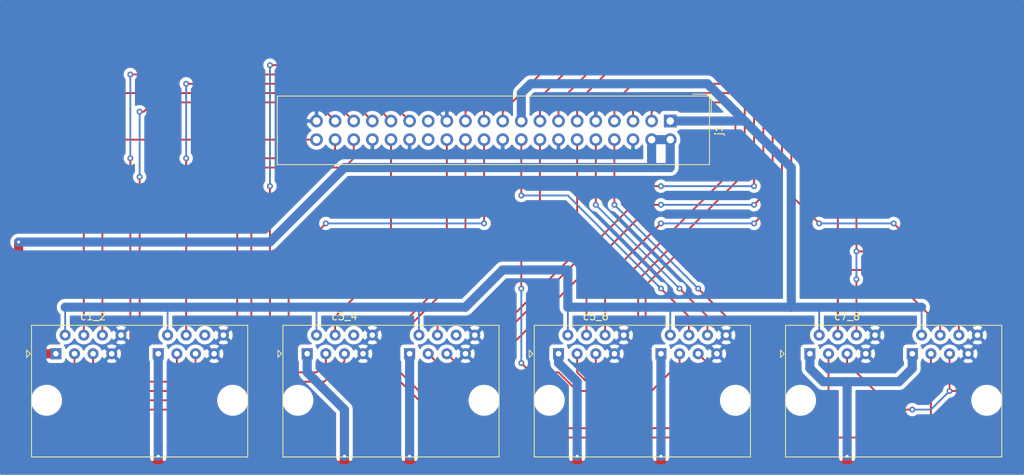
<source format=kicad_pcb>
(kicad_pcb (version 20171130) (host pcbnew "(5.1.5-0-10_14)")

  (general
    (thickness 1.6)
    (drawings 0)
    (tracks 343)
    (zones 0)
    (modules 5)
    (nets 35)
  )

  (page A4)
  (layers
    (0 F.Cu signal)
    (31 B.Cu signal)
    (32 B.Adhes user)
    (33 F.Adhes user)
    (34 B.Paste user)
    (35 F.Paste user)
    (36 B.SilkS user)
    (37 F.SilkS user)
    (38 B.Mask user)
    (39 F.Mask user)
    (40 Dwgs.User user)
    (41 Cmts.User user)
    (42 Eco1.User user)
    (43 Eco2.User user)
    (44 Edge.Cuts user)
    (45 Margin user)
    (46 B.CrtYd user)
    (47 F.CrtYd user)
    (48 B.Fab user)
    (49 F.Fab user)
  )

  (setup
    (last_trace_width 1.25)
    (user_trace_width 1.25)
    (trace_clearance 0.2)
    (zone_clearance 0.508)
    (zone_45_only no)
    (trace_min 0.2)
    (via_size 0.8)
    (via_drill 0.4)
    (via_min_size 0.4)
    (via_min_drill 0.3)
    (uvia_size 0.3)
    (uvia_drill 0.1)
    (uvias_allowed no)
    (uvia_min_size 0.2)
    (uvia_min_drill 0.1)
    (edge_width 0.05)
    (segment_width 0.2)
    (pcb_text_width 0.3)
    (pcb_text_size 1.5 1.5)
    (mod_edge_width 0.12)
    (mod_text_size 1 1)
    (mod_text_width 0.15)
    (pad_size 1.5 1.5)
    (pad_drill 0.76)
    (pad_to_mask_clearance 0.051)
    (solder_mask_min_width 0.25)
    (aux_axis_origin 0 0)
    (visible_elements FFFFFF7F)
    (pcbplotparams
      (layerselection 0x010fc_ffffffff)
      (usegerberextensions false)
      (usegerberattributes false)
      (usegerberadvancedattributes false)
      (creategerberjobfile false)
      (excludeedgelayer true)
      (linewidth 0.100000)
      (plotframeref false)
      (viasonmask false)
      (mode 1)
      (useauxorigin false)
      (hpglpennumber 1)
      (hpglpenspeed 20)
      (hpglpendiameter 15.000000)
      (psnegative false)
      (psa4output false)
      (plotreference true)
      (plotvalue true)
      (plotinvisibletext false)
      (padsonsilk false)
      (subtractmaskfromsilk false)
      (outputformat 1)
      (mirror false)
      (drillshape 0)
      (scaleselection 1)
      (outputdirectory ""))
  )

  (net 0 "")
  (net 1 +5V)
  (net 2 +3V3)
  (net 3 "Net-(c1_2-Pad13)")
  (net 4 "Net-(c1_2-Pad14)")
  (net 5 "Net-(c1_2-Pad15)")
  (net 6 "Net-(c1_2-Pad16)")
  (net 7 GND)
  (net 8 "Net-(c1_2-Pad3)")
  (net 9 "Net-(c1_2-Pad4)")
  (net 10 "Net-(c1_2-Pad5)")
  (net 11 "Net-(c1_2-Pad6)")
  (net 12 "Net-(c3_4-Pad13)")
  (net 13 "Net-(c3_4-Pad14)")
  (net 14 "Net-(c3_4-Pad15)")
  (net 15 "Net-(c3_4-Pad16)")
  (net 16 "Net-(c3_4-Pad3)")
  (net 17 "Net-(c3_4-Pad4)")
  (net 18 "Net-(c3_4-Pad5)")
  (net 19 "Net-(c3_4-Pad6)")
  (net 20 "Net-(c5_6-Pad13)")
  (net 21 "Net-(c5_6-Pad14)")
  (net 22 "Net-(c5_6-Pad15)")
  (net 23 "Net-(c5_6-Pad16)")
  (net 24 "Net-(c5_6-Pad3)")
  (net 25 "Net-(c5_6-Pad4)")
  (net 26 "Net-(c5_6-Pad5)")
  (net 27 "Net-(c5_6-Pad6)")
  (net 28 "Net-(c7_8-Pad13)")
  (net 29 "Net-(c7_8-Pad14)")
  (net 30 "Net-(c7_8-Pad15)")
  (net 31 "Net-(c7_8-Pad16)")
  (net 32 "Net-(c7_8-Pad3)")
  (net 33 "Net-(j1-Pad28)")
  (net 34 "Net-(j1-Pad27)")

  (net_class Default "This is the default net class."
    (clearance 0.2)
    (trace_width 0.25)
    (via_dia 0.8)
    (via_drill 0.4)
    (uvia_dia 0.3)
    (uvia_drill 0.1)
    (add_net +3V3)
    (add_net +5V)
    (add_net GND)
    (add_net "Net-(c1_2-Pad13)")
    (add_net "Net-(c1_2-Pad14)")
    (add_net "Net-(c1_2-Pad15)")
    (add_net "Net-(c1_2-Pad16)")
    (add_net "Net-(c1_2-Pad3)")
    (add_net "Net-(c1_2-Pad4)")
    (add_net "Net-(c1_2-Pad5)")
    (add_net "Net-(c1_2-Pad6)")
    (add_net "Net-(c3_4-Pad13)")
    (add_net "Net-(c3_4-Pad14)")
    (add_net "Net-(c3_4-Pad15)")
    (add_net "Net-(c3_4-Pad16)")
    (add_net "Net-(c3_4-Pad3)")
    (add_net "Net-(c3_4-Pad4)")
    (add_net "Net-(c3_4-Pad5)")
    (add_net "Net-(c3_4-Pad6)")
    (add_net "Net-(c5_6-Pad13)")
    (add_net "Net-(c5_6-Pad14)")
    (add_net "Net-(c5_6-Pad15)")
    (add_net "Net-(c5_6-Pad16)")
    (add_net "Net-(c5_6-Pad3)")
    (add_net "Net-(c5_6-Pad4)")
    (add_net "Net-(c5_6-Pad5)")
    (add_net "Net-(c5_6-Pad6)")
    (add_net "Net-(c7_8-Pad13)")
    (add_net "Net-(c7_8-Pad14)")
    (add_net "Net-(c7_8-Pad15)")
    (add_net "Net-(c7_8-Pad16)")
    (add_net "Net-(c7_8-Pad3)")
    (add_net "Net-(j1-Pad27)")
    (add_net "Net-(j1-Pad28)")
  )

  (module hjaltes_lib:2xrj45_connector (layer F.Cu) (tedit 5F4CD4E7) (tstamp 5E42FB89)
    (at 180.34 95.25)
    (path /5E61C1D3)
    (fp_text reference c5_6 (at 6.35 -11.43) (layer F.SilkS)
      (effects (font (size 1 1) (thickness 0.15)))
    )
    (fp_text value rj45_16p16c (at 6.35 -13.97) (layer F.Fab)
      (effects (font (size 1 1) (thickness 0.15)))
    )
    (fp_text user %R (at 5.715 -4.35) (layer F.Fab)
      (effects (font (size 1 1) (thickness 0.15)))
    )
    (fp_line (start -2.73 -6.85) (end -2.73 -5.85) (layer F.SilkS) (width 0.12))
    (fp_line (start -2.73 -5.85) (end -2.23 -6.35) (layer F.SilkS) (width 0.12))
    (fp_line (start -2.23 -6.35) (end -2.73 -6.85) (layer F.SilkS) (width 0.12))
    (fp_line (start -1.935 7.62) (end -1.935 -9.12) (layer F.Fab) (width 0.12))
    (fp_line (start 27.335 7.62) (end -1.935 7.62) (layer F.Fab) (width 0.12))
    (fp_line (start 27.335 -10.12) (end 27.335 7.62) (layer F.Fab) (width 0.12))
    (fp_line (start -0.935 -10.12) (end 27.335 -10.12) (layer F.Fab) (width 0.12))
    (fp_line (start -1.935 -9.12) (end -0.935 -10.12) (layer F.Fab) (width 0.12))
    (fp_line (start -2.045 7.73) (end 27.445 7.73) (layer F.SilkS) (width 0.12))
    (fp_line (start 27.445 -10.23) (end 27.445 7.73) (layer F.SilkS) (width 0.12))
    (fp_line (start 27.445 -10.23) (end -2.045 -10.23) (layer F.SilkS) (width 0.12))
    (fp_line (start -2.045 -10.23) (end -2.045 7.73) (layer F.SilkS) (width 0.12))
    (fp_line (start -2.44 -10.62) (end 27.94 -10.62) (layer F.CrtYd) (width 0.05))
    (fp_line (start -2.44 -10.62) (end -2.44 8.12) (layer F.CrtYd) (width 0.05))
    (fp_line (start 27.94 8.12) (end 27.94 -10.62) (layer F.CrtYd) (width 0.05))
    (fp_line (start 27.94 8.12) (end -2.44 8.12) (layer F.CrtYd) (width 0.05))
    (pad 11 thru_hole rect (at 15.24 -6.35) (size 1.5 1.5) (drill 0.76) (layers *.Cu *.Mask)
      (net 1 +5V))
    (pad 12 thru_hole circle (at 16.51 -8.89) (size 1.5 1.5) (drill 0.76) (layers *.Cu *.Mask)
      (net 2 +3V3))
    (pad 13 thru_hole circle (at 17.78 -6.35) (size 1.5 1.5) (drill 0.76) (layers *.Cu *.Mask)
      (net 20 "Net-(c5_6-Pad13)"))
    (pad "" np_thru_hole circle (at 25.4 0) (size 3.2 3.2) (drill 3.2) (layers *.Cu *.Mask))
    (pad 14 thru_hole circle (at 19.05 -8.89) (size 1.5 1.5) (drill 0.76) (layers *.Cu *.Mask)
      (net 21 "Net-(c5_6-Pad14)"))
    (pad 15 thru_hole circle (at 20.32 -6.35) (size 1.5 1.5) (drill 0.76) (layers *.Cu *.Mask)
      (net 22 "Net-(c5_6-Pad15)"))
    (pad 16 thru_hole circle (at 21.59 -8.89) (size 1.5 1.5) (drill 0.76) (layers *.Cu *.Mask)
      (net 23 "Net-(c5_6-Pad16)"))
    (pad 17 thru_hole circle (at 22.86 -6.35) (size 1.5 1.5) (drill 0.76) (layers *.Cu *.Mask)
      (net 7 GND))
    (pad 18 thru_hole circle (at 24.13 -8.89) (size 1.5 1.5) (drill 0.76) (layers *.Cu *.Mask)
      (net 7 GND))
    (pad "" np_thru_hole circle (at 0 0) (size 3.2 3.2) (drill 3.2) (layers *.Cu *.Mask))
    (pad 1 thru_hole rect (at 1.27 -6.35) (size 1.5 1.5) (drill 0.76) (layers *.Cu *.Mask)
      (net 1 +5V))
    (pad 2 thru_hole circle (at 2.54 -8.89) (size 1.5 1.5) (drill 0.76) (layers *.Cu *.Mask)
      (net 2 +3V3))
    (pad 3 thru_hole circle (at 3.81 -6.35) (size 1.5 1.5) (drill 0.76) (layers *.Cu *.Mask)
      (net 24 "Net-(c5_6-Pad3)"))
    (pad 4 thru_hole circle (at 5.08 -8.89) (size 1.5 1.5) (drill 0.76) (layers *.Cu *.Mask)
      (net 25 "Net-(c5_6-Pad4)"))
    (pad 5 thru_hole circle (at 6.35 -6.35) (size 1.5 1.5) (drill 0.76) (layers *.Cu *.Mask)
      (net 26 "Net-(c5_6-Pad5)"))
    (pad 6 thru_hole circle (at 7.62 -8.89) (size 1.5 1.5) (drill 0.76) (layers *.Cu *.Mask)
      (net 27 "Net-(c5_6-Pad6)"))
    (pad 7 thru_hole circle (at 8.89 -6.35) (size 1.5 1.5) (drill 0.76) (layers *.Cu *.Mask)
      (net 7 GND))
    (pad 8 thru_hole circle (at 10.16 -8.89) (size 1.5 1.5) (drill 0.76) (layers *.Cu *.Mask)
      (net 7 GND))
  )

  (module hjaltes_lib:2xrj45_connector (layer F.Cu) (tedit 5E429DCB) (tstamp 5F4DFD08)
    (at 111.76 95.25)
    (path /5E5FF4D4)
    (fp_text reference c1_2 (at 6.35 -11.43) (layer F.SilkS)
      (effects (font (size 1 1) (thickness 0.15)))
    )
    (fp_text value rj45_16p16c (at 6.35 -13.97) (layer F.Fab)
      (effects (font (size 1 1) (thickness 0.15)))
    )
    (fp_text user %R (at 5.715 -4.35) (layer F.Fab)
      (effects (font (size 1 1) (thickness 0.15)))
    )
    (fp_line (start -2.73 -6.85) (end -2.73 -5.85) (layer F.SilkS) (width 0.12))
    (fp_line (start -2.73 -5.85) (end -2.23 -6.35) (layer F.SilkS) (width 0.12))
    (fp_line (start -2.23 -6.35) (end -2.73 -6.85) (layer F.SilkS) (width 0.12))
    (fp_line (start -1.935 7.62) (end -1.935 -9.12) (layer F.Fab) (width 0.12))
    (fp_line (start 27.335 7.62) (end -1.935 7.62) (layer F.Fab) (width 0.12))
    (fp_line (start 27.335 -10.12) (end 27.335 7.62) (layer F.Fab) (width 0.12))
    (fp_line (start -0.935 -10.12) (end 27.335 -10.12) (layer F.Fab) (width 0.12))
    (fp_line (start -1.935 -9.12) (end -0.935 -10.12) (layer F.Fab) (width 0.12))
    (fp_line (start -2.045 7.73) (end 27.445 7.73) (layer F.SilkS) (width 0.12))
    (fp_line (start 27.445 -10.23) (end 27.445 7.73) (layer F.SilkS) (width 0.12))
    (fp_line (start 27.445 -10.23) (end -2.045 -10.23) (layer F.SilkS) (width 0.12))
    (fp_line (start -2.045 -10.23) (end -2.045 7.73) (layer F.SilkS) (width 0.12))
    (fp_line (start -2.44 -10.62) (end 27.94 -10.62) (layer F.CrtYd) (width 0.05))
    (fp_line (start -2.44 -10.62) (end -2.44 8.12) (layer F.CrtYd) (width 0.05))
    (fp_line (start 27.94 8.12) (end 27.94 -10.62) (layer F.CrtYd) (width 0.05))
    (fp_line (start 27.94 8.12) (end -2.44 8.12) (layer F.CrtYd) (width 0.05))
    (pad 11 thru_hole rect (at 15.24 -6.35) (size 1.5 1.5) (drill 0.76) (layers *.Cu *.Mask)
      (net 1 +5V))
    (pad 12 thru_hole circle (at 16.51 -8.89) (size 1.5 1.5) (drill 0.76) (layers *.Cu *.Mask)
      (net 2 +3V3))
    (pad 13 thru_hole circle (at 17.78 -6.35) (size 1.5 1.5) (drill 0.76) (layers *.Cu *.Mask)
      (net 3 "Net-(c1_2-Pad13)"))
    (pad "" np_thru_hole circle (at 25.4 0) (size 3.2 3.2) (drill 3.2) (layers *.Cu *.Mask))
    (pad 14 thru_hole circle (at 19.05 -8.89) (size 1.5 1.5) (drill 0.76) (layers *.Cu *.Mask)
      (net 4 "Net-(c1_2-Pad14)"))
    (pad 15 thru_hole circle (at 20.32 -6.35) (size 1.5 1.5) (drill 0.76) (layers *.Cu *.Mask)
      (net 5 "Net-(c1_2-Pad15)"))
    (pad 16 thru_hole circle (at 21.59 -8.89) (size 1.5 1.5) (drill 0.76) (layers *.Cu *.Mask)
      (net 6 "Net-(c1_2-Pad16)"))
    (pad 17 thru_hole circle (at 22.86 -6.35) (size 1.5 1.5) (drill 0.76) (layers *.Cu *.Mask)
      (net 7 GND))
    (pad 18 thru_hole circle (at 24.13 -8.89) (size 1.5 1.5) (drill 0.76) (layers *.Cu *.Mask)
      (net 7 GND))
    (pad "" np_thru_hole circle (at 0 0) (size 3.2 3.2) (drill 3.2) (layers *.Cu *.Mask))
    (pad 1 thru_hole rect (at 1.27 -6.35) (size 1.5 1.5) (drill 0.76) (layers *.Cu *.Mask)
      (net 1 +5V))
    (pad 2 thru_hole circle (at 2.54 -8.89) (size 1.5 1.5) (drill 0.76) (layers *.Cu *.Mask)
      (net 2 +3V3))
    (pad 3 thru_hole circle (at 3.81 -6.35) (size 1.5 1.5) (drill 0.76) (layers *.Cu *.Mask)
      (net 8 "Net-(c1_2-Pad3)"))
    (pad 4 thru_hole circle (at 5.08 -8.89) (size 1.5 1.5) (drill 0.76) (layers *.Cu *.Mask)
      (net 9 "Net-(c1_2-Pad4)"))
    (pad 5 thru_hole circle (at 6.35 -6.35) (size 1.5 1.5) (drill 0.76) (layers *.Cu *.Mask)
      (net 10 "Net-(c1_2-Pad5)"))
    (pad 6 thru_hole circle (at 7.62 -8.89) (size 1.5 1.5) (drill 0.76) (layers *.Cu *.Mask)
      (net 11 "Net-(c1_2-Pad6)"))
    (pad 7 thru_hole circle (at 8.89 -6.35) (size 1.5 1.5) (drill 0.76) (layers *.Cu *.Mask)
      (net 7 GND))
    (pad 8 thru_hole circle (at 10.16 -8.89) (size 1.5 1.5) (drill 0.76) (layers *.Cu *.Mask)
      (net 7 GND))
  )

  (module hjaltes_lib:2xrj45_connector (layer F.Cu) (tedit 5E429DCB) (tstamp 5E42FBB0)
    (at 214.63 95.25)
    (path /5E621F3A)
    (fp_text reference c7_8 (at 6.35 -11.43) (layer F.SilkS)
      (effects (font (size 1 1) (thickness 0.15)))
    )
    (fp_text value rj45_16p16c (at 6.35 -13.97) (layer F.Fab)
      (effects (font (size 1 1) (thickness 0.15)))
    )
    (fp_text user %R (at 5.715 -4.35) (layer F.Fab)
      (effects (font (size 1 1) (thickness 0.15)))
    )
    (fp_line (start -2.73 -6.85) (end -2.73 -5.85) (layer F.SilkS) (width 0.12))
    (fp_line (start -2.73 -5.85) (end -2.23 -6.35) (layer F.SilkS) (width 0.12))
    (fp_line (start -2.23 -6.35) (end -2.73 -6.85) (layer F.SilkS) (width 0.12))
    (fp_line (start -1.935 7.62) (end -1.935 -9.12) (layer F.Fab) (width 0.12))
    (fp_line (start 27.335 7.62) (end -1.935 7.62) (layer F.Fab) (width 0.12))
    (fp_line (start 27.335 -10.12) (end 27.335 7.62) (layer F.Fab) (width 0.12))
    (fp_line (start -0.935 -10.12) (end 27.335 -10.12) (layer F.Fab) (width 0.12))
    (fp_line (start -1.935 -9.12) (end -0.935 -10.12) (layer F.Fab) (width 0.12))
    (fp_line (start -2.045 7.73) (end 27.445 7.73) (layer F.SilkS) (width 0.12))
    (fp_line (start 27.445 -10.23) (end 27.445 7.73) (layer F.SilkS) (width 0.12))
    (fp_line (start 27.445 -10.23) (end -2.045 -10.23) (layer F.SilkS) (width 0.12))
    (fp_line (start -2.045 -10.23) (end -2.045 7.73) (layer F.SilkS) (width 0.12))
    (fp_line (start -2.44 -10.62) (end 27.94 -10.62) (layer F.CrtYd) (width 0.05))
    (fp_line (start -2.44 -10.62) (end -2.44 8.12) (layer F.CrtYd) (width 0.05))
    (fp_line (start 27.94 8.12) (end 27.94 -10.62) (layer F.CrtYd) (width 0.05))
    (fp_line (start 27.94 8.12) (end -2.44 8.12) (layer F.CrtYd) (width 0.05))
    (pad 11 thru_hole rect (at 15.24 -6.35) (size 1.5 1.5) (drill 0.76) (layers *.Cu *.Mask)
      (net 1 +5V))
    (pad 12 thru_hole circle (at 16.51 -8.89) (size 1.5 1.5) (drill 0.76) (layers *.Cu *.Mask)
      (net 2 +3V3))
    (pad 13 thru_hole circle (at 17.78 -6.35) (size 1.5 1.5) (drill 0.76) (layers *.Cu *.Mask)
      (net 28 "Net-(c7_8-Pad13)"))
    (pad "" np_thru_hole circle (at 25.4 0) (size 3.2 3.2) (drill 3.2) (layers *.Cu *.Mask))
    (pad 14 thru_hole circle (at 19.05 -8.89) (size 1.5 1.5) (drill 0.76) (layers *.Cu *.Mask)
      (net 29 "Net-(c7_8-Pad14)"))
    (pad 15 thru_hole circle (at 20.32 -6.35) (size 1.5 1.5) (drill 0.76) (layers *.Cu *.Mask)
      (net 30 "Net-(c7_8-Pad15)"))
    (pad 16 thru_hole circle (at 21.59 -8.89) (size 1.5 1.5) (drill 0.76) (layers *.Cu *.Mask)
      (net 31 "Net-(c7_8-Pad16)"))
    (pad 17 thru_hole circle (at 22.86 -6.35) (size 1.5 1.5) (drill 0.76) (layers *.Cu *.Mask)
      (net 7 GND))
    (pad 18 thru_hole circle (at 24.13 -8.89) (size 1.5 1.5) (drill 0.76) (layers *.Cu *.Mask)
      (net 7 GND))
    (pad "" np_thru_hole circle (at 0 0) (size 3.2 3.2) (drill 3.2) (layers *.Cu *.Mask))
    (pad 1 thru_hole rect (at 1.27 -6.35) (size 1.5 1.5) (drill 0.76) (layers *.Cu *.Mask)
      (net 1 +5V))
    (pad 2 thru_hole circle (at 2.54 -8.89) (size 1.5 1.5) (drill 0.76) (layers *.Cu *.Mask)
      (net 2 +3V3))
    (pad 3 thru_hole circle (at 3.81 -6.35) (size 1.5 1.5) (drill 0.76) (layers *.Cu *.Mask)
      (net 32 "Net-(c7_8-Pad3)"))
    (pad 4 thru_hole circle (at 5.08 -8.89) (size 1.5 1.5) (drill 0.76) (layers *.Cu *.Mask)
      (net 29 "Net-(c7_8-Pad14)"))
    (pad 5 thru_hole circle (at 6.35 -6.35) (size 1.5 1.5) (drill 0.76) (layers *.Cu *.Mask)
      (net 30 "Net-(c7_8-Pad15)"))
    (pad 6 thru_hole circle (at 7.62 -8.89) (size 1.5 1.5) (drill 0.76) (layers *.Cu *.Mask)
      (net 31 "Net-(c7_8-Pad16)"))
    (pad 7 thru_hole circle (at 8.89 -6.35) (size 1.5 1.5) (drill 0.76) (layers *.Cu *.Mask)
      (net 7 GND))
    (pad 8 thru_hole circle (at 10.16 -8.89) (size 1.5 1.5) (drill 0.76) (layers *.Cu *.Mask)
      (net 7 GND))
  )

  (module Connector_IDC:IDC-Header_2x20_P2.54mm_Vertical (layer F.Cu) (tedit 59DE12BE) (tstamp 5E42FBF6)
    (at 196.85 57.15 270)
    (descr "Through hole straight IDC box header, 2x20, 2.54mm pitch, double rows")
    (tags "Through hole IDC box header THT 2x20 2.54mm double row")
    (path /5E4B7B7B)
    (fp_text reference j1 (at 1.27 -6.604 90) (layer F.SilkS)
      (effects (font (size 1 1) (thickness 0.15)))
    )
    (fp_text value Conn_01x40 (at 1.27 54.864 90) (layer F.Fab)
      (effects (font (size 1 1) (thickness 0.15)))
    )
    (fp_line (start -3.655 -5.6) (end -1.115 -5.6) (layer F.SilkS) (width 0.12))
    (fp_line (start -3.655 -5.6) (end -3.655 -3.06) (layer F.SilkS) (width 0.12))
    (fp_line (start -3.405 -5.35) (end 5.945 -5.35) (layer F.SilkS) (width 0.12))
    (fp_line (start -3.405 53.61) (end -3.405 -5.35) (layer F.SilkS) (width 0.12))
    (fp_line (start 5.945 53.61) (end -3.405 53.61) (layer F.SilkS) (width 0.12))
    (fp_line (start 5.945 -5.35) (end 5.945 53.61) (layer F.SilkS) (width 0.12))
    (fp_line (start -3.41 -5.35) (end 5.95 -5.35) (layer F.CrtYd) (width 0.05))
    (fp_line (start -3.41 53.61) (end -3.41 -5.35) (layer F.CrtYd) (width 0.05))
    (fp_line (start 5.95 53.61) (end -3.41 53.61) (layer F.CrtYd) (width 0.05))
    (fp_line (start 5.95 -5.35) (end 5.95 53.61) (layer F.CrtYd) (width 0.05))
    (fp_line (start -3.155 53.36) (end -2.605 52.8) (layer F.Fab) (width 0.1))
    (fp_line (start -3.155 -5.1) (end -2.605 -4.56) (layer F.Fab) (width 0.1))
    (fp_line (start 5.695 53.36) (end 5.145 52.8) (layer F.Fab) (width 0.1))
    (fp_line (start 5.695 -5.1) (end 5.145 -4.56) (layer F.Fab) (width 0.1))
    (fp_line (start 5.145 52.8) (end -2.605 52.8) (layer F.Fab) (width 0.1))
    (fp_line (start 5.695 53.36) (end -3.155 53.36) (layer F.Fab) (width 0.1))
    (fp_line (start 5.145 -4.56) (end -2.605 -4.56) (layer F.Fab) (width 0.1))
    (fp_line (start 5.695 -5.1) (end -3.155 -5.1) (layer F.Fab) (width 0.1))
    (fp_line (start -2.605 26.38) (end -3.155 26.38) (layer F.Fab) (width 0.1))
    (fp_line (start -2.605 21.88) (end -3.155 21.88) (layer F.Fab) (width 0.1))
    (fp_line (start -2.605 26.38) (end -2.605 52.8) (layer F.Fab) (width 0.1))
    (fp_line (start -2.605 -4.56) (end -2.605 21.88) (layer F.Fab) (width 0.1))
    (fp_line (start -3.155 -5.1) (end -3.155 53.36) (layer F.Fab) (width 0.1))
    (fp_line (start 5.145 -4.56) (end 5.145 52.8) (layer F.Fab) (width 0.1))
    (fp_line (start 5.695 -5.1) (end 5.695 53.36) (layer F.Fab) (width 0.1))
    (fp_text user %R (at 1.27 24.13 90) (layer F.Fab)
      (effects (font (size 1 1) (thickness 0.15)))
    )
    (pad 40 thru_hole oval (at 2.54 48.26 270) (size 1.7272 1.7272) (drill 1.016) (layers *.Cu *.Mask)
      (net 11 "Net-(c1_2-Pad6)"))
    (pad 39 thru_hole oval (at 0 48.26 270) (size 1.7272 1.7272) (drill 1.016) (layers *.Cu *.Mask)
      (net 7 GND))
    (pad 38 thru_hole oval (at 2.54 45.72 270) (size 1.7272 1.7272) (drill 1.016) (layers *.Cu *.Mask)
      (net 10 "Net-(c1_2-Pad5)"))
    (pad 37 thru_hole oval (at 0 45.72 270) (size 1.7272 1.7272) (drill 1.016) (layers *.Cu *.Mask)
      (net 3 "Net-(c1_2-Pad13)"))
    (pad 36 thru_hole oval (at 2.54 43.18 270) (size 1.7272 1.7272) (drill 1.016) (layers *.Cu *.Mask)
      (net 8 "Net-(c1_2-Pad3)"))
    (pad 35 thru_hole oval (at 0 43.18 270) (size 1.7272 1.7272) (drill 1.016) (layers *.Cu *.Mask)
      (net 9 "Net-(c1_2-Pad4)"))
    (pad 34 thru_hole oval (at 2.54 40.64 270) (size 1.7272 1.7272) (drill 1.016) (layers *.Cu *.Mask)
      (net 7 GND))
    (pad 33 thru_hole oval (at 0 40.64 270) (size 1.7272 1.7272) (drill 1.016) (layers *.Cu *.Mask)
      (net 4 "Net-(c1_2-Pad14)"))
    (pad 32 thru_hole oval (at 2.54 38.1 270) (size 1.7272 1.7272) (drill 1.016) (layers *.Cu *.Mask)
      (net 17 "Net-(c3_4-Pad4)"))
    (pad 31 thru_hole oval (at 0 38.1 270) (size 1.7272 1.7272) (drill 1.016) (layers *.Cu *.Mask)
      (net 5 "Net-(c1_2-Pad15)"))
    (pad 30 thru_hole oval (at 2.54 35.56 270) (size 1.7272 1.7272) (drill 1.016) (layers *.Cu *.Mask)
      (net 7 GND))
    (pad 29 thru_hole oval (at 0 35.56 270) (size 1.7272 1.7272) (drill 1.016) (layers *.Cu *.Mask)
      (net 18 "Net-(c3_4-Pad5)"))
    (pad 28 thru_hole oval (at 2.54 33.02 270) (size 1.7272 1.7272) (drill 1.016) (layers *.Cu *.Mask)
      (net 33 "Net-(j1-Pad28)"))
    (pad 27 thru_hole oval (at 0 33.02 270) (size 1.7272 1.7272) (drill 1.016) (layers *.Cu *.Mask)
      (net 34 "Net-(j1-Pad27)"))
    (pad 26 thru_hole oval (at 2.54 30.48 270) (size 1.7272 1.7272) (drill 1.016) (layers *.Cu *.Mask)
      (net 28 "Net-(c7_8-Pad13)"))
    (pad 25 thru_hole oval (at 0 30.48 270) (size 1.7272 1.7272) (drill 1.016) (layers *.Cu *.Mask)
      (net 7 GND))
    (pad 24 thru_hole oval (at 2.54 27.94 270) (size 1.7272 1.7272) (drill 1.016) (layers *.Cu *.Mask)
      (net 32 "Net-(c7_8-Pad3)"))
    (pad 23 thru_hole oval (at 0 27.94 270) (size 1.7272 1.7272) (drill 1.016) (layers *.Cu *.Mask)
      (net 31 "Net-(c7_8-Pad16)"))
    (pad 22 thru_hole oval (at 2.54 25.4 270) (size 1.7272 1.7272) (drill 1.016) (layers *.Cu *.Mask)
      (net 16 "Net-(c3_4-Pad3)"))
    (pad 21 thru_hole oval (at 0 25.4 270) (size 1.7272 1.7272) (drill 1.016) (layers *.Cu *.Mask)
      (net 29 "Net-(c7_8-Pad14)"))
    (pad 20 thru_hole oval (at 2.54 22.86 270) (size 1.7272 1.7272) (drill 1.016) (layers *.Cu *.Mask)
      (net 7 GND))
    (pad 19 thru_hole oval (at 0 22.86 270) (size 1.7272 1.7272) (drill 1.016) (layers *.Cu *.Mask)
      (net 30 "Net-(c7_8-Pad15)"))
    (pad 18 thru_hole oval (at 2.54 20.32 270) (size 1.7272 1.7272) (drill 1.016) (layers *.Cu *.Mask)
      (net 21 "Net-(c5_6-Pad14)"))
    (pad 17 thru_hole oval (at 0 20.32 270) (size 1.7272 1.7272) (drill 1.016) (layers *.Cu *.Mask)
      (net 2 +3V3))
    (pad 16 thru_hole oval (at 2.54 17.78 270) (size 1.7272 1.7272) (drill 1.016) (layers *.Cu *.Mask)
      (net 20 "Net-(c5_6-Pad13)"))
    (pad 15 thru_hole oval (at 0 17.78 270) (size 1.7272 1.7272) (drill 1.016) (layers *.Cu *.Mask)
      (net 24 "Net-(c5_6-Pad3)"))
    (pad 14 thru_hole oval (at 2.54 15.24 270) (size 1.7272 1.7272) (drill 1.016) (layers *.Cu *.Mask)
      (net 7 GND))
    (pad 13 thru_hole oval (at 0 15.24 270) (size 1.7272 1.7272) (drill 1.016) (layers *.Cu *.Mask)
      (net 25 "Net-(c5_6-Pad4)"))
    (pad 12 thru_hole oval (at 2.54 12.7 270) (size 1.7272 1.7272) (drill 1.016) (layers *.Cu *.Mask)
      (net 13 "Net-(c3_4-Pad14)"))
    (pad 11 thru_hole oval (at 0 12.7 270) (size 1.7272 1.7272) (drill 1.016) (layers *.Cu *.Mask)
      (net 12 "Net-(c3_4-Pad13)"))
    (pad 10 thru_hole oval (at 2.54 10.16 270) (size 1.7272 1.7272) (drill 1.016) (layers *.Cu *.Mask)
      (net 23 "Net-(c5_6-Pad16)"))
    (pad 9 thru_hole oval (at 0 10.16 270) (size 1.7272 1.7272) (drill 1.016) (layers *.Cu *.Mask)
      (net 7 GND))
    (pad 8 thru_hole oval (at 2.54 7.62 270) (size 1.7272 1.7272) (drill 1.016) (layers *.Cu *.Mask)
      (net 22 "Net-(c5_6-Pad15)"))
    (pad 7 thru_hole oval (at 0 7.62 270) (size 1.7272 1.7272) (drill 1.016) (layers *.Cu *.Mask)
      (net 14 "Net-(c3_4-Pad15)"))
    (pad 6 thru_hole oval (at 2.54 5.08 270) (size 1.7272 1.7272) (drill 1.016) (layers *.Cu *.Mask)
      (net 7 GND))
    (pad 5 thru_hole oval (at 0 5.08 270) (size 1.7272 1.7272) (drill 1.016) (layers *.Cu *.Mask)
      (net 26 "Net-(c5_6-Pad5)"))
    (pad 4 thru_hole oval (at 2.54 2.54 270) (size 1.7272 1.7272) (drill 1.016) (layers *.Cu *.Mask)
      (net 1 +5V))
    (pad 3 thru_hole oval (at 0 2.54 270) (size 1.7272 1.7272) (drill 1.016) (layers *.Cu *.Mask)
      (net 27 "Net-(c5_6-Pad6)"))
    (pad 2 thru_hole oval (at 2.54 0 270) (size 1.7272 1.7272) (drill 1.016) (layers *.Cu *.Mask)
      (net 1 +5V))
    (pad 1 thru_hole rect (at 0 0 270) (size 1.7272 1.7272) (drill 1.016) (layers *.Cu *.Mask)
      (net 2 +3V3))
    (model ${KISYS3DMOD}/Connector_IDC.3dshapes/IDC-Header_2x20_P2.54mm_Vertical.wrl
      (at (xyz 0 0 0))
      (scale (xyz 1 1 1))
      (rotate (xyz 0 0 0))
    )
  )

  (module hjaltes_lib:2xrj45_connector (layer F.Cu) (tedit 5E429DCB) (tstamp 5E42FB62)
    (at 146.05 95.25)
    (path /5E6169BC)
    (fp_text reference c3_4 (at 6.35 -11.43) (layer F.SilkS)
      (effects (font (size 1 1) (thickness 0.15)))
    )
    (fp_text value rj45_16p16c (at 6.35 -13.97) (layer F.Fab)
      (effects (font (size 1 1) (thickness 0.15)))
    )
    (fp_text user %R (at 5.715 -4.35) (layer F.Fab)
      (effects (font (size 1 1) (thickness 0.15)))
    )
    (fp_line (start -2.73 -6.85) (end -2.73 -5.85) (layer F.SilkS) (width 0.12))
    (fp_line (start -2.73 -5.85) (end -2.23 -6.35) (layer F.SilkS) (width 0.12))
    (fp_line (start -2.23 -6.35) (end -2.73 -6.85) (layer F.SilkS) (width 0.12))
    (fp_line (start -1.935 7.62) (end -1.935 -9.12) (layer F.Fab) (width 0.12))
    (fp_line (start 27.335 7.62) (end -1.935 7.62) (layer F.Fab) (width 0.12))
    (fp_line (start 27.335 -10.12) (end 27.335 7.62) (layer F.Fab) (width 0.12))
    (fp_line (start -0.935 -10.12) (end 27.335 -10.12) (layer F.Fab) (width 0.12))
    (fp_line (start -1.935 -9.12) (end -0.935 -10.12) (layer F.Fab) (width 0.12))
    (fp_line (start -2.045 7.73) (end 27.445 7.73) (layer F.SilkS) (width 0.12))
    (fp_line (start 27.445 -10.23) (end 27.445 7.73) (layer F.SilkS) (width 0.12))
    (fp_line (start 27.445 -10.23) (end -2.045 -10.23) (layer F.SilkS) (width 0.12))
    (fp_line (start -2.045 -10.23) (end -2.045 7.73) (layer F.SilkS) (width 0.12))
    (fp_line (start -2.44 -10.62) (end 27.94 -10.62) (layer F.CrtYd) (width 0.05))
    (fp_line (start -2.44 -10.62) (end -2.44 8.12) (layer F.CrtYd) (width 0.05))
    (fp_line (start 27.94 8.12) (end 27.94 -10.62) (layer F.CrtYd) (width 0.05))
    (fp_line (start 27.94 8.12) (end -2.44 8.12) (layer F.CrtYd) (width 0.05))
    (pad 11 thru_hole rect (at 15.24 -6.35) (size 1.5 1.5) (drill 0.76) (layers *.Cu *.Mask)
      (net 1 +5V))
    (pad 12 thru_hole circle (at 16.51 -8.89) (size 1.5 1.5) (drill 0.76) (layers *.Cu *.Mask)
      (net 2 +3V3))
    (pad 13 thru_hole circle (at 17.78 -6.35) (size 1.5 1.5) (drill 0.76) (layers *.Cu *.Mask)
      (net 12 "Net-(c3_4-Pad13)"))
    (pad "" np_thru_hole circle (at 25.4 0) (size 3.2 3.2) (drill 3.2) (layers *.Cu *.Mask))
    (pad 14 thru_hole circle (at 19.05 -8.89) (size 1.5 1.5) (drill 0.76) (layers *.Cu *.Mask)
      (net 13 "Net-(c3_4-Pad14)"))
    (pad 15 thru_hole circle (at 20.32 -6.35) (size 1.5 1.5) (drill 0.76) (layers *.Cu *.Mask)
      (net 14 "Net-(c3_4-Pad15)"))
    (pad 16 thru_hole circle (at 21.59 -8.89) (size 1.5 1.5) (drill 0.76) (layers *.Cu *.Mask)
      (net 15 "Net-(c3_4-Pad16)"))
    (pad 17 thru_hole circle (at 22.86 -6.35) (size 1.5 1.5) (drill 0.76) (layers *.Cu *.Mask)
      (net 7 GND))
    (pad 18 thru_hole circle (at 24.13 -8.89) (size 1.5 1.5) (drill 0.76) (layers *.Cu *.Mask)
      (net 7 GND))
    (pad "" np_thru_hole circle (at 0 0) (size 3.2 3.2) (drill 3.2) (layers *.Cu *.Mask))
    (pad 1 thru_hole rect (at 1.27 -6.35) (size 1.5 1.5) (drill 0.76) (layers *.Cu *.Mask)
      (net 1 +5V))
    (pad 2 thru_hole circle (at 2.54 -8.89) (size 1.5 1.5) (drill 0.76) (layers *.Cu *.Mask)
      (net 2 +3V3))
    (pad 3 thru_hole circle (at 3.81 -6.35) (size 1.5 1.5) (drill 0.76) (layers *.Cu *.Mask)
      (net 16 "Net-(c3_4-Pad3)"))
    (pad 4 thru_hole circle (at 5.08 -8.89) (size 1.5 1.5) (drill 0.76) (layers *.Cu *.Mask)
      (net 17 "Net-(c3_4-Pad4)"))
    (pad 5 thru_hole circle (at 6.35 -6.35) (size 1.5 1.5) (drill 0.76) (layers *.Cu *.Mask)
      (net 18 "Net-(c3_4-Pad5)"))
    (pad 6 thru_hole circle (at 7.62 -8.89) (size 1.5 1.5) (drill 0.76) (layers *.Cu *.Mask)
      (net 19 "Net-(c3_4-Pad6)"))
    (pad 7 thru_hole circle (at 8.89 -6.35) (size 1.5 1.5) (drill 0.76) (layers *.Cu *.Mask)
      (net 7 GND))
    (pad 8 thru_hole circle (at 10.16 -8.89) (size 1.5 1.5) (drill 0.76) (layers *.Cu *.Mask)
      (net 7 GND))
  )

  (segment (start 142.24 73.66) (end 107.95 73.66) (width 1.25) (layer B.Cu) (net 1))
  (segment (start 152.4 63.5) (end 142.24 73.66) (width 1.25) (layer B.Cu) (net 1))
  (segment (start 194.31 63.5) (end 152.4 63.5) (width 1.25) (layer B.Cu) (net 1))
  (segment (start 196.85 59.69) (end 194.31 59.69) (width 1.25) (layer B.Cu) (net 1))
  (segment (start 194.31 60.96) (end 194.31 59.69) (width 1.25) (layer B.Cu) (net 1))
  (segment (start 194.31 63.5) (end 194.31 60.96) (width 1.25) (layer B.Cu) (net 1))
  (segment (start 196.85 59.69) (end 196.85 63.5) (width 1.25) (layer B.Cu) (net 1))
  (segment (start 196.85 63.5) (end 194.31 63.5) (width 1.25) (layer B.Cu) (net 1))
  (segment (start 195.58 88.9) (end 195.58 102.87) (width 1.25) (layer B.Cu) (net 1))
  (segment (start 184.15 92.71) (end 184.15 102.87) (width 1.25) (layer B.Cu) (net 1))
  (segment (start 181.61 88.9) (end 181.61 90.17) (width 1.25) (layer B.Cu) (net 1))
  (segment (start 181.61 90.17) (end 184.15 92.71) (width 1.25) (layer B.Cu) (net 1))
  (segment (start 161.29 88.9) (end 161.29 102.870002) (width 1.25) (layer B.Cu) (net 1))
  (segment (start 152.4 102.87) (end 152.4 100.33) (width 1.25) (layer B.Cu) (net 1))
  (segment (start 152.4 100.33) (end 152.4 96.52) (width 1.25) (layer B.Cu) (net 1))
  (segment (start 147.32 91.44) (end 147.32 88.9) (width 1.25) (layer B.Cu) (net 1))
  (segment (start 152.4 96.52) (end 147.32 91.44) (width 1.25) (layer B.Cu) (net 1))
  (segment (start 127 101.6) (end 127 102.87) (width 1.25) (layer B.Cu) (net 1))
  (segment (start 127 101.6) (end 127 88.9) (width 1.25) (layer B.Cu) (net 1))
  (via (at 107.95 73.66) (size 0.8) (drill 0.4) (layers F.Cu B.Cu) (net 1))
  (segment (start 107.95 73.66) (end 107.95 73.66) (width 1.25) (layer B.Cu) (net 1) (tstamp 5F4DF89F))
  (segment (start 161.29 104.14) (end 161.29 104.14) (width 1.25) (layer F.Cu) (net 1) (tstamp 5F4CF671))
  (segment (start 161.29 104.14) (end 161.29 102.87) (width 1.25) (layer F.Cu) (net 1))
  (via (at 161.29 102.87) (size 0.8) (drill 0.4) (layers F.Cu B.Cu) (net 1))
  (via (at 152.4 102.87) (size 0.8) (drill 0.4) (layers F.Cu B.Cu) (net 1))
  (segment (start 152.4 104.14) (end 152.4 102.87) (width 1.25) (layer F.Cu) (net 1))
  (segment (start 184.15 102.87) (end 184.15 104.14) (width 1.25) (layer F.Cu) (net 1))
  (via (at 184.15 102.87) (size 0.8) (drill 0.4) (layers F.Cu B.Cu) (net 1))
  (segment (start 195.58 102.87) (end 195.58 104.14) (width 1.25) (layer F.Cu) (net 1))
  (via (at 195.58 102.87) (size 0.8) (drill 0.4) (layers F.Cu B.Cu) (net 1))
  (segment (start 195.58 104.14) (end 210.82 104.14) (width 1.25) (layer F.Cu) (net 1))
  (segment (start 184.15 104.14) (end 195.58 104.14) (width 1.25) (layer F.Cu) (net 1))
  (segment (start 161.29 104.14) (end 184.15 104.14) (width 1.25) (layer F.Cu) (net 1))
  (segment (start 152.4 104.14) (end 161.29 104.14) (width 1.25) (layer F.Cu) (net 1) (tstamp 5F4CF673))
  (via (at 127 102.87) (size 0.8) (drill 0.4) (layers F.Cu B.Cu) (net 1))
  (segment (start 127 104.14) (end 127 102.87) (width 1.25) (layer F.Cu) (net 1))
  (segment (start 127 104.14) (end 152.4 104.14) (width 1.25) (layer F.Cu) (net 1) (tstamp 5F4CF675))
  (segment (start 116.84 104.14) (end 113.03 104.14) (width 1.25) (layer F.Cu) (net 1))
  (segment (start 116.84 104.14) (end 127 104.14) (width 1.25) (layer F.Cu) (net 1))
  (segment (start 113.03 104.14) (end 107.95 99.06) (width 1.25) (layer F.Cu) (net 1))
  (segment (start 220.98 101.6) (end 220.98 92.71) (width 1.25) (layer B.Cu) (net 1))
  (segment (start 215.9 90.9) (end 217.71 92.71) (width 1.25) (layer B.Cu) (net 1))
  (segment (start 217.71 92.71) (end 220.98 92.71) (width 1.25) (layer B.Cu) (net 1))
  (segment (start 215.9 88.9) (end 215.9 90.9) (width 1.25) (layer B.Cu) (net 1))
  (segment (start 228.06 92.71) (end 229.87 90.9) (width 1.25) (layer B.Cu) (net 1))
  (segment (start 229.87 90.9) (end 229.87 88.9) (width 1.25) (layer B.Cu) (net 1))
  (segment (start 220.98 92.71) (end 228.06 92.71) (width 1.25) (layer B.Cu) (net 1))
  (via (at 220.98 102.87) (size 0.8) (drill 0.4) (layers F.Cu B.Cu) (net 1))
  (segment (start 220.98 101.6) (end 220.98 102.87) (width 1.25) (layer B.Cu) (net 1))
  (segment (start 220.98 102.87) (end 220.98 104.14) (width 1.25) (layer F.Cu) (net 1))
  (segment (start 220.98 104.14) (end 241.3 104.14) (width 1.25) (layer F.Cu) (net 1))
  (segment (start 210.82 104.14) (end 220.98 104.14) (width 1.25) (layer F.Cu) (net 1))
  (segment (start 107.95 88.9) (end 113.03 88.9) (width 1.25) (layer F.Cu) (net 1))
  (segment (start 107.95 73.66) (end 107.95 88.9) (width 1.25) (layer F.Cu) (net 1))
  (segment (start 107.95 88.9) (end 107.95 99.06) (width 1.25) (layer F.Cu) (net 1))
  (segment (start 162.56 86.36) (end 162.56 82.55) (width 0.25) (layer B.Cu) (net 2))
  (segment (start 148.59 86.36) (end 148.59 82.55) (width 0.25) (layer B.Cu) (net 2))
  (segment (start 128.27 82.55) (end 128.27 86.36) (width 0.25) (layer B.Cu) (net 2))
  (segment (start 114.3 86.36) (end 114.3 82.55) (width 0.25) (layer B.Cu) (net 2))
  (segment (start 182.88 82.55) (end 182.88 77.47) (width 1.25) (layer B.Cu) (net 2))
  (segment (start 182.88 77.47) (end 173.99 77.47) (width 1.25) (layer B.Cu) (net 2))
  (segment (start 173.99 77.47) (end 168.91 82.55) (width 1.25) (layer B.Cu) (net 2))
  (segment (start 182.88 86.36) (end 182.88 82.55) (width 0.25) (layer B.Cu) (net 2))
  (segment (start 196.85 86.36) (end 196.85 82.55) (width 0.25) (layer B.Cu) (net 2))
  (segment (start 196.85 82.55) (end 182.88 82.55) (width 1.25) (layer B.Cu) (net 2))
  (segment (start 217.17 86.36) (end 217.17 82.55) (width 0.25) (layer B.Cu) (net 2))
  (segment (start 231.14 82.55) (end 217.17 82.55) (width 1.25) (layer B.Cu) (net 2))
  (segment (start 168.91 82.55) (end 162.56 82.55) (width 1.25) (layer B.Cu) (net 2))
  (segment (start 162.56 82.55) (end 148.59 82.55) (width 1.25) (layer B.Cu) (net 2))
  (segment (start 148.59 82.55) (end 128.27 82.55) (width 1.25) (layer B.Cu) (net 2))
  (segment (start 128.27 82.55) (end 114.3 82.55) (width 1.25) (layer B.Cu) (net 2))
  (segment (start 231.14 86.36) (end 231.14 82.55) (width 0.25) (layer B.Cu) (net 2))
  (segment (start 196.85 57.15) (end 207.01 57.15) (width 1.25) (layer B.Cu) (net 2))
  (segment (start 207.01 57.15) (end 213.36 63.5) (width 1.25) (layer B.Cu) (net 2))
  (segment (start 213.36 63.5) (end 213.36 82.55) (width 1.25) (layer B.Cu) (net 2))
  (segment (start 213.36 82.55) (end 196.85 82.55) (width 1.25) (layer B.Cu) (net 2))
  (segment (start 217.17 82.55) (end 213.36 82.55) (width 1.25) (layer B.Cu) (net 2))
  (segment (start 201.93 52.07) (end 207.01 57.15) (width 1.25) (layer B.Cu) (net 2))
  (segment (start 176.53 53.34) (end 177.8 52.07) (width 1.25) (layer B.Cu) (net 2))
  (segment (start 177.8 52.07) (end 201.93 52.07) (width 1.25) (layer B.Cu) (net 2))
  (segment (start 176.53 57.15) (end 176.53 53.34) (width 1.25) (layer B.Cu) (net 2))
  (via (at 124.46 55.88) (size 0.8) (drill 0.4) (layers F.Cu B.Cu) (net 3))
  (segment (start 125.025685 55.88) (end 124.46 55.88) (width 0.25) (layer F.Cu) (net 3))
  (segment (start 126.295685 54.61) (end 125.025685 55.88) (width 0.25) (layer F.Cu) (net 3))
  (segment (start 148.59 54.61) (end 126.295685 54.61) (width 0.25) (layer F.Cu) (net 3))
  (segment (start 151.13 57.15) (end 148.59 54.61) (width 0.25) (layer F.Cu) (net 3))
  (segment (start 124.46 55.88) (end 124.46 64.769984) (width 0.25) (layer B.Cu) (net 3))
  (via (at 124.46 64.769984) (size 0.8) (drill 0.4) (layers F.Cu B.Cu) (net 3))
  (segment (start 124.46 91.44) (end 124.46 65.169983) (width 0.25) (layer F.Cu) (net 3))
  (segment (start 124.46 65.169983) (end 124.46 64.769984) (width 0.25) (layer F.Cu) (net 3))
  (segment (start 125.73 92.71) (end 124.46 91.44) (width 0.25) (layer F.Cu) (net 3))
  (segment (start 128.42875 92.71) (end 125.73 92.71) (width 0.25) (layer F.Cu) (net 3))
  (segment (start 129.54 91.59875) (end 128.42875 92.71) (width 0.25) (layer F.Cu) (net 3))
  (segment (start 129.54 88.9) (end 129.54 91.59875) (width 0.25) (layer F.Cu) (net 3))
  (segment (start 130.81 86.36) (end 130.81 62.23) (width 0.25) (layer F.Cu) (net 4))
  (via (at 130.81 62.23) (size 0.8) (drill 0.4) (layers F.Cu B.Cu) (net 4))
  (via (at 130.81 52.07) (size 0.8) (drill 0.4) (layers F.Cu B.Cu) (net 4))
  (segment (start 130.81 62.23) (end 130.81 52.07) (width 0.25) (layer B.Cu) (net 4))
  (segment (start 156.21 57.15) (end 151.13 52.07) (width 0.25) (layer F.Cu) (net 4))
  (segment (start 151.13 52.07) (end 131.375685 52.07) (width 0.25) (layer F.Cu) (net 4))
  (segment (start 131.375685 52.07) (end 130.81 52.07) (width 0.25) (layer F.Cu) (net 4))
  (via (at 123.19 62.230008) (size 0.8) (drill 0.4) (layers F.Cu B.Cu) (net 5))
  (via (at 123.19 50.8) (size 0.8) (drill 0.4) (layers F.Cu B.Cu) (net 5))
  (segment (start 123.19 62.230008) (end 123.19 50.8) (width 0.25) (layer B.Cu) (net 5))
  (segment (start 158.75 57.15) (end 152.4 50.8) (width 0.25) (layer F.Cu) (net 5))
  (segment (start 152.4 50.8) (end 123.19 50.8) (width 0.25) (layer F.Cu) (net 5))
  (segment (start 132.08 88.9) (end 132.08 91.44) (width 0.25) (layer F.Cu) (net 5))
  (segment (start 123.19 62.795693) (end 123.19 62.230008) (width 0.25) (layer F.Cu) (net 5))
  (segment (start 125.09359 93.98) (end 123.19 92.07641) (width 0.25) (layer F.Cu) (net 5))
  (segment (start 123.19 92.07641) (end 123.19 62.795693) (width 0.25) (layer F.Cu) (net 5))
  (segment (start 129.54 93.98) (end 125.09359 93.98) (width 0.25) (layer F.Cu) (net 5))
  (segment (start 132.08 91.44) (end 129.54 93.98) (width 0.25) (layer F.Cu) (net 5))
  (segment (start 223.52 104.14) (end 237.49 104.14) (width 0.25) (layer B.Cu) (net 7))
  (segment (start 110.49 45.72) (end 106.68 49.53) (width 0.25) (layer B.Cu) (net 7))
  (segment (start 106.68 49.53) (end 106.68 102.87) (width 0.25) (layer B.Cu) (net 7))
  (segment (start 154.94 45.72) (end 110.49 45.72) (width 0.25) (layer B.Cu) (net 7))
  (segment (start 166.37 57.15) (end 154.94 45.72) (width 0.25) (layer B.Cu) (net 7))
  (segment (start 153.67 62.23) (end 153.67 59.69) (width 0.25) (layer F.Cu) (net 8))
  (segment (start 140.97 63.5) (end 152.4 63.5) (width 0.25) (layer F.Cu) (net 8))
  (segment (start 139.7 64.77) (end 140.97 63.5) (width 0.25) (layer F.Cu) (net 8))
  (segment (start 132.08 96.52) (end 139.7 88.9) (width 0.25) (layer F.Cu) (net 8))
  (segment (start 152.4 63.5) (end 153.67 62.23) (width 0.25) (layer F.Cu) (net 8))
  (segment (start 115.57 88.9) (end 115.57 93.98) (width 0.25) (layer F.Cu) (net 8))
  (segment (start 118.11 96.52) (end 132.08 96.52) (width 0.25) (layer F.Cu) (net 8))
  (segment (start 115.57 93.98) (end 118.11 96.52) (width 0.25) (layer F.Cu) (net 8))
  (segment (start 139.7 88.9) (end 139.7 64.77) (width 0.25) (layer F.Cu) (net 8))
  (segment (start 149.86 53.34) (end 153.67 57.15) (width 0.25) (layer F.Cu) (net 9))
  (segment (start 120.65 53.34) (end 149.86 53.34) (width 0.25) (layer F.Cu) (net 9))
  (segment (start 116.84 57.15) (end 120.65 53.34) (width 0.25) (layer F.Cu) (net 9))
  (segment (start 116.84 86.36) (end 116.84 57.15) (width 0.25) (layer F.Cu) (net 9))
  (segment (start 149.86 62.23) (end 151.13 60.96) (width 0.25) (layer F.Cu) (net 10))
  (segment (start 139.7 62.23) (end 149.86 62.23) (width 0.25) (layer F.Cu) (net 10))
  (segment (start 137.773887 64.156113) (end 139.7 62.23) (width 0.25) (layer F.Cu) (net 10))
  (segment (start 137.773887 88.743172) (end 137.773887 64.156113) (width 0.25) (layer F.Cu) (net 10))
  (segment (start 131.267059 95.25) (end 137.773887 88.743172) (width 0.25) (layer F.Cu) (net 10))
  (segment (start 151.13 60.96) (end 151.13 59.69) (width 0.25) (layer F.Cu) (net 10))
  (segment (start 119.38 95.25) (end 131.267059 95.25) (width 0.25) (layer F.Cu) (net 10))
  (segment (start 118.11 93.98) (end 119.38 95.25) (width 0.25) (layer F.Cu) (net 10))
  (segment (start 118.11 88.9) (end 118.11 93.98) (width 0.25) (layer F.Cu) (net 10))
  (segment (start 119.38 59.69) (end 119.38 86.36) (width 0.25) (layer F.Cu) (net 11))
  (segment (start 148.59 59.69) (end 119.38 59.69) (width 0.25) (layer F.Cu) (net 11))
  (via (at 195.58 68.58) (size 0.8) (drill 0.4) (layers F.Cu B.Cu) (net 12))
  (segment (start 195.58 68.58) (end 208.28 68.58) (width 0.25) (layer B.Cu) (net 12))
  (via (at 208.28 68.58) (size 0.8) (drill 0.4) (layers F.Cu B.Cu) (net 12))
  (segment (start 209.55 67.31) (end 208.679999 68.180001) (width 0.25) (layer F.Cu) (net 12))
  (segment (start 187.96 50.8) (end 208.28 50.8) (width 0.25) (layer F.Cu) (net 12))
  (segment (start 209.55 52.07) (end 209.55 67.31) (width 0.25) (layer F.Cu) (net 12))
  (segment (start 208.28 50.8) (end 209.55 52.07) (width 0.25) (layer F.Cu) (net 12))
  (segment (start 208.679999 68.180001) (end 208.28 68.58) (width 0.25) (layer F.Cu) (net 12))
  (segment (start 184.15 54.61) (end 187.96 50.8) (width 0.25) (layer F.Cu) (net 12))
  (segment (start 184.15 57.15) (end 184.15 54.61) (width 0.25) (layer F.Cu) (net 12))
  (segment (start 194.31 68.58) (end 195.58 68.58) (width 0.25) (layer F.Cu) (net 12))
  (segment (start 170.18 92.71) (end 194.31 68.58) (width 0.25) (layer F.Cu) (net 12))
  (segment (start 167.64 92.71) (end 170.18 92.71) (width 0.25) (layer F.Cu) (net 12))
  (segment (start 163.83 88.9) (end 167.64 92.71) (width 0.25) (layer F.Cu) (net 12))
  (segment (start 165.1 85.09) (end 165.1 86.36) (width 0.25) (layer F.Cu) (net 13))
  (segment (start 166.37 83.82) (end 165.1 85.09) (width 0.25) (layer F.Cu) (net 13))
  (segment (start 175.26 83.82) (end 166.37 83.82) (width 0.25) (layer F.Cu) (net 13))
  (segment (start 184.15 74.93) (end 175.26 83.82) (width 0.25) (layer F.Cu) (net 13))
  (segment (start 184.15 59.69) (end 184.15 74.93) (width 0.25) (layer F.Cu) (net 13))
  (via (at 195.58 66.04) (size 0.8) (drill 0.4) (layers F.Cu B.Cu) (net 14))
  (segment (start 168.36627 90.89627) (end 169.45373 90.89627) (width 0.25) (layer F.Cu) (net 14))
  (segment (start 194.31 66.04) (end 195.014315 66.04) (width 0.25) (layer F.Cu) (net 14))
  (segment (start 166.37 88.9) (end 168.36627 90.89627) (width 0.25) (layer F.Cu) (net 14))
  (segment (start 195.014315 66.04) (end 195.58 66.04) (width 0.25) (layer F.Cu) (net 14))
  (segment (start 169.45373 90.89627) (end 194.31 66.04) (width 0.25) (layer F.Cu) (net 14))
  (segment (start 191.77 52.07) (end 207.01 52.07) (width 0.25) (layer F.Cu) (net 14))
  (segment (start 196.145685 66.04) (end 208.28 66.04) (width 0.25) (layer B.Cu) (net 14))
  (segment (start 208.28 65.474315) (end 208.28 66.04) (width 0.25) (layer F.Cu) (net 14))
  (segment (start 208.28 53.34) (end 208.28 65.474315) (width 0.25) (layer F.Cu) (net 14))
  (segment (start 189.23 57.15) (end 189.23 54.61) (width 0.25) (layer F.Cu) (net 14))
  (segment (start 207.01 52.07) (end 208.28 53.34) (width 0.25) (layer F.Cu) (net 14))
  (segment (start 195.58 66.04) (end 196.145685 66.04) (width 0.25) (layer B.Cu) (net 14))
  (segment (start 189.23 54.61) (end 191.77 52.07) (width 0.25) (layer F.Cu) (net 14))
  (via (at 208.28 66.04) (size 0.8) (drill 0.4) (layers F.Cu B.Cu) (net 14))
  (via (at 171.45 71.12) (size 0.8) (drill 0.4) (layers F.Cu B.Cu) (net 16))
  (segment (start 171.45 59.69) (end 171.45 71.12) (width 0.25) (layer F.Cu) (net 16))
  (via (at 149.86 71.12) (size 0.8) (drill 0.4) (layers F.Cu B.Cu) (net 16))
  (segment (start 171.45 71.12) (end 149.86 71.12) (width 0.25) (layer B.Cu) (net 16))
  (segment (start 148.59 91.44) (end 149.86 90.17) (width 0.25) (layer F.Cu) (net 16))
  (segment (start 149.86 71.12) (end 144.78 76.2) (width 0.25) (layer F.Cu) (net 16))
  (segment (start 146.05 91.44) (end 148.59 91.44) (width 0.25) (layer F.Cu) (net 16))
  (segment (start 144.78 90.17) (end 146.05 91.44) (width 0.25) (layer F.Cu) (net 16))
  (segment (start 149.86 90.17) (end 149.86 88.9) (width 0.25) (layer F.Cu) (net 16))
  (segment (start 144.78 76.2) (end 144.78 90.17) (width 0.25) (layer F.Cu) (net 16))
  (segment (start 158.75 59.69) (end 158.75 76.2) (width 0.25) (layer F.Cu) (net 17))
  (segment (start 158.75 76.2) (end 151.13 83.82) (width 0.25) (layer F.Cu) (net 17))
  (segment (start 151.13 83.82) (end 151.13 86.36) (width 0.25) (layer F.Cu) (net 17))
  (via (at 142.240006 66.04) (size 0.8) (drill 0.4) (layers F.Cu B.Cu) (net 18))
  (segment (start 142.240006 49.530006) (end 142.24 49.53) (width 0.25) (layer B.Cu) (net 18))
  (segment (start 153.67 49.53) (end 142.24 49.53) (width 0.25) (layer F.Cu) (net 18))
  (segment (start 142.240006 66.04) (end 142.240006 49.530006) (width 0.25) (layer B.Cu) (net 18))
  (segment (start 161.29 57.15) (end 153.67 49.53) (width 0.25) (layer F.Cu) (net 18))
  (via (at 142.24 49.53) (size 0.8) (drill 0.4) (layers F.Cu B.Cu) (net 18))
  (segment (start 142.240006 66.605685) (end 142.240006 66.04) (width 0.25) (layer F.Cu) (net 18))
  (segment (start 142.240006 90.170006) (end 142.240006 66.605685) (width 0.25) (layer F.Cu) (net 18))
  (segment (start 152.4 89.96066) (end 149.65066 92.71) (width 0.25) (layer F.Cu) (net 18))
  (segment (start 149.65066 92.71) (end 144.78 92.71) (width 0.25) (layer F.Cu) (net 18))
  (segment (start 144.78 92.71) (end 142.240006 90.170006) (width 0.25) (layer F.Cu) (net 18))
  (segment (start 152.4 88.9) (end 152.4 89.96066) (width 0.25) (layer F.Cu) (net 18))
  (via (at 176.53 80.01) (size 0.8) (drill 0.4) (layers F.Cu B.Cu) (net 20))
  (segment (start 179.07 69.85) (end 176.53 72.39) (width 0.25) (layer F.Cu) (net 20))
  (segment (start 176.53 72.39) (end 176.53 80.01) (width 0.25) (layer F.Cu) (net 20))
  (segment (start 179.07 59.69) (end 179.07 69.85) (width 0.25) (layer F.Cu) (net 20))
  (via (at 176.53 90.17) (size 0.8) (drill 0.4) (layers F.Cu B.Cu) (net 20))
  (segment (start 176.53 80.575685) (end 176.53 90.17) (width 0.25) (layer B.Cu) (net 20))
  (segment (start 176.53 80.01) (end 176.53 80.575685) (width 0.25) (layer B.Cu) (net 20))
  (segment (start 177.8 91.44) (end 176.53 90.17) (width 0.25) (layer F.Cu) (net 20))
  (segment (start 194.31 93.98) (end 184.15 93.98) (width 0.25) (layer F.Cu) (net 20))
  (segment (start 181.61 91.44) (end 177.8 91.44) (width 0.25) (layer F.Cu) (net 20))
  (segment (start 184.15 93.98) (end 181.61 91.44) (width 0.25) (layer F.Cu) (net 20))
  (segment (start 198.12 90.17) (end 194.31 93.98) (width 0.25) (layer F.Cu) (net 20))
  (segment (start 198.12 88.9) (end 198.12 90.17) (width 0.25) (layer F.Cu) (net 20))
  (via (at 176.53 67.31) (size 0.8) (drill 0.4) (layers F.Cu B.Cu) (net 21))
  (segment (start 176.53 59.69) (end 176.53 67.31) (width 0.25) (layer F.Cu) (net 21))
  (segment (start 195.180001 79.610001) (end 195.58 80.01) (width 0.25) (layer B.Cu) (net 21))
  (segment (start 182.88 67.31) (end 195.180001 79.610001) (width 0.25) (layer B.Cu) (net 21))
  (segment (start 176.53 67.31) (end 182.88 67.31) (width 0.25) (layer B.Cu) (net 21))
  (via (at 195.58 80.01) (size 0.8) (drill 0.4) (layers F.Cu B.Cu) (net 21))
  (segment (start 199.39 83.82) (end 195.58 80.01) (width 0.25) (layer F.Cu) (net 21))
  (segment (start 199.39 86.36) (end 199.39 83.82) (width 0.25) (layer F.Cu) (net 21))
  (via (at 189.229994 68.58) (size 0.8) (drill 0.4) (layers F.Cu B.Cu) (net 22))
  (segment (start 189.23 68.579994) (end 189.229994 68.58) (width 0.25) (layer F.Cu) (net 22))
  (segment (start 189.23 59.69) (end 189.23 68.579994) (width 0.25) (layer F.Cu) (net 22))
  (segment (start 189.229994 68.58) (end 200.659994 80.01) (width 0.25) (layer B.Cu) (net 22))
  (segment (start 200.659994 80.01) (end 200.66 80.01) (width 0.25) (layer B.Cu) (net 22))
  (via (at 200.66 80.01) (size 0.8) (drill 0.4) (layers F.Cu B.Cu) (net 22))
  (segment (start 205.74 91.44) (end 207.01 90.17) (width 0.25) (layer F.Cu) (net 22))
  (segment (start 207.01 86.36) (end 200.66 80.01) (width 0.25) (layer F.Cu) (net 22))
  (segment (start 207.01 90.17) (end 207.01 86.36) (width 0.25) (layer F.Cu) (net 22))
  (segment (start 203.2 91.44) (end 205.74 91.44) (width 0.25) (layer F.Cu) (net 22))
  (segment (start 200.66 88.9) (end 203.2 91.44) (width 0.25) (layer F.Cu) (net 22))
  (via (at 186.69 68.58) (size 0.8) (drill 0.4) (layers F.Cu B.Cu) (net 23))
  (segment (start 186.69 60.911314) (end 186.69 68.58) (width 0.25) (layer F.Cu) (net 23))
  (segment (start 186.69 59.69) (end 186.69 60.911314) (width 0.25) (layer F.Cu) (net 23))
  (via (at 198.120018 80.01) (size 0.8) (drill 0.4) (layers F.Cu B.Cu) (net 23))
  (segment (start 186.69 68.58) (end 198.12 80.01) (width 0.25) (layer B.Cu) (net 23))
  (segment (start 198.12 80.01) (end 198.120018 80.01) (width 0.25) (layer B.Cu) (net 23))
  (segment (start 201.93 83.82) (end 198.120018 80.010018) (width 0.25) (layer F.Cu) (net 23))
  (segment (start 198.120018 80.010018) (end 198.120018 80.01) (width 0.25) (layer F.Cu) (net 23))
  (segment (start 201.93 86.36) (end 201.93 83.82) (width 0.25) (layer F.Cu) (net 23))
  (segment (start 212.09 49.53) (end 212.09 72.39) (width 0.25) (layer F.Cu) (net 24))
  (segment (start 193.49001 79.55999) (end 193.49001 90.98999) (width 0.25) (layer F.Cu) (net 24))
  (segment (start 179.07 53.975) (end 184.785 48.26) (width 0.25) (layer F.Cu) (net 24))
  (segment (start 198.12 74.93) (end 193.49001 79.55999) (width 0.25) (layer F.Cu) (net 24))
  (segment (start 209.55 74.93) (end 198.12 74.93) (width 0.25) (layer F.Cu) (net 24))
  (segment (start 184.785 48.26) (end 210.82 48.26) (width 0.25) (layer F.Cu) (net 24))
  (segment (start 212.09 72.39) (end 209.55 74.93) (width 0.25) (layer F.Cu) (net 24))
  (segment (start 210.82 48.26) (end 212.09 49.53) (width 0.25) (layer F.Cu) (net 24))
  (segment (start 191.77 92.71) (end 185.42 92.71) (width 0.25) (layer F.Cu) (net 24))
  (segment (start 184.15 91.44) (end 184.15 88.9) (width 0.25) (layer F.Cu) (net 24))
  (segment (start 185.42 92.71) (end 184.15 91.44) (width 0.25) (layer F.Cu) (net 24))
  (segment (start 193.49001 90.98999) (end 191.77 92.71) (width 0.25) (layer F.Cu) (net 24))
  (segment (start 179.07 57.15) (end 179.07 53.975) (width 0.25) (layer F.Cu) (net 24))
  (segment (start 210.82 68.58) (end 208.679999 70.720001) (width 0.25) (layer F.Cu) (net 25))
  (segment (start 210.82 50.8) (end 210.82 68.58) (width 0.25) (layer F.Cu) (net 25))
  (segment (start 209.55 49.53) (end 210.82 50.8) (width 0.25) (layer F.Cu) (net 25))
  (segment (start 181.61 54.61) (end 186.69 49.53) (width 0.25) (layer F.Cu) (net 25))
  (segment (start 186.69 49.53) (end 209.55 49.53) (width 0.25) (layer F.Cu) (net 25))
  (segment (start 208.679999 70.720001) (end 208.28 71.12) (width 0.25) (layer F.Cu) (net 25))
  (segment (start 181.61 57.15) (end 181.61 54.61) (width 0.25) (layer F.Cu) (net 25))
  (via (at 208.28 71.12) (size 0.8) (drill 0.4) (layers F.Cu B.Cu) (net 25))
  (segment (start 185.42 81.28) (end 195.180001 71.519999) (width 0.25) (layer F.Cu) (net 25))
  (segment (start 195.180001 71.519999) (end 195.58 71.12) (width 0.25) (layer F.Cu) (net 25))
  (segment (start 208.28 71.12) (end 195.58 71.12) (width 0.25) (layer B.Cu) (net 25))
  (segment (start 185.42 86.36) (end 185.42 81.28) (width 0.25) (layer F.Cu) (net 25))
  (via (at 195.58 71.12) (size 0.8) (drill 0.4) (layers F.Cu B.Cu) (net 25))
  (segment (start 186.69 91.44) (end 186.69 88.9) (width 0.25) (layer F.Cu) (net 26))
  (segment (start 190.5 91.44) (end 186.69 91.44) (width 0.25) (layer F.Cu) (net 26))
  (segment (start 207.01 64.28446) (end 192.474601 78.819859) (width 0.25) (layer F.Cu) (net 26))
  (segment (start 193.04 53.34) (end 205.74 53.34) (width 0.25) (layer F.Cu) (net 26))
  (segment (start 192.474601 89.465399) (end 190.5 91.44) (width 0.25) (layer F.Cu) (net 26))
  (segment (start 207.01 54.61) (end 207.01 64.28446) (width 0.25) (layer F.Cu) (net 26))
  (segment (start 192.474601 78.819859) (end 192.474601 89.465399) (width 0.25) (layer F.Cu) (net 26))
  (segment (start 205.74 53.34) (end 207.01 54.61) (width 0.25) (layer F.Cu) (net 26))
  (segment (start 191.77 54.61) (end 193.04 53.34) (width 0.25) (layer F.Cu) (net 26))
  (segment (start 191.77 57.15) (end 191.77 54.61) (width 0.25) (layer F.Cu) (net 26))
  (segment (start 194.31 55.88) (end 194.31 57.15) (width 0.25) (layer F.Cu) (net 27))
  (segment (start 195.58 54.61) (end 194.31 55.88) (width 0.25) (layer F.Cu) (net 27))
  (segment (start 205.74 55.88) (end 204.47 54.61) (width 0.25) (layer F.Cu) (net 27))
  (segment (start 187.96 81.28) (end 205.74 63.5) (width 0.25) (layer F.Cu) (net 27))
  (segment (start 204.47 54.61) (end 195.58 54.61) (width 0.25) (layer F.Cu) (net 27))
  (segment (start 205.74 63.5) (end 205.74 55.88) (width 0.25) (layer F.Cu) (net 27))
  (segment (start 187.96 86.36) (end 187.96 81.28) (width 0.25) (layer F.Cu) (net 27))
  (segment (start 166.37 78.74) (end 157.48 87.63) (width 0.25) (layer F.Cu) (net 28))
  (segment (start 232.41 100.33) (end 232.41 88.9) (width 0.25) (layer F.Cu) (net 28))
  (segment (start 157.48 87.63) (end 157.48 90.17) (width 0.25) (layer F.Cu) (net 28))
  (segment (start 166.37 59.69) (end 166.37 78.74) (width 0.25) (layer F.Cu) (net 28))
  (segment (start 157.48 90.17) (end 167.64 100.33) (width 0.25) (layer F.Cu) (net 28))
  (segment (start 167.64 100.33) (end 232.41 100.33) (width 0.25) (layer F.Cu) (net 28))
  (segment (start 233.68 85.09) (end 233.68 86.36) (width 0.25) (layer F.Cu) (net 29))
  (segment (start 219.71 77.47) (end 226.06 77.47) (width 0.25) (layer F.Cu) (net 29))
  (segment (start 226.06 77.47) (end 233.68 85.09) (width 0.25) (layer F.Cu) (net 29))
  (segment (start 219.71 86.36) (end 219.71 77.47) (width 0.25) (layer F.Cu) (net 29))
  (segment (start 213.36 45.72) (end 219.71 52.07) (width 0.25) (layer F.Cu) (net 29))
  (segment (start 181.61 45.72) (end 213.36 45.72) (width 0.25) (layer F.Cu) (net 29))
  (segment (start 219.71 52.07) (end 219.71 86.36) (width 0.25) (layer F.Cu) (net 29))
  (segment (start 171.45 55.88) (end 181.61 45.72) (width 0.25) (layer F.Cu) (net 29))
  (segment (start 171.45 57.15) (end 171.45 55.88) (width 0.25) (layer F.Cu) (net 29))
  (segment (start 220.462752 88.9) (end 220.98 88.9) (width 0.25) (layer F.Cu) (net 30))
  (via (at 217.17 71.12) (size 0.8) (drill 0.4) (layers F.Cu B.Cu) (net 30))
  (segment (start 217.17 71.12) (end 227.33 71.12) (width 0.25) (layer B.Cu) (net 30))
  (via (at 227.33 71.12) (size 0.8) (drill 0.4) (layers F.Cu B.Cu) (net 30))
  (segment (start 213.36 67.31) (end 217.17 71.12) (width 0.25) (layer F.Cu) (net 30))
  (segment (start 212.09 46.99) (end 213.36 48.26) (width 0.25) (layer F.Cu) (net 30))
  (segment (start 182.88 46.99) (end 212.09 46.99) (width 0.25) (layer F.Cu) (net 30))
  (segment (start 213.36 48.26) (end 213.36 67.31) (width 0.25) (layer F.Cu) (net 30))
  (segment (start 173.99 55.88) (end 182.88 46.99) (width 0.25) (layer F.Cu) (net 30))
  (segment (start 173.99 57.15) (end 173.99 55.88) (width 0.25) (layer F.Cu) (net 30))
  (via (at 229.87 96.520012) (size 0.8) (drill 0.4) (layers F.Cu B.Cu) (net 30))
  (segment (start 220.98 90.17) (end 227.330012 96.520012) (width 0.25) (layer F.Cu) (net 30))
  (segment (start 227.330012 96.520012) (end 229.87 96.520012) (width 0.25) (layer F.Cu) (net 30))
  (segment (start 220.98 88.9) (end 220.98 90.17) (width 0.25) (layer F.Cu) (net 30))
  (segment (start 234.95 88.9) (end 234.95 93.980012) (width 0.25) (layer F.Cu) (net 30))
  (segment (start 234.550001 94.380011) (end 234.95 93.980012) (width 0.25) (layer B.Cu) (net 30))
  (via (at 234.95 93.980012) (size 0.8) (drill 0.4) (layers F.Cu B.Cu) (net 30))
  (segment (start 232.41 96.520012) (end 234.550001 94.380011) (width 0.25) (layer B.Cu) (net 30))
  (segment (start 229.87 96.520012) (end 232.41 96.520012) (width 0.25) (layer B.Cu) (net 30))
  (segment (start 241.3 88.9) (end 236.22 93.98) (width 0.25) (layer F.Cu) (net 30))
  (segment (start 241.3 85.09) (end 241.3 88.9) (width 0.25) (layer F.Cu) (net 30))
  (segment (start 234.950012 93.98) (end 234.95 93.980012) (width 0.25) (layer F.Cu) (net 30))
  (segment (start 236.22 93.98) (end 234.950012 93.98) (width 0.25) (layer F.Cu) (net 30))
  (segment (start 227.33 71.12) (end 241.3 85.09) (width 0.25) (layer F.Cu) (net 30))
  (via (at 222.25 74.93) (size 0.8) (drill 0.4) (layers F.Cu B.Cu) (net 31))
  (segment (start 236.22 85.09) (end 226.06 74.93) (width 0.25) (layer F.Cu) (net 31))
  (segment (start 222.815685 74.93) (end 222.25 74.93) (width 0.25) (layer F.Cu) (net 31))
  (segment (start 226.06 74.93) (end 222.815685 74.93) (width 0.25) (layer F.Cu) (net 31))
  (segment (start 236.22 86.36) (end 236.22 85.09) (width 0.25) (layer F.Cu) (net 31))
  (via (at 222.25 78.74) (size 0.8) (drill 0.4) (layers F.Cu B.Cu) (net 31))
  (segment (start 222.25 86.36) (end 222.25 78.74) (width 0.25) (layer F.Cu) (net 31))
  (segment (start 222.25 74.93) (end 222.25 78.74) (width 0.25) (layer B.Cu) (net 31))
  (segment (start 222.25 74.364315) (end 222.25 74.93) (width 0.25) (layer F.Cu) (net 31))
  (segment (start 214.63 44.45) (end 222.25 52.07) (width 0.25) (layer F.Cu) (net 31))
  (segment (start 180.34 44.45) (end 214.63 44.45) (width 0.25) (layer F.Cu) (net 31))
  (segment (start 168.91 55.88) (end 180.34 44.45) (width 0.25) (layer F.Cu) (net 31))
  (segment (start 222.25 52.07) (end 222.25 74.364315) (width 0.25) (layer F.Cu) (net 31))
  (segment (start 168.91 57.15) (end 168.91 55.88) (width 0.25) (layer F.Cu) (net 31))
  (segment (start 168.91 59.69) (end 168.91 77.47) (width 0.25) (layer F.Cu) (net 32))
  (segment (start 218.44 99.06) (end 218.44 88.9) (width 0.25) (layer F.Cu) (net 32))
  (segment (start 167.64 99.06) (end 218.44 99.06) (width 0.25) (layer F.Cu) (net 32))
  (segment (start 158.75 87.63) (end 158.75 90.17) (width 0.25) (layer F.Cu) (net 32))
  (segment (start 168.91 77.47) (end 158.75 87.63) (width 0.25) (layer F.Cu) (net 32))
  (segment (start 158.75 90.17) (end 167.64 99.06) (width 0.25) (layer F.Cu) (net 32))

  (zone (net 7) (net_name GND) (layer B.Cu) (tstamp 5F4E4331) (hatch edge 0.508)
    (connect_pads (clearance 0.508))
    (min_thickness 0.254)
    (fill yes (arc_segments 32) (thermal_gap 0.508) (thermal_bridge_width 0.508))
    (polygon
      (pts
        (xy 245.11 105.41) (xy 105.41 105.41) (xy 105.41 40.64) (xy 245.11 40.64)
      )
    )
    (filled_polygon
      (pts
        (xy 244.983 105.283) (xy 105.537 105.283) (xy 105.537 95.029872) (xy 109.525 95.029872) (xy 109.525 95.470128)
        (xy 109.61089 95.901925) (xy 109.779369 96.308669) (xy 110.023962 96.674729) (xy 110.335271 96.986038) (xy 110.701331 97.230631)
        (xy 111.108075 97.39911) (xy 111.539872 97.485) (xy 111.980128 97.485) (xy 112.411925 97.39911) (xy 112.818669 97.230631)
        (xy 113.184729 96.986038) (xy 113.496038 96.674729) (xy 113.740631 96.308669) (xy 113.90911 95.901925) (xy 113.995 95.470128)
        (xy 113.995 95.029872) (xy 113.90911 94.598075) (xy 113.740631 94.191331) (xy 113.496038 93.825271) (xy 113.184729 93.513962)
        (xy 112.818669 93.269369) (xy 112.411925 93.10089) (xy 111.980128 93.015) (xy 111.539872 93.015) (xy 111.108075 93.10089)
        (xy 110.701331 93.269369) (xy 110.335271 93.513962) (xy 110.023962 93.825271) (xy 109.779369 94.191331) (xy 109.61089 94.598075)
        (xy 109.525 95.029872) (xy 105.537 95.029872) (xy 105.537 73.66) (xy 106.683904 73.66) (xy 106.708232 73.907003)
        (xy 106.78028 74.144514) (xy 106.89728 74.363405) (xy 107.054735 74.555265) (xy 107.246595 74.71272) (xy 107.465486 74.82972)
        (xy 107.702997 74.901768) (xy 107.888107 74.92) (xy 142.178117 74.92) (xy 142.24 74.926095) (xy 142.301883 74.92)
        (xy 142.301893 74.92) (xy 142.487003 74.901768) (xy 142.724514 74.82972) (xy 142.943405 74.71272) (xy 143.135265 74.555265)
        (xy 143.174724 74.507184) (xy 146.663847 71.018061) (xy 148.825 71.018061) (xy 148.825 71.221939) (xy 148.864774 71.421898)
        (xy 148.942795 71.610256) (xy 149.056063 71.779774) (xy 149.200226 71.923937) (xy 149.369744 72.037205) (xy 149.558102 72.115226)
        (xy 149.758061 72.155) (xy 149.961939 72.155) (xy 150.161898 72.115226) (xy 150.350256 72.037205) (xy 150.519774 71.923937)
        (xy 150.563711 71.88) (xy 170.746289 71.88) (xy 170.790226 71.923937) (xy 170.959744 72.037205) (xy 171.148102 72.115226)
        (xy 171.348061 72.155) (xy 171.551939 72.155) (xy 171.751898 72.115226) (xy 171.940256 72.037205) (xy 172.109774 71.923937)
        (xy 172.253937 71.779774) (xy 172.367205 71.610256) (xy 172.445226 71.421898) (xy 172.485 71.221939) (xy 172.485 71.018061)
        (xy 172.445226 70.818102) (xy 172.367205 70.629744) (xy 172.253937 70.460226) (xy 172.109774 70.316063) (xy 171.940256 70.202795)
        (xy 171.751898 70.124774) (xy 171.551939 70.085) (xy 171.348061 70.085) (xy 171.148102 70.124774) (xy 170.959744 70.202795)
        (xy 170.790226 70.316063) (xy 170.746289 70.36) (xy 150.563711 70.36) (xy 150.519774 70.316063) (xy 150.350256 70.202795)
        (xy 150.161898 70.124774) (xy 149.961939 70.085) (xy 149.758061 70.085) (xy 149.558102 70.124774) (xy 149.369744 70.202795)
        (xy 149.200226 70.316063) (xy 149.056063 70.460226) (xy 148.942795 70.629744) (xy 148.864774 70.818102) (xy 148.825 71.018061)
        (xy 146.663847 71.018061) (xy 150.473847 67.208061) (xy 175.495 67.208061) (xy 175.495 67.411939) (xy 175.534774 67.611898)
        (xy 175.612795 67.800256) (xy 175.726063 67.969774) (xy 175.870226 68.113937) (xy 176.039744 68.227205) (xy 176.228102 68.305226)
        (xy 176.428061 68.345) (xy 176.631939 68.345) (xy 176.831898 68.305226) (xy 177.020256 68.227205) (xy 177.189774 68.113937)
        (xy 177.233711 68.07) (xy 182.565199 68.07) (xy 194.545 80.049802) (xy 194.545 80.111939) (xy 194.584774 80.311898)
        (xy 194.662795 80.500256) (xy 194.776063 80.669774) (xy 194.920226 80.813937) (xy 195.089744 80.927205) (xy 195.278102 81.005226)
        (xy 195.478061 81.045) (xy 195.681939 81.045) (xy 195.881898 81.005226) (xy 196.070256 80.927205) (xy 196.239774 80.813937)
        (xy 196.383937 80.669774) (xy 196.497205 80.500256) (xy 196.575226 80.311898) (xy 196.615 80.111939) (xy 196.615 79.908061)
        (xy 196.575226 79.708102) (xy 196.497205 79.519744) (xy 196.383937 79.350226) (xy 196.239774 79.206063) (xy 196.070256 79.092795)
        (xy 195.881898 79.014774) (xy 195.681939 78.975) (xy 195.619802 78.975) (xy 185.122863 68.478061) (xy 185.655 68.478061)
        (xy 185.655 68.681939) (xy 185.694774 68.881898) (xy 185.772795 69.070256) (xy 185.886063 69.239774) (xy 186.030226 69.383937)
        (xy 186.199744 69.497205) (xy 186.388102 69.575226) (xy 186.588061 69.615) (xy 186.650199 69.615) (xy 197.085018 80.04982)
        (xy 197.085018 80.111939) (xy 197.124792 80.311898) (xy 197.202813 80.500256) (xy 197.316081 80.669774) (xy 197.460244 80.813937)
        (xy 197.629762 80.927205) (xy 197.81812 81.005226) (xy 198.018079 81.045) (xy 198.221957 81.045) (xy 198.421916 81.005226)
        (xy 198.610274 80.927205) (xy 198.779792 80.813937) (xy 198.923955 80.669774) (xy 199.037223 80.500256) (xy 199.115244 80.311898)
        (xy 199.155018 80.111939) (xy 199.155018 79.908061) (xy 199.115244 79.708102) (xy 199.037223 79.519744) (xy 198.923955 79.350226)
        (xy 198.779792 79.206063) (xy 198.610274 79.092795) (xy 198.421916 79.014774) (xy 198.221957 78.975) (xy 198.159802 78.975)
        (xy 187.725 68.540199) (xy 187.725 68.478061) (xy 188.194994 68.478061) (xy 188.194994 68.681939) (xy 188.234768 68.881898)
        (xy 188.312789 69.070256) (xy 188.426057 69.239774) (xy 188.57022 69.383937) (xy 188.739738 69.497205) (xy 188.928096 69.575226)
        (xy 189.128055 69.615) (xy 189.190193 69.615) (xy 199.625 80.049808) (xy 199.625 80.111939) (xy 199.664774 80.311898)
        (xy 199.742795 80.500256) (xy 199.856063 80.669774) (xy 200.000226 80.813937) (xy 200.169744 80.927205) (xy 200.358102 81.005226)
        (xy 200.558061 81.045) (xy 200.761939 81.045) (xy 200.961898 81.005226) (xy 201.150256 80.927205) (xy 201.319774 80.813937)
        (xy 201.463937 80.669774) (xy 201.577205 80.500256) (xy 201.655226 80.311898) (xy 201.695 80.111939) (xy 201.695 79.908061)
        (xy 201.655226 79.708102) (xy 201.577205 79.519744) (xy 201.463937 79.350226) (xy 201.319774 79.206063) (xy 201.150256 79.092795)
        (xy 200.961898 79.014774) (xy 200.761939 78.975) (xy 200.699796 78.975) (xy 192.742857 71.018061) (xy 194.545 71.018061)
        (xy 194.545 71.221939) (xy 194.584774 71.421898) (xy 194.662795 71.610256) (xy 194.776063 71.779774) (xy 194.920226 71.923937)
        (xy 195.089744 72.037205) (xy 195.278102 72.115226) (xy 195.478061 72.155) (xy 195.681939 72.155) (xy 195.881898 72.115226)
        (xy 196.070256 72.037205) (xy 196.239774 71.923937) (xy 196.283711 71.88) (xy 207.576289 71.88) (xy 207.620226 71.923937)
        (xy 207.789744 72.037205) (xy 207.978102 72.115226) (xy 208.178061 72.155) (xy 208.381939 72.155) (xy 208.581898 72.115226)
        (xy 208.770256 72.037205) (xy 208.939774 71.923937) (xy 209.083937 71.779774) (xy 209.197205 71.610256) (xy 209.275226 71.421898)
        (xy 209.315 71.221939) (xy 209.315 71.018061) (xy 209.275226 70.818102) (xy 209.197205 70.629744) (xy 209.083937 70.460226)
        (xy 208.939774 70.316063) (xy 208.770256 70.202795) (xy 208.581898 70.124774) (xy 208.381939 70.085) (xy 208.178061 70.085)
        (xy 207.978102 70.124774) (xy 207.789744 70.202795) (xy 207.620226 70.316063) (xy 207.576289 70.36) (xy 196.283711 70.36)
        (xy 196.239774 70.316063) (xy 196.070256 70.202795) (xy 195.881898 70.124774) (xy 195.681939 70.085) (xy 195.478061 70.085)
        (xy 195.278102 70.124774) (xy 195.089744 70.202795) (xy 194.920226 70.316063) (xy 194.776063 70.460226) (xy 194.662795 70.629744)
        (xy 194.584774 70.818102) (xy 194.545 71.018061) (xy 192.742857 71.018061) (xy 190.264994 68.540199) (xy 190.264994 68.478061)
        (xy 194.545 68.478061) (xy 194.545 68.681939) (xy 194.584774 68.881898) (xy 194.662795 69.070256) (xy 194.776063 69.239774)
        (xy 194.920226 69.383937) (xy 195.089744 69.497205) (xy 195.278102 69.575226) (xy 195.478061 69.615) (xy 195.681939 69.615)
        (xy 195.881898 69.575226) (xy 196.070256 69.497205) (xy 196.239774 69.383937) (xy 196.283711 69.34) (xy 207.576289 69.34)
        (xy 207.620226 69.383937) (xy 207.789744 69.497205) (xy 207.978102 69.575226) (xy 208.178061 69.615) (xy 208.381939 69.615)
        (xy 208.581898 69.575226) (xy 208.770256 69.497205) (xy 208.939774 69.383937) (xy 209.083937 69.239774) (xy 209.197205 69.070256)
        (xy 209.275226 68.881898) (xy 209.315 68.681939) (xy 209.315 68.478061) (xy 209.275226 68.278102) (xy 209.197205 68.089744)
        (xy 209.083937 67.920226) (xy 208.939774 67.776063) (xy 208.770256 67.662795) (xy 208.581898 67.584774) (xy 208.381939 67.545)
        (xy 208.178061 67.545) (xy 207.978102 67.584774) (xy 207.789744 67.662795) (xy 207.620226 67.776063) (xy 207.576289 67.82)
        (xy 196.283711 67.82) (xy 196.239774 67.776063) (xy 196.070256 67.662795) (xy 195.881898 67.584774) (xy 195.681939 67.545)
        (xy 195.478061 67.545) (xy 195.278102 67.584774) (xy 195.089744 67.662795) (xy 194.920226 67.776063) (xy 194.776063 67.920226)
        (xy 194.662795 68.089744) (xy 194.584774 68.278102) (xy 194.545 68.478061) (xy 190.264994 68.478061) (xy 190.22522 68.278102)
        (xy 190.147199 68.089744) (xy 190.033931 67.920226) (xy 189.889768 67.776063) (xy 189.72025 67.662795) (xy 189.531892 67.584774)
        (xy 189.331933 67.545) (xy 189.128055 67.545) (xy 188.928096 67.584774) (xy 188.739738 67.662795) (xy 188.57022 67.776063)
        (xy 188.426057 67.920226) (xy 188.312789 68.089744) (xy 188.234768 68.278102) (xy 188.194994 68.478061) (xy 187.725 68.478061)
        (xy 187.685226 68.278102) (xy 187.607205 68.089744) (xy 187.493937 67.920226) (xy 187.349774 67.776063) (xy 187.180256 67.662795)
        (xy 186.991898 67.584774) (xy 186.791939 67.545) (xy 186.588061 67.545) (xy 186.388102 67.584774) (xy 186.199744 67.662795)
        (xy 186.030226 67.776063) (xy 185.886063 67.920226) (xy 185.772795 68.089744) (xy 185.694774 68.278102) (xy 185.655 68.478061)
        (xy 185.122863 68.478061) (xy 183.443804 66.799003) (xy 183.420001 66.769999) (xy 183.304276 66.675026) (xy 183.172247 66.604454)
        (xy 183.028986 66.560997) (xy 182.917333 66.55) (xy 182.917322 66.55) (xy 182.88 66.546324) (xy 182.842678 66.55)
        (xy 177.233711 66.55) (xy 177.189774 66.506063) (xy 177.020256 66.392795) (xy 176.831898 66.314774) (xy 176.631939 66.275)
        (xy 176.428061 66.275) (xy 176.228102 66.314774) (xy 176.039744 66.392795) (xy 175.870226 66.506063) (xy 175.726063 66.650226)
        (xy 175.612795 66.819744) (xy 175.534774 67.008102) (xy 175.495 67.208061) (xy 150.473847 67.208061) (xy 151.743847 65.938061)
        (xy 194.545 65.938061) (xy 194.545 66.141939) (xy 194.584774 66.341898) (xy 194.662795 66.530256) (xy 194.776063 66.699774)
        (xy 194.920226 66.843937) (xy 195.089744 66.957205) (xy 195.278102 67.035226) (xy 195.478061 67.075) (xy 195.681939 67.075)
        (xy 195.881898 67.035226) (xy 196.070256 66.957205) (xy 196.239774 66.843937) (xy 196.283711 66.8) (xy 207.576289 66.8)
        (xy 207.620226 66.843937) (xy 207.789744 66.957205) (xy 207.978102 67.035226) (xy 208.178061 67.075) (xy 208.381939 67.075)
        (xy 208.581898 67.035226) (xy 208.770256 66.957205) (xy 208.939774 66.843937) (xy 209.083937 66.699774) (xy 209.197205 66.530256)
        (xy 209.275226 66.341898) (xy 209.315 66.141939) (xy 209.315 65.938061) (xy 209.275226 65.738102) (xy 209.197205 65.549744)
        (xy 209.083937 65.380226) (xy 208.939774 65.236063) (xy 208.770256 65.122795) (xy 208.581898 65.044774) (xy 208.381939 65.005)
        (xy 208.178061 65.005) (xy 207.978102 65.044774) (xy 207.789744 65.122795) (xy 207.620226 65.236063) (xy 207.576289 65.28)
        (xy 196.283711 65.28) (xy 196.239774 65.236063) (xy 196.070256 65.122795) (xy 195.881898 65.044774) (xy 195.681939 65.005)
        (xy 195.478061 65.005) (xy 195.278102 65.044774) (xy 195.089744 65.122795) (xy 194.920226 65.236063) (xy 194.776063 65.380226)
        (xy 194.662795 65.549744) (xy 194.584774 65.738102) (xy 194.545 65.938061) (xy 151.743847 65.938061) (xy 152.921909 64.76)
        (xy 194.248107 64.76) (xy 194.31 64.766096) (xy 194.371893 64.76) (xy 196.788107 64.76) (xy 196.85 64.766096)
        (xy 197.097003 64.741768) (xy 197.334514 64.66972) (xy 197.553405 64.55272) (xy 197.745265 64.395265) (xy 197.90272 64.203405)
        (xy 198.01972 63.984514) (xy 198.091768 63.747003) (xy 198.11 63.561893) (xy 198.11 63.561892) (xy 198.116096 63.5)
        (xy 198.11 63.438107) (xy 198.11 60.501686) (xy 198.178042 60.399853) (xy 198.29101 60.127125) (xy 198.3486 59.837599)
        (xy 198.3486 59.542401) (xy 198.29101 59.252875) (xy 198.178042 58.980147) (xy 198.014039 58.734698) (xy 197.899977 58.620636)
        (xy 197.95778 58.603102) (xy 198.068094 58.544137) (xy 198.164785 58.464785) (xy 198.209746 58.41) (xy 206.488092 58.41)
        (xy 212.1 64.021909) (xy 212.100001 81.29) (xy 184.14 81.29) (xy 184.14 77.531893) (xy 184.146096 77.47)
        (xy 184.121768 77.222997) (xy 184.04972 76.985486) (xy 183.93272 76.766595) (xy 183.775265 76.574735) (xy 183.583405 76.41728)
        (xy 183.364514 76.30028) (xy 183.127003 76.228232) (xy 182.941893 76.21) (xy 182.88 76.203904) (xy 182.818107 76.21)
        (xy 174.051883 76.21) (xy 173.99 76.203905) (xy 173.928117 76.21) (xy 173.928107 76.21) (xy 173.742997 76.228232)
        (xy 173.505486 76.30028) (xy 173.286594 76.41728) (xy 173.146965 76.531871) (xy 173.094735 76.574735) (xy 173.055281 76.62281)
        (xy 168.388092 81.29) (xy 114.238107 81.29) (xy 114.052997 81.308232) (xy 113.815486 81.38028) (xy 113.596595 81.49728)
        (xy 113.404735 81.654735) (xy 113.24728 81.846595) (xy 113.13028 82.065486) (xy 113.058232 82.302997) (xy 113.033904 82.55)
        (xy 113.058232 82.797003) (xy 113.13028 83.034514) (xy 113.24728 83.253405) (xy 113.404735 83.445265) (xy 113.540001 83.556274)
        (xy 113.54 85.202091) (xy 113.417114 85.284201) (xy 113.224201 85.477114) (xy 113.072629 85.703957) (xy 112.968225 85.956011)
        (xy 112.915 86.223589) (xy 112.915 86.496411) (xy 112.968225 86.763989) (xy 113.072629 87.016043) (xy 113.224201 87.242886)
        (xy 113.417114 87.435799) (xy 113.531049 87.511928) (xy 112.28 87.511928) (xy 112.155518 87.524188) (xy 112.03582 87.560498)
        (xy 111.925506 87.619463) (xy 111.828815 87.698815) (xy 111.749463 87.795506) (xy 111.690498 87.90582) (xy 111.654188 88.025518)
        (xy 111.641928 88.15) (xy 111.641928 89.65) (xy 111.654188 89.774482) (xy 111.690498 89.89418) (xy 111.749463 90.004494)
        (xy 111.828815 90.101185) (xy 111.925506 90.180537) (xy 112.03582 90.239502) (xy 112.155518 90.275812) (xy 112.28 90.288072)
        (xy 113.78 90.288072) (xy 113.904482 90.275812) (xy 114.02418 90.239502) (xy 114.134494 90.180537) (xy 114.231185 90.101185)
        (xy 114.310537 90.004494) (xy 114.369502 89.89418) (xy 114.405812 89.774482) (xy 114.416445 89.666517) (xy 114.494201 89.782886)
        (xy 114.687114 89.975799) (xy 114.913957 90.127371) (xy 115.166011 90.231775) (xy 115.433589 90.285) (xy 115.706411 90.285)
        (xy 115.973989 90.231775) (xy 116.226043 90.127371) (xy 116.452886 89.975799) (xy 116.645799 89.782886) (xy 116.797371 89.556043)
        (xy 116.84 89.453127) (xy 116.882629 89.556043) (xy 117.034201 89.782886) (xy 117.227114 89.975799) (xy 117.453957 90.127371)
        (xy 117.706011 90.231775) (xy 117.973589 90.285) (xy 118.246411 90.285) (xy 118.513989 90.231775) (xy 118.766043 90.127371)
        (xy 118.992886 89.975799) (xy 119.111692 89.856993) (xy 119.872612 89.856993) (xy 119.938137 90.09586) (xy 120.185116 90.21176)
        (xy 120.44996 90.27725) (xy 120.722492 90.289812) (xy 120.992238 90.248965) (xy 121.248832 90.156277) (xy 121.361863 90.09586)
        (xy 121.427388 89.856993) (xy 120.65 89.079605) (xy 119.872612 89.856993) (xy 119.111692 89.856993) (xy 119.185799 89.782886)
        (xy 119.337371 89.556043) (xy 119.378511 89.456721) (xy 119.393723 89.498832) (xy 119.45414 89.611863) (xy 119.693007 89.677388)
        (xy 120.470395 88.9) (xy 120.829605 88.9) (xy 121.606993 89.677388) (xy 121.84586 89.611863) (xy 121.96176 89.364884)
        (xy 122.02725 89.10004) (xy 122.039812 88.827508) (xy 121.998965 88.557762) (xy 121.906277 88.301168) (xy 121.84586 88.188137)
        (xy 121.606993 88.122612) (xy 120.829605 88.9) (xy 120.470395 88.9) (xy 119.693007 88.122612) (xy 119.45414 88.188137)
        (xy 119.379836 88.346477) (xy 119.337371 88.243957) (xy 119.185799 88.017114) (xy 119.111692 87.943007) (xy 119.872612 87.943007)
        (xy 120.65 88.720395) (xy 121.427388 87.943007) (xy 121.361863 87.70414) (xy 121.114884 87.58824) (xy 120.85004 87.52275)
        (xy 120.577508 87.510188) (xy 120.307762 87.551035) (xy 120.051168 87.643723) (xy 119.938137 87.70414) (xy 119.872612 87.943007)
        (xy 119.111692 87.943007) (xy 118.992886 87.824201) (xy 118.766043 87.672629) (xy 118.513989 87.568225) (xy 118.246411 87.515)
        (xy 117.973589 87.515) (xy 117.706011 87.568225) (xy 117.453957 87.672629) (xy 117.227114 87.824201) (xy 117.034201 88.017114)
        (xy 116.882629 88.243957) (xy 116.84 88.346873) (xy 116.797371 88.243957) (xy 116.645799 88.017114) (xy 116.452886 87.824201)
        (xy 116.226043 87.672629) (xy 115.973989 87.568225) (xy 115.706411 87.515) (xy 115.433589 87.515) (xy 115.166011 87.568225)
        (xy 114.913957 87.672629) (xy 114.687114 87.824201) (xy 114.494201 88.017114) (xy 114.416445 88.133483) (xy 114.405812 88.025518)
        (xy 114.369502 87.90582) (xy 114.310537 87.795506) (xy 114.269088 87.745) (xy 114.436411 87.745) (xy 114.703989 87.691775)
        (xy 114.956043 87.587371) (xy 115.182886 87.435799) (xy 115.375799 87.242886) (xy 115.527371 87.016043) (xy 115.57 86.913127)
        (xy 115.612629 87.016043) (xy 115.764201 87.242886) (xy 115.957114 87.435799) (xy 116.183957 87.587371) (xy 116.436011 87.691775)
        (xy 116.703589 87.745) (xy 116.976411 87.745) (xy 117.243989 87.691775) (xy 117.496043 87.587371) (xy 117.722886 87.435799)
        (xy 117.915799 87.242886) (xy 118.067371 87.016043) (xy 118.11 86.913127) (xy 118.152629 87.016043) (xy 118.304201 87.242886)
        (xy 118.497114 87.435799) (xy 118.723957 87.587371) (xy 118.976011 87.691775) (xy 119.243589 87.745) (xy 119.516411 87.745)
        (xy 119.783989 87.691775) (xy 120.036043 87.587371) (xy 120.262886 87.435799) (xy 120.381692 87.316993) (xy 121.142612 87.316993)
        (xy 121.208137 87.55586) (xy 121.455116 87.67176) (xy 121.71996 87.73725) (xy 121.992492 87.749812) (xy 122.262238 87.708965)
        (xy 122.518832 87.616277) (xy 122.631863 87.55586) (xy 122.697388 87.316993) (xy 121.92 86.539605) (xy 121.142612 87.316993)
        (xy 120.381692 87.316993) (xy 120.455799 87.242886) (xy 120.607371 87.016043) (xy 120.648511 86.916721) (xy 120.663723 86.958832)
        (xy 120.72414 87.071863) (xy 120.963007 87.137388) (xy 121.740395 86.36) (xy 122.099605 86.36) (xy 122.876993 87.137388)
        (xy 123.11586 87.071863) (xy 123.23176 86.824884) (xy 123.29725 86.56004) (xy 123.309812 86.287508) (xy 123.268965 86.017762)
        (xy 123.176277 85.761168) (xy 123.11586 85.648137) (xy 122.876993 85.582612) (xy 122.099605 86.36) (xy 121.740395 86.36)
        (xy 120.963007 85.582612) (xy 120.72414 85.648137) (xy 120.649836 85.806477) (xy 120.607371 85.703957) (xy 120.455799 85.477114)
        (xy 120.381692 85.403007) (xy 121.142612 85.403007) (xy 121.92 86.180395) (xy 122.697388 85.403007) (xy 122.631863 85.16414)
        (xy 122.384884 85.04824) (xy 122.12004 84.98275) (xy 121.847508 84.970188) (xy 121.577762 85.011035) (xy 121.321168 85.103723)
        (xy 121.208137 85.16414) (xy 121.142612 85.403007) (xy 120.381692 85.403007) (xy 120.262886 85.284201) (xy 120.036043 85.132629)
        (xy 119.783989 85.028225) (xy 119.516411 84.975) (xy 119.243589 84.975) (xy 118.976011 85.028225) (xy 118.723957 85.132629)
        (xy 118.497114 85.284201) (xy 118.304201 85.477114) (xy 118.152629 85.703957) (xy 118.11 85.806873) (xy 118.067371 85.703957)
        (xy 117.915799 85.477114) (xy 117.722886 85.284201) (xy 117.496043 85.132629) (xy 117.243989 85.028225) (xy 116.976411 84.975)
        (xy 116.703589 84.975) (xy 116.436011 85.028225) (xy 116.183957 85.132629) (xy 115.957114 85.284201) (xy 115.764201 85.477114)
        (xy 115.612629 85.703957) (xy 115.57 85.806873) (xy 115.527371 85.703957) (xy 115.375799 85.477114) (xy 115.182886 85.284201)
        (xy 115.06 85.202091) (xy 115.06 83.81) (xy 127.51 83.81) (xy 127.510001 85.202091) (xy 127.387114 85.284201)
        (xy 127.194201 85.477114) (xy 127.042629 85.703957) (xy 126.938225 85.956011) (xy 126.885 86.223589) (xy 126.885 86.496411)
        (xy 126.938225 86.763989) (xy 127.042629 87.016043) (xy 127.194201 87.242886) (xy 127.387114 87.435799) (xy 127.501049 87.511928)
        (xy 126.25 87.511928) (xy 126.125518 87.524188) (xy 126.00582 87.560498) (xy 125.895506 87.619463) (xy 125.798815 87.698815)
        (xy 125.719463 87.795506) (xy 125.660498 87.90582) (xy 125.624188 88.025518) (xy 125.611928 88.15) (xy 125.611928 89.65)
        (xy 125.624188 89.774482) (xy 125.660498 89.89418) (xy 125.719463 90.004494) (xy 125.740001 90.02952) (xy 125.74 101.538107)
        (xy 125.74 102.931893) (xy 125.758232 103.117003) (xy 125.83028 103.354514) (xy 125.947281 103.573405) (xy 126.104736 103.765265)
        (xy 126.296596 103.92272) (xy 126.515487 104.03972) (xy 126.752998 104.111768) (xy 127 104.136096) (xy 127.247003 104.111768)
        (xy 127.484514 104.03972) (xy 127.703405 103.92272) (xy 127.895265 103.765265) (xy 128.05272 103.573405) (xy 128.16972 103.354514)
        (xy 128.241768 103.117003) (xy 128.26 102.931893) (xy 128.26 95.029872) (xy 134.925 95.029872) (xy 134.925 95.470128)
        (xy 135.01089 95.901925) (xy 135.179369 96.308669) (xy 135.423962 96.674729) (xy 135.735271 96.986038) (xy 136.101331 97.230631)
        (xy 136.508075 97.39911) (xy 136.939872 97.485) (xy 137.380128 97.485) (xy 137.811925 97.39911) (xy 138.218669 97.230631)
        (xy 138.584729 96.986038) (xy 138.896038 96.674729) (xy 139.140631 96.308669) (xy 139.30911 95.901925) (xy 139.395 95.470128)
        (xy 139.395 95.029872) (xy 143.815 95.029872) (xy 143.815 95.470128) (xy 143.90089 95.901925) (xy 144.069369 96.308669)
        (xy 144.313962 96.674729) (xy 144.625271 96.986038) (xy 144.991331 97.230631) (xy 145.398075 97.39911) (xy 145.829872 97.485)
        (xy 146.270128 97.485) (xy 146.701925 97.39911) (xy 147.108669 97.230631) (xy 147.474729 96.986038) (xy 147.786038 96.674729)
        (xy 148.030631 96.308669) (xy 148.19911 95.901925) (xy 148.285 95.470128) (xy 148.285 95.029872) (xy 148.19911 94.598075)
        (xy 148.030631 94.191331) (xy 147.786038 93.825271) (xy 147.474729 93.513962) (xy 147.108669 93.269369) (xy 146.701925 93.10089)
        (xy 146.270128 93.015) (xy 145.829872 93.015) (xy 145.398075 93.10089) (xy 144.991331 93.269369) (xy 144.625271 93.513962)
        (xy 144.313962 93.825271) (xy 144.069369 94.191331) (xy 143.90089 94.598075) (xy 143.815 95.029872) (xy 139.395 95.029872)
        (xy 139.30911 94.598075) (xy 139.140631 94.191331) (xy 138.896038 93.825271) (xy 138.584729 93.513962) (xy 138.218669 93.269369)
        (xy 137.811925 93.10089) (xy 137.380128 93.015) (xy 136.939872 93.015) (xy 136.508075 93.10089) (xy 136.101331 93.269369)
        (xy 135.735271 93.513962) (xy 135.423962 93.825271) (xy 135.179369 94.191331) (xy 135.01089 94.598075) (xy 134.925 95.029872)
        (xy 128.26 95.029872) (xy 128.26 90.029518) (xy 128.280537 90.004494) (xy 128.339502 89.89418) (xy 128.375812 89.774482)
        (xy 128.386445 89.666517) (xy 128.464201 89.782886) (xy 128.657114 89.975799) (xy 128.883957 90.127371) (xy 129.136011 90.231775)
        (xy 129.403589 90.285) (xy 129.676411 90.285) (xy 129.943989 90.231775) (xy 130.196043 90.127371) (xy 130.422886 89.975799)
        (xy 130.615799 89.782886) (xy 130.767371 89.556043) (xy 130.81 89.453127) (xy 130.852629 89.556043) (xy 131.004201 89.782886)
        (xy 131.197114 89.975799) (xy 131.423957 90.127371) (xy 131.676011 90.231775) (xy 131.943589 90.285) (xy 132.216411 90.285)
        (xy 132.483989 90.231775) (xy 132.736043 90.127371) (xy 132.962886 89.975799) (xy 133.081692 89.856993) (xy 133.842612 89.856993)
        (xy 133.908137 90.09586) (xy 134.155116 90.21176) (xy 134.41996 90.27725) (xy 134.692492 90.289812) (xy 134.962238 90.248965)
        (xy 135.218832 90.156277) (xy 135.331863 90.09586) (xy 135.397388 89.856993) (xy 134.62 89.079605) (xy 133.842612 89.856993)
        (xy 133.081692 89.856993) (xy 133.155799 89.782886) (xy 133.307371 89.556043) (xy 133.348511 89.456721) (xy 133.363723 89.498832)
        (xy 133.42414 89.611863) (xy 133.663007 89.677388) (xy 134.440395 88.9) (xy 134.799605 88.9) (xy 135.576993 89.677388)
        (xy 135.81586 89.611863) (xy 135.93176 89.364884) (xy 135.99725 89.10004) (xy 136.009812 88.827508) (xy 135.968965 88.557762)
        (xy 135.876277 88.301168) (xy 135.81586 88.188137) (xy 135.576993 88.122612) (xy 134.799605 88.9) (xy 134.440395 88.9)
        (xy 133.663007 88.122612) (xy 133.42414 88.188137) (xy 133.349836 88.346477) (xy 133.307371 88.243957) (xy 133.155799 88.017114)
        (xy 133.081692 87.943007) (xy 133.842612 87.943007) (xy 134.62 88.720395) (xy 135.397388 87.943007) (xy 135.331863 87.70414)
        (xy 135.084884 87.58824) (xy 134.82004 87.52275) (xy 134.547508 87.510188) (xy 134.277762 87.551035) (xy 134.021168 87.643723)
        (xy 133.908137 87.70414) (xy 133.842612 87.943007) (xy 133.081692 87.943007) (xy 132.962886 87.824201) (xy 132.736043 87.672629)
        (xy 132.483989 87.568225) (xy 132.216411 87.515) (xy 131.943589 87.515) (xy 131.676011 87.568225) (xy 131.423957 87.672629)
        (xy 131.197114 87.824201) (xy 131.004201 88.017114) (xy 130.852629 88.243957) (xy 130.81 88.346873) (xy 130.767371 88.243957)
        (xy 130.615799 88.017114) (xy 130.422886 87.824201) (xy 130.196043 87.672629) (xy 129.943989 87.568225) (xy 129.676411 87.515)
        (xy 129.403589 87.515) (xy 129.136011 87.568225) (xy 128.883957 87.672629) (xy 128.657114 87.824201) (xy 128.464201 88.017114)
        (xy 128.386445 88.133483) (xy 128.375812 88.025518) (xy 128.339502 87.90582) (xy 128.280537 87.795506) (xy 128.239088 87.745)
        (xy 128.406411 87.745) (xy 128.673989 87.691775) (xy 128.926043 87.587371) (xy 129.152886 87.435799) (xy 129.345799 87.242886)
        (xy 129.497371 87.016043) (xy 129.54 86.913127) (xy 129.582629 87.016043) (xy 129.734201 87.242886) (xy 129.927114 87.435799)
        (xy 130.153957 87.587371) (xy 130.406011 87.691775) (xy 130.673589 87.745) (xy 130.946411 87.745) (xy 131.213989 87.691775)
        (xy 131.466043 87.587371) (xy 131.692886 87.435799) (xy 131.885799 87.242886) (xy 132.037371 87.016043) (xy 132.08 86.913127)
        (xy 132.122629 87.016043) (xy 132.274201 87.242886) (xy 132.467114 87.435799) (xy 132.693957 87.587371) (xy 132.946011 87.691775)
        (xy 133.213589 87.745) (xy 133.486411 87.745) (xy 133.753989 87.691775) (xy 134.006043 87.587371) (xy 134.232886 87.435799)
        (xy 134.351692 87.316993) (xy 135.112612 87.316993) (xy 135.178137 87.55586) (xy 135.425116 87.67176) (xy 135.68996 87.73725)
        (xy 135.962492 87.749812) (xy 136.232238 87.708965) (xy 136.488832 87.616277) (xy 136.601863 87.55586) (xy 136.667388 87.316993)
        (xy 135.89 86.539605) (xy 135.112612 87.316993) (xy 134.351692 87.316993) (xy 134.425799 87.242886) (xy 134.577371 87.016043)
        (xy 134.618511 86.916721) (xy 134.633723 86.958832) (xy 134.69414 87.071863) (xy 134.933007 87.137388) (xy 135.710395 86.36)
        (xy 136.069605 86.36) (xy 136.846993 87.137388) (xy 137.08586 87.071863) (xy 137.20176 86.824884) (xy 137.26725 86.56004)
        (xy 137.279812 86.287508) (xy 137.238965 86.017762) (xy 137.146277 85.761168) (xy 137.08586 85.648137) (xy 136.846993 85.582612)
        (xy 136.069605 86.36) (xy 135.710395 86.36) (xy 134.933007 85.582612) (xy 134.69414 85.648137) (xy 134.619836 85.806477)
        (xy 134.577371 85.703957) (xy 134.425799 85.477114) (xy 134.351692 85.403007) (xy 135.112612 85.403007) (xy 135.89 86.180395)
        (xy 136.667388 85.403007) (xy 136.601863 85.16414) (xy 136.354884 85.04824) (xy 136.09004 84.98275) (xy 135.817508 84.970188)
        (xy 135.547762 85.011035) (xy 135.291168 85.103723) (xy 135.178137 85.16414) (xy 135.112612 85.403007) (xy 134.351692 85.403007)
        (xy 134.232886 85.284201) (xy 134.006043 85.132629) (xy 133.753989 85.028225) (xy 133.486411 84.975) (xy 133.213589 84.975)
        (xy 132.946011 85.028225) (xy 132.693957 85.132629) (xy 132.467114 85.284201) (xy 132.274201 85.477114) (xy 132.122629 85.703957)
        (xy 132.08 85.806873) (xy 132.037371 85.703957) (xy 131.885799 85.477114) (xy 131.692886 85.284201) (xy 131.466043 85.132629)
        (xy 131.213989 85.028225) (xy 130.946411 84.975) (xy 130.673589 84.975) (xy 130.406011 85.028225) (xy 130.153957 85.132629)
        (xy 129.927114 85.284201) (xy 129.734201 85.477114) (xy 129.582629 85.703957) (xy 129.54 85.806873) (xy 129.497371 85.703957)
        (xy 129.345799 85.477114) (xy 129.152886 85.284201) (xy 129.03 85.202091) (xy 129.03 83.81) (xy 147.830001 83.81)
        (xy 147.83 85.202091) (xy 147.707114 85.284201) (xy 147.514201 85.477114) (xy 147.362629 85.703957) (xy 147.258225 85.956011)
        (xy 147.205 86.223589) (xy 147.205 86.496411) (xy 147.258225 86.763989) (xy 147.362629 87.016043) (xy 147.514201 87.242886)
        (xy 147.707114 87.435799) (xy 147.821049 87.511928) (xy 146.57 87.511928) (xy 146.445518 87.524188) (xy 146.32582 87.560498)
        (xy 146.215506 87.619463) (xy 146.118815 87.698815) (xy 146.039463 87.795506) (xy 145.980498 87.90582) (xy 145.944188 88.025518)
        (xy 145.931928 88.15) (xy 145.931928 89.65) (xy 145.944188 89.774482) (xy 145.980498 89.89418) (xy 146.039463 90.004494)
        (xy 146.060001 90.029519) (xy 146.06 91.378117) (xy 146.053905 91.44) (xy 146.06 91.501883) (xy 146.06 91.501892)
        (xy 146.078232 91.687002) (xy 146.131563 91.86281) (xy 146.15028 91.924513) (xy 146.26728 92.143405) (xy 146.333603 92.22422)
        (xy 146.424735 92.335265) (xy 146.472816 92.374724) (xy 151.140001 97.04191) (xy 151.14 100.391892) (xy 151.140001 100.391902)
        (xy 151.14 102.931892) (xy 151.158232 103.117002) (xy 151.23028 103.354513) (xy 151.34728 103.573404) (xy 151.504735 103.765265)
        (xy 151.696595 103.92272) (xy 151.915486 104.03972) (xy 152.152997 104.111768) (xy 152.4 104.136096) (xy 152.647002 104.111768)
        (xy 152.884513 104.03972) (xy 153.103404 103.92272) (xy 153.295265 103.765265) (xy 153.45272 103.573405) (xy 153.56972 103.354514)
        (xy 153.641768 103.117003) (xy 153.66 102.931893) (xy 153.66 96.581883) (xy 153.666095 96.52) (xy 153.66 96.458117)
        (xy 153.66 96.458107) (xy 153.641768 96.272997) (xy 153.56972 96.035486) (xy 153.476048 95.860238) (xy 153.45272 95.816594)
        (xy 153.334719 95.67281) (xy 153.295265 95.624735) (xy 153.24719 95.585281) (xy 148.58 90.918092) (xy 148.58 90.029518)
        (xy 148.600537 90.004494) (xy 148.659502 89.89418) (xy 148.695812 89.774482) (xy 148.706445 89.666517) (xy 148.784201 89.782886)
        (xy 148.977114 89.975799) (xy 149.203957 90.127371) (xy 149.456011 90.231775) (xy 149.723589 90.285) (xy 149.996411 90.285)
        (xy 150.263989 90.231775) (xy 150.516043 90.127371) (xy 150.742886 89.975799) (xy 150.935799 89.782886) (xy 151.087371 89.556043)
        (xy 151.13 89.453127) (xy 151.172629 89.556043) (xy 151.324201 89.782886) (xy 151.517114 89.975799) (xy 151.743957 90.127371)
        (xy 151.996011 90.231775) (xy 152.263589 90.285) (xy 152.536411 90.285) (xy 152.803989 90.231775) (xy 153.056043 90.127371)
        (xy 153.282886 89.975799) (xy 153.401692 89.856993) (xy 154.162612 89.856993) (xy 154.228137 90.09586) (xy 154.475116 90.21176)
        (xy 154.73996 90.27725) (xy 155.012492 90.289812) (xy 155.282238 90.248965) (xy 155.538832 90.156277) (xy 155.651863 90.09586)
        (xy 155.717388 89.856993) (xy 154.94 89.079605) (xy 154.162612 89.856993) (xy 153.401692 89.856993) (xy 153.475799 89.782886)
        (xy 153.627371 89.556043) (xy 153.668511 89.456721) (xy 153.683723 89.498832) (xy 153.74414 89.611863) (xy 153.983007 89.677388)
        (xy 154.760395 88.9) (xy 155.119605 88.9) (xy 155.896993 89.677388) (xy 156.13586 89.611863) (xy 156.25176 89.364884)
        (xy 156.31725 89.10004) (xy 156.329812 88.827508) (xy 156.288965 88.557762) (xy 156.196277 88.301168) (xy 156.13586 88.188137)
        (xy 155.896993 88.122612) (xy 155.119605 88.9) (xy 154.760395 88.9) (xy 153.983007 88.122612) (xy 153.74414 88.188137)
        (xy 153.669836 88.346477) (xy 153.627371 88.243957) (xy 153.475799 88.017114) (xy 153.401692 87.943007) (xy 154.162612 87.943007)
        (xy 154.94 88.720395) (xy 155.717388 87.943007) (xy 155.651863 87.70414) (xy 155.404884 87.58824) (xy 155.14004 87.52275)
        (xy 154.867508 87.510188) (xy 154.597762 87.551035) (xy 154.341168 87.643723) (xy 154.228137 87.70414) (xy 154.162612 87.943007)
        (xy 153.401692 87.943007) (xy 153.282886 87.824201) (xy 153.056043 87.672629) (xy 152.803989 87.568225) (xy 152.536411 87.515)
        (xy 152.263589 87.515) (xy 151.996011 87.568225) (xy 151.743957 87.672629) (xy 151.517114 87.824201) (xy 151.324201 88.017114)
        (xy 151.172629 88.243957) (xy 151.13 88.346873) (xy 151.087371 88.243957) (xy 150.935799 88.017114) (xy 150.742886 87.824201)
        (xy 150.516043 87.672629) (xy 150.263989 87.568225) (xy 149.996411 87.515) (xy 149.723589 87.515) (xy 149.456011 87.568225)
        (xy 149.203957 87.672629) (xy 148.977114 87.824201) (xy 148.784201 88.017114) (xy 148.706445 88.133483) (xy 148.695812 88.025518)
        (xy 148.659502 87.90582) (xy 148.600537 87.795506) (xy 148.559088 87.745) (xy 148.726411 87.745) (xy 148.993989 87.691775)
        (xy 149.246043 87.587371) (xy 149.472886 87.435799) (xy 149.665799 87.242886) (xy 149.817371 87.016043) (xy 149.86 86.913127)
        (xy 149.902629 87.016043) (xy 150.054201 87.242886) (xy 150.247114 87.435799) (xy 150.473957 87.587371) (xy 150.726011 87.691775)
        (xy 150.993589 87.745) (xy 151.266411 87.745) (xy 151.533989 87.691775) (xy 151.786043 87.587371) (xy 152.012886 87.435799)
        (xy 152.205799 87.242886) (xy 152.357371 87.016043) (xy 152.4 86.913127) (xy 152.442629 87.016043) (xy 152.594201 87.242886)
        (xy 152.787114 87.435799) (xy 153.013957 87.587371) (xy 153.266011 87.691775) (xy 153.533589 87.745) (xy 153.806411 87.745)
        (xy 154.073989 87.691775) (xy 154.326043 87.587371) (xy 154.552886 87.435799) (xy 154.671692 87.316993) (xy 155.432612 87.316993)
        (xy 155.498137 87.55586) (xy 155.745116 87.67176) (xy 156.00996 87.73725) (xy 156.282492 87.749812) (xy 156.552238 87.708965)
        (xy 156.808832 87.616277) (xy 156.921863 87.55586) (xy 156.987388 87.316993) (xy 156.21 86.539605) (xy 155.432612 87.316993)
        (xy 154.671692 87.316993) (xy 154.745799 87.242886) (xy 154.897371 87.016043) (xy 154.938511 86.916721) (xy 154.953723 86.958832)
        (xy 155.01414 87.071863) (xy 155.253007 87.137388) (xy 156.030395 86.36) (xy 156.389605 86.36) (xy 157.166993 87.137388)
        (xy 157.40586 87.071863) (xy 157.52176 86.824884) (xy 157.58725 86.56004) (xy 157.599812 86.287508) (xy 157.558965 86.017762)
        (xy 157.466277 85.761168) (xy 157.40586 85.648137) (xy 157.166993 85.582612) (xy 156.389605 86.36) (xy 156.030395 86.36)
        (xy 155.253007 85.582612) (xy 155.01414 85.648137) (xy 154.939836 85.806477) (xy 154.897371 85.703957) (xy 154.745799 85.477114)
        (xy 154.671692 85.403007) (xy 155.432612 85.403007) (xy 156.21 86.180395) (xy 156.987388 85.403007) (xy 156.921863 85.16414)
        (xy 156.674884 85.04824) (xy 156.41004 84.98275) (xy 156.137508 84.970188) (xy 155.867762 85.011035) (xy 155.611168 85.103723)
        (xy 155.498137 85.16414) (xy 155.432612 85.403007) (xy 154.671692 85.403007) (xy 154.552886 85.284201) (xy 154.326043 85.132629)
        (xy 154.073989 85.028225) (xy 153.806411 84.975) (xy 153.533589 84.975) (xy 153.266011 85.028225) (xy 153.013957 85.132629)
        (xy 152.787114 85.284201) (xy 152.594201 85.477114) (xy 152.442629 85.703957) (xy 152.4 85.806873) (xy 152.357371 85.703957)
        (xy 152.205799 85.477114) (xy 152.012886 85.284201) (xy 151.786043 85.132629) (xy 151.533989 85.028225) (xy 151.266411 84.975)
        (xy 150.993589 84.975) (xy 150.726011 85.028225) (xy 150.473957 85.132629) (xy 150.247114 85.284201) (xy 150.054201 85.477114)
        (xy 149.902629 85.703957) (xy 149.86 85.806873) (xy 149.817371 85.703957) (xy 149.665799 85.477114) (xy 149.472886 85.284201)
        (xy 149.35 85.202091) (xy 149.35 83.81) (xy 161.800001 83.81) (xy 161.8 85.202091) (xy 161.677114 85.284201)
        (xy 161.484201 85.477114) (xy 161.332629 85.703957) (xy 161.228225 85.956011) (xy 161.175 86.223589) (xy 161.175 86.496411)
        (xy 161.228225 86.763989) (xy 161.332629 87.016043) (xy 161.484201 87.242886) (xy 161.677114 87.435799) (xy 161.791049 87.511928)
        (xy 160.54 87.511928) (xy 160.415518 87.524188) (xy 160.29582 87.560498) (xy 160.185506 87.619463) (xy 160.088815 87.698815)
        (xy 160.009463 87.795506) (xy 159.950498 87.90582) (xy 159.914188 88.025518) (xy 159.901928 88.15) (xy 159.901928 89.65)
        (xy 159.914188 89.774482) (xy 159.950498 89.89418) (xy 160.009463 90.004494) (xy 160.03 90.029519) (xy 160.030001 102.931895)
        (xy 160.048233 103.117005) (xy 160.120281 103.354516) (xy 160.237281 103.573407) (xy 160.394736 103.765267) (xy 160.586596 103.922722)
        (xy 160.805487 104.039722) (xy 161.042998 104.11177) (xy 161.29 104.136098) (xy 161.537003 104.11177) (xy 161.774514 104.039722)
        (xy 161.993405 103.922722) (xy 162.185265 103.765267) (xy 162.34272 103.573407) (xy 162.45972 103.354516) (xy 162.531768 103.117005)
        (xy 162.55 102.931895) (xy 162.55 95.029872) (xy 169.215 95.029872) (xy 169.215 95.470128) (xy 169.30089 95.901925)
        (xy 169.469369 96.308669) (xy 169.713962 96.674729) (xy 170.025271 96.986038) (xy 170.391331 97.230631) (xy 170.798075 97.39911)
        (xy 171.229872 97.485) (xy 171.670128 97.485) (xy 172.101925 97.39911) (xy 172.508669 97.230631) (xy 172.874729 96.986038)
        (xy 173.186038 96.674729) (xy 173.430631 96.308669) (xy 173.59911 95.901925) (xy 173.685 95.470128) (xy 173.685 95.029872)
        (xy 178.105 95.029872) (xy 178.105 95.470128) (xy 178.19089 95.901925) (xy 178.359369 96.308669) (xy 178.603962 96.674729)
        (xy 178.915271 96.986038) (xy 179.281331 97.230631) (xy 179.688075 97.39911) (xy 180.119872 97.485) (xy 180.560128 97.485)
        (xy 180.991925 97.39911) (xy 181.398669 97.230631) (xy 181.764729 96.986038) (xy 182.076038 96.674729) (xy 182.320631 96.308669)
        (xy 182.48911 95.901925) (xy 182.575 95.470128) (xy 182.575 95.029872) (xy 182.48911 94.598075) (xy 182.320631 94.191331)
        (xy 182.076038 93.825271) (xy 181.764729 93.513962) (xy 181.398669 93.269369) (xy 180.991925 93.10089) (xy 180.560128 93.015)
        (xy 180.119872 93.015) (xy 179.688075 93.10089) (xy 179.281331 93.269369) (xy 178.915271 93.513962) (xy 178.603962 93.825271)
        (xy 178.359369 94.191331) (xy 178.19089 94.598075) (xy 178.105 95.029872) (xy 173.685 95.029872) (xy 173.59911 94.598075)
        (xy 173.430631 94.191331) (xy 173.186038 93.825271) (xy 172.874729 93.513962) (xy 172.508669 93.269369) (xy 172.101925 93.10089)
        (xy 171.670128 93.015) (xy 171.229872 93.015) (xy 170.798075 93.10089) (xy 170.391331 93.269369) (xy 170.025271 93.513962)
        (xy 169.713962 93.825271) (xy 169.469369 94.191331) (xy 169.30089 94.598075) (xy 169.215 95.029872) (xy 162.55 95.029872)
        (xy 162.55 90.029518) (xy 162.570537 90.004494) (xy 162.629502 89.89418) (xy 162.665812 89.774482) (xy 162.676445 89.666517)
        (xy 162.754201 89.782886) (xy 162.947114 89.975799) (xy 163.173957 90.127371) (xy 163.426011 90.231775) (xy 163.693589 90.285)
        (xy 163.966411 90.285) (xy 164.233989 90.231775) (xy 164.486043 90.127371) (xy 164.712886 89.975799) (xy 164.905799 89.782886)
        (xy 165.057371 89.556043) (xy 165.1 89.453127) (xy 165.142629 89.556043) (xy 165.294201 89.782886) (xy 165.487114 89.975799)
        (xy 165.713957 90.127371) (xy 165.966011 90.231775) (xy 166.233589 90.285) (xy 166.506411 90.285) (xy 166.773989 90.231775)
        (xy 167.026043 90.127371) (xy 167.252886 89.975799) (xy 167.371692 89.856993) (xy 168.132612 89.856993) (xy 168.198137 90.09586)
        (xy 168.445116 90.21176) (xy 168.70996 90.27725) (xy 168.982492 90.289812) (xy 169.252238 90.248965) (xy 169.508832 90.156277)
        (xy 169.621863 90.09586) (xy 169.687388 89.856993) (xy 168.91 89.079605) (xy 168.132612 89.856993) (xy 167.371692 89.856993)
        (xy 167.445799 89.782886) (xy 167.597371 89.556043) (xy 167.638511 89.456721) (xy 167.653723 89.498832) (xy 167.71414 89.611863)
        (xy 167.953007 89.677388) (xy 168.730395 88.9) (xy 169.089605 88.9) (xy 169.866993 89.677388) (xy 170.10586 89.611863)
        (xy 170.22176 89.364884) (xy 170.28725 89.10004) (xy 170.299812 88.827508) (xy 170.258965 88.557762) (xy 170.166277 88.301168)
        (xy 170.10586 88.188137) (xy 169.866993 88.122612) (xy 169.089605 88.9) (xy 168.730395 88.9) (xy 167.953007 88.122612)
        (xy 167.71414 88.188137) (xy 167.639836 88.346477) (xy 167.597371 88.243957) (xy 167.445799 88.017114) (xy 167.371692 87.943007)
        (xy 168.132612 87.943007) (xy 168.91 88.720395) (xy 169.687388 87.943007) (xy 169.621863 87.70414) (xy 169.374884 87.58824)
        (xy 169.11004 87.52275) (xy 168.837508 87.510188) (xy 168.567762 87.551035) (xy 168.311168 87.643723) (xy 168.198137 87.70414)
        (xy 168.132612 87.943007) (xy 167.371692 87.943007) (xy 167.252886 87.824201) (xy 167.026043 87.672629) (xy 166.773989 87.568225)
        (xy 166.506411 87.515) (xy 166.233589 87.515) (xy 165.966011 87.568225) (xy 165.713957 87.672629) (xy 165.487114 87.824201)
        (xy 165.294201 88.017114) (xy 165.142629 88.243957) (xy 165.1 88.346873) (xy 165.057371 88.243957) (xy 164.905799 88.017114)
        (xy 164.712886 87.824201) (xy 164.486043 87.672629) (xy 164.233989 87.568225) (xy 163.966411 87.515) (xy 163.693589 87.515)
        (xy 163.426011 87.568225) (xy 163.173957 87.672629) (xy 162.947114 87.824201) (xy 162.754201 88.017114) (xy 162.676445 88.133483)
        (xy 162.665812 88.025518) (xy 162.629502 87.90582) (xy 162.570537 87.795506) (xy 162.529088 87.745) (xy 162.696411 87.745)
        (xy 162.963989 87.691775) (xy 163.216043 87.587371) (xy 163.442886 87.435799) (xy 163.635799 87.242886) (xy 163.787371 87.016043)
        (xy 163.83 86.913127) (xy 163.872629 87.016043) (xy 164.024201 87.242886) (xy 164.217114 87.435799) (xy 164.443957 87.587371)
        (xy 164.696011 87.691775) (xy 164.963589 87.745) (xy 165.236411 87.745) (xy 165.503989 87.691775) (xy 165.756043 87.587371)
        (xy 165.982886 87.435799) (xy 166.175799 87.242886) (xy 166.327371 87.016043) (xy 166.37 86.913127) (xy 166.412629 87.016043)
        (xy 166.564201 87.242886) (xy 166.757114 87.435799) (xy 166.983957 87.587371) (xy 167.236011 87.691775) (xy 167.503589 87.745)
        (xy 167.776411 87.745) (xy 168.043989 87.691775) (xy 168.296043 87.587371) (xy 168.522886 87.435799) (xy 168.641692 87.316993)
        (xy 169.402612 87.316993) (xy 169.468137 87.55586) (xy 169.715116 87.67176) (xy 169.97996 87.73725) (xy 170.252492 87.749812)
        (xy 170.522238 87.708965) (xy 170.778832 87.616277) (xy 170.891863 87.55586) (xy 170.957388 87.316993) (xy 170.18 86.539605)
        (xy 169.402612 87.316993) (xy 168.641692 87.316993) (xy 168.715799 87.242886) (xy 168.867371 87.016043) (xy 168.908511 86.916721)
        (xy 168.923723 86.958832) (xy 168.98414 87.071863) (xy 169.223007 87.137388) (xy 170.000395 86.36) (xy 170.359605 86.36)
        (xy 171.136993 87.137388) (xy 171.37586 87.071863) (xy 171.49176 86.824884) (xy 171.55725 86.56004) (xy 171.569812 86.287508)
        (xy 171.528965 86.017762) (xy 171.436277 85.761168) (xy 171.37586 85.648137) (xy 171.136993 85.582612) (xy 170.359605 86.36)
        (xy 170.000395 86.36) (xy 169.223007 85.582612) (xy 168.98414 85.648137) (xy 168.909836 85.806477) (xy 168.867371 85.703957)
        (xy 168.715799 85.477114) (xy 168.641692 85.403007) (xy 169.402612 85.403007) (xy 170.18 86.180395) (xy 170.957388 85.403007)
        (xy 170.891863 85.16414) (xy 170.644884 85.04824) (xy 170.38004 84.98275) (xy 170.107508 84.970188) (xy 169.837762 85.011035)
        (xy 169.581168 85.103723) (xy 169.468137 85.16414) (xy 169.402612 85.403007) (xy 168.641692 85.403007) (xy 168.522886 85.284201)
        (xy 168.296043 85.132629) (xy 168.043989 85.028225) (xy 167.776411 84.975) (xy 167.503589 84.975) (xy 167.236011 85.028225)
        (xy 166.983957 85.132629) (xy 166.757114 85.284201) (xy 166.564201 85.477114) (xy 166.412629 85.703957) (xy 166.37 85.806873)
        (xy 166.327371 85.703957) (xy 166.175799 85.477114) (xy 165.982886 85.284201) (xy 165.756043 85.132629) (xy 165.503989 85.028225)
        (xy 165.236411 84.975) (xy 164.963589 84.975) (xy 164.696011 85.028225) (xy 164.443957 85.132629) (xy 164.217114 85.284201)
        (xy 164.024201 85.477114) (xy 163.872629 85.703957) (xy 163.83 85.806873) (xy 163.787371 85.703957) (xy 163.635799 85.477114)
        (xy 163.442886 85.284201) (xy 163.32 85.202091) (xy 163.32 83.81) (xy 168.848117 83.81) (xy 168.91 83.816095)
        (xy 168.971883 83.81) (xy 168.971893 83.81) (xy 169.157003 83.791768) (xy 169.394514 83.71972) (xy 169.613405 83.60272)
        (xy 169.805265 83.445265) (xy 169.844724 83.397184) (xy 173.333847 79.908061) (xy 175.495 79.908061) (xy 175.495 80.111939)
        (xy 175.534774 80.311898) (xy 175.612795 80.500256) (xy 175.726063 80.669774) (xy 175.77 80.713711) (xy 175.770001 89.466288)
        (xy 175.726063 89.510226) (xy 175.612795 89.679744) (xy 175.534774 89.868102) (xy 175.495 90.068061) (xy 175.495 90.271939)
        (xy 175.534774 90.471898) (xy 175.612795 90.660256) (xy 175.726063 90.829774) (xy 175.870226 90.973937) (xy 176.039744 91.087205)
        (xy 176.228102 91.165226) (xy 176.428061 91.205) (xy 176.631939 91.205) (xy 176.831898 91.165226) (xy 177.020256 91.087205)
        (xy 177.189774 90.973937) (xy 177.333937 90.829774) (xy 177.447205 90.660256) (xy 177.525226 90.471898) (xy 177.565 90.271939)
        (xy 177.565 90.068061) (xy 177.525226 89.868102) (xy 177.447205 89.679744) (xy 177.333937 89.510226) (xy 177.29 89.466289)
        (xy 177.29 80.713711) (xy 177.333937 80.669774) (xy 177.447205 80.500256) (xy 177.525226 80.311898) (xy 177.565 80.111939)
        (xy 177.565 79.908061) (xy 177.525226 79.708102) (xy 177.447205 79.519744) (xy 177.333937 79.350226) (xy 177.189774 79.206063)
        (xy 177.020256 79.092795) (xy 176.831898 79.014774) (xy 176.631939 78.975) (xy 176.428061 78.975) (xy 176.228102 79.014774)
        (xy 176.039744 79.092795) (xy 175.870226 79.206063) (xy 175.726063 79.350226) (xy 175.612795 79.519744) (xy 175.534774 79.708102)
        (xy 175.495 79.908061) (xy 173.333847 79.908061) (xy 174.511909 78.73) (xy 181.620001 78.73) (xy 181.62 82.488107)
        (xy 181.613904 82.55) (xy 181.638232 82.797003) (xy 181.71028 83.034514) (xy 181.82728 83.253405) (xy 181.984735 83.445265)
        (xy 182.120001 83.556274) (xy 182.12 85.202091) (xy 181.997114 85.284201) (xy 181.804201 85.477114) (xy 181.652629 85.703957)
        (xy 181.548225 85.956011) (xy 181.495 86.223589) (xy 181.495 86.496411) (xy 181.548225 86.763989) (xy 181.652629 87.016043)
        (xy 181.804201 87.242886) (xy 181.997114 87.435799) (xy 182.111049 87.511928) (xy 180.86 87.511928) (xy 180.735518 87.524188)
        (xy 180.61582 87.560498) (xy 180.505506 87.619463) (xy 180.408815 87.698815) (xy 180.329463 87.795506) (xy 180.270498 87.90582)
        (xy 180.234188 88.025518) (xy 180.221928 88.15) (xy 180.221928 89.65) (xy 180.234188 89.774482) (xy 180.270498 89.89418)
        (xy 180.329463 90.004494) (xy 180.35 90.029518) (xy 180.35 90.108117) (xy 180.343905 90.17) (xy 180.35 90.231883)
        (xy 180.35 90.231893) (xy 180.368232 90.417003) (xy 180.44028 90.654514) (xy 180.469939 90.710001) (xy 180.55728 90.873405)
        (xy 180.6299 90.961892) (xy 180.714736 91.065265) (xy 180.762811 91.104719) (xy 182.89 93.231909) (xy 182.890001 102.931893)
        (xy 182.908233 103.117003) (xy 182.980281 103.354514) (xy 183.097281 103.573405) (xy 183.254736 103.765265) (xy 183.446596 103.92272)
        (xy 183.665487 104.03972) (xy 183.902998 104.111768) (xy 184.15 104.136096) (xy 184.397003 104.111768) (xy 184.634514 104.03972)
        (xy 184.853405 103.92272) (xy 185.045265 103.765265) (xy 185.20272 103.573405) (xy 185.31972 103.354514) (xy 185.391768 103.117003)
        (xy 185.41 102.931893) (xy 185.41 92.771882) (xy 185.416095 92.709999) (xy 185.41 92.648116) (xy 185.41 92.648107)
        (xy 185.391768 92.462997) (xy 185.31972 92.225486) (xy 185.20272 92.006595) (xy 185.045265 91.814735) (xy 184.997191 91.775282)
        (xy 182.98676 89.764852) (xy 182.996445 89.666517) (xy 183.074201 89.782886) (xy 183.267114 89.975799) (xy 183.493957 90.127371)
        (xy 183.746011 90.231775) (xy 184.013589 90.285) (xy 184.286411 90.285) (xy 184.553989 90.231775) (xy 184.806043 90.127371)
        (xy 185.032886 89.975799) (xy 185.225799 89.782886) (xy 185.377371 89.556043) (xy 185.42 89.453127) (xy 185.462629 89.556043)
        (xy 185.614201 89.782886) (xy 185.807114 89.975799) (xy 186.033957 90.127371) (xy 186.286011 90.231775) (xy 186.553589 90.285)
        (xy 186.826411 90.285) (xy 187.093989 90.231775) (xy 187.346043 90.127371) (xy 187.572886 89.975799) (xy 187.691692 89.856993)
        (xy 188.452612 89.856993) (xy 188.518137 90.09586) (xy 188.765116 90.21176) (xy 189.02996 90.27725) (xy 189.302492 90.289812)
        (xy 189.572238 90.248965) (xy 189.828832 90.156277) (xy 189.941863 90.09586) (xy 190.007388 89.856993) (xy 189.23 89.079605)
        (xy 188.452612 89.856993) (xy 187.691692 89.856993) (xy 187.765799 89.782886) (xy 187.917371 89.556043) (xy 187.958511 89.456721)
        (xy 187.973723 89.498832) (xy 188.03414 89.611863) (xy 188.273007 89.677388) (xy 189.050395 88.9) (xy 189.409605 88.9)
        (xy 190.186993 89.677388) (xy 190.42586 89.611863) (xy 190.54176 89.364884) (xy 190.60725 89.10004) (xy 190.619812 88.827508)
        (xy 190.578965 88.557762) (xy 190.486277 88.301168) (xy 190.42586 88.188137) (xy 190.186993 88.122612) (xy 189.409605 88.9)
        (xy 189.050395 88.9) (xy 188.273007 88.122612) (xy 188.03414 88.188137) (xy 187.959836 88.346477) (xy 187.917371 88.243957)
        (xy 187.765799 88.017114) (xy 187.691692 87.943007) (xy 188.452612 87.943007) (xy 189.23 88.720395) (xy 190.007388 87.943007)
        (xy 189.941863 87.70414) (xy 189.694884 87.58824) (xy 189.43004 87.52275) (xy 189.157508 87.510188) (xy 188.887762 87.551035)
        (xy 188.631168 87.643723) (xy 188.518137 87.70414) (xy 188.452612 87.943007) (xy 187.691692 87.943007) (xy 187.572886 87.824201)
        (xy 187.346043 87.672629) (xy 187.093989 87.568225) (xy 186.826411 87.515) (xy 186.553589 87.515) (xy 186.286011 87.568225)
        (xy 186.033957 87.672629) (xy 185.807114 87.824201) (xy 185.614201 88.017114) (xy 185.462629 88.243957) (xy 185.42 88.346873)
        (xy 185.377371 88.243957) (xy 185.225799 88.017114) (xy 185.032886 87.824201) (xy 184.806043 87.672629) (xy 184.553989 87.568225)
        (xy 184.286411 87.515) (xy 184.013589 87.515) (xy 183.746011 87.568225) (xy 183.493957 87.672629) (xy 183.267114 87.824201)
        (xy 183.074201 88.017114) (xy 182.996445 88.133483) (xy 182.985812 88.025518) (xy 182.949502 87.90582) (xy 182.890537 87.795506)
        (xy 182.849088 87.745) (xy 183.016411 87.745) (xy 183.283989 87.691775) (xy 183.536043 87.587371) (xy 183.762886 87.435799)
        (xy 183.955799 87.242886) (xy 184.107371 87.016043) (xy 184.15 86.913127) (xy 184.192629 87.016043) (xy 184.344201 87.242886)
        (xy 184.537114 87.435799) (xy 184.763957 87.587371) (xy 185.016011 87.691775) (xy 185.283589 87.745) (xy 185.556411 87.745)
        (xy 185.823989 87.691775) (xy 186.076043 87.587371) (xy 186.302886 87.435799) (xy 186.495799 87.242886) (xy 186.647371 87.016043)
        (xy 186.69 86.913127) (xy 186.732629 87.016043) (xy 186.884201 87.242886) (xy 187.077114 87.435799) (xy 187.303957 87.587371)
        (xy 187.556011 87.691775) (xy 187.823589 87.745) (xy 188.096411 87.745) (xy 188.363989 87.691775) (xy 188.616043 87.587371)
        (xy 188.842886 87.435799) (xy 188.961692 87.316993) (xy 189.722612 87.316993) (xy 189.788137 87.55586) (xy 190.035116 87.67176)
        (xy 190.29996 87.73725) (xy 190.572492 87.749812) (xy 190.842238 87.708965) (xy 191.098832 87.616277) (xy 191.211863 87.55586)
        (xy 191.277388 87.316993) (xy 190.5 86.539605) (xy 189.722612 87.316993) (xy 188.961692 87.316993) (xy 189.035799 87.242886)
        (xy 189.187371 87.016043) (xy 189.228511 86.916721) (xy 189.243723 86.958832) (xy 189.30414 87.071863) (xy 189.543007 87.137388)
        (xy 190.320395 86.36) (xy 190.679605 86.36) (xy 191.456993 87.137388) (xy 191.69586 87.071863) (xy 191.81176 86.824884)
        (xy 191.87725 86.56004) (xy 191.889812 86.287508) (xy 191.848965 86.017762) (xy 191.756277 85.761168) (xy 191.69586 85.648137)
        (xy 191.456993 85.582612) (xy 190.679605 86.36) (xy 190.320395 86.36) (xy 189.543007 85.582612) (xy 189.30414 85.648137)
        (xy 189.229836 85.806477) (xy 189.187371 85.703957) (xy 189.035799 85.477114) (xy 188.961692 85.403007) (xy 189.722612 85.403007)
        (xy 190.5 86.180395) (xy 191.277388 85.403007) (xy 191.211863 85.16414) (xy 190.964884 85.04824) (xy 190.70004 84.98275)
        (xy 190.427508 84.970188) (xy 190.157762 85.011035) (xy 189.901168 85.103723) (xy 189.788137 85.16414) (xy 189.722612 85.403007)
        (xy 188.961692 85.403007) (xy 188.842886 85.284201) (xy 188.616043 85.132629) (xy 188.363989 85.028225) (xy 188.096411 84.975)
        (xy 187.823589 84.975) (xy 187.556011 85.028225) (xy 187.303957 85.132629) (xy 187.077114 85.284201) (xy 186.884201 85.477114)
        (xy 186.732629 85.703957) (xy 186.69 85.806873) (xy 186.647371 85.703957) (xy 186.495799 85.477114) (xy 186.302886 85.284201)
        (xy 186.076043 85.132629) (xy 185.823989 85.028225) (xy 185.556411 84.975) (xy 185.283589 84.975) (xy 185.016011 85.028225)
        (xy 184.763957 85.132629) (xy 184.537114 85.284201) (xy 184.344201 85.477114) (xy 184.192629 85.703957) (xy 184.15 85.806873)
        (xy 184.107371 85.703957) (xy 183.955799 85.477114) (xy 183.762886 85.284201) (xy 183.64 85.202091) (xy 183.64 83.81)
        (xy 196.090001 83.81) (xy 196.09 85.202091) (xy 195.967114 85.284201) (xy 195.774201 85.477114) (xy 195.622629 85.703957)
        (xy 195.518225 85.956011) (xy 195.465 86.223589) (xy 195.465 86.496411) (xy 195.518225 86.763989) (xy 195.622629 87.016043)
        (xy 195.774201 87.242886) (xy 195.967114 87.435799) (xy 196.081049 87.511928) (xy 194.83 87.511928) (xy 194.705518 87.524188)
        (xy 194.58582 87.560498) (xy 194.475506 87.619463) (xy 194.378815 87.698815) (xy 194.299463 87.795506) (xy 194.240498 87.90582)
        (xy 194.204188 88.025518) (xy 194.191928 88.15) (xy 194.191928 89.65) (xy 194.204188 89.774482) (xy 194.240498 89.89418)
        (xy 194.299463 90.004494) (xy 194.32 90.029519) (xy 194.320001 102.931893) (xy 194.338233 103.117003) (xy 194.410281 103.354514)
        (xy 194.527281 103.573405) (xy 194.684736 103.765265) (xy 194.876596 103.92272) (xy 195.095487 104.03972) (xy 195.332998 104.111768)
        (xy 195.58 104.136096) (xy 195.827003 104.111768) (xy 196.064514 104.03972) (xy 196.283405 103.92272) (xy 196.475265 103.765265)
        (xy 196.63272 103.573405) (xy 196.74972 103.354514) (xy 196.821768 103.117003) (xy 196.84 102.931893) (xy 196.84 95.029872)
        (xy 203.505 95.029872) (xy 203.505 95.470128) (xy 203.59089 95.901925) (xy 203.759369 96.308669) (xy 204.003962 96.674729)
        (xy 204.315271 96.986038) (xy 204.681331 97.230631) (xy 205.088075 97.39911) (xy 205.519872 97.485) (xy 205.960128 97.485)
        (xy 206.391925 97.39911) (xy 206.798669 97.230631) (xy 207.164729 96.986038) (xy 207.476038 96.674729) (xy 207.720631 96.308669)
        (xy 207.88911 95.901925) (xy 207.975 95.470128) (xy 207.975 95.029872) (xy 212.395 95.029872) (xy 212.395 95.470128)
        (xy 212.48089 95.901925) (xy 212.649369 96.308669) (xy 212.893962 96.674729) (xy 213.205271 96.986038) (xy 213.571331 97.230631)
        (xy 213.978075 97.39911) (xy 214.409872 97.485) (xy 214.850128 97.485) (xy 215.281925 97.39911) (xy 215.688669 97.230631)
        (xy 216.054729 96.986038) (xy 216.366038 96.674729) (xy 216.610631 96.308669) (xy 216.77911 95.901925) (xy 216.865 95.470128)
        (xy 216.865 95.029872) (xy 216.77911 94.598075) (xy 216.610631 94.191331) (xy 216.366038 93.825271) (xy 216.054729 93.513962)
        (xy 215.688669 93.269369) (xy 215.281925 93.10089) (xy 214.850128 93.015) (xy 214.409872 93.015) (xy 213.978075 93.10089)
        (xy 213.571331 93.269369) (xy 213.205271 93.513962) (xy 212.893962 93.825271) (xy 212.649369 94.191331) (xy 212.48089 94.598075)
        (xy 212.395 95.029872) (xy 207.975 95.029872) (xy 207.88911 94.598075) (xy 207.720631 94.191331) (xy 207.476038 93.825271)
        (xy 207.164729 93.513962) (xy 206.798669 93.269369) (xy 206.391925 93.10089) (xy 205.960128 93.015) (xy 205.519872 93.015)
        (xy 205.088075 93.10089) (xy 204.681331 93.269369) (xy 204.315271 93.513962) (xy 204.003962 93.825271) (xy 203.759369 94.191331)
        (xy 203.59089 94.598075) (xy 203.505 95.029872) (xy 196.84 95.029872) (xy 196.84 90.029518) (xy 196.860537 90.004494)
        (xy 196.919502 89.89418) (xy 196.955812 89.774482) (xy 196.966445 89.666517) (xy 197.044201 89.782886) (xy 197.237114 89.975799)
        (xy 197.463957 90.127371) (xy 197.716011 90.231775) (xy 197.983589 90.285) (xy 198.256411 90.285) (xy 198.523989 90.231775)
        (xy 198.776043 90.127371) (xy 199.002886 89.975799) (xy 199.195799 89.782886) (xy 199.347371 89.556043) (xy 199.39 89.453127)
        (xy 199.432629 89.556043) (xy 199.584201 89.782886) (xy 199.777114 89.975799) (xy 200.003957 90.127371) (xy 200.256011 90.231775)
        (xy 200.523589 90.285) (xy 200.796411 90.285) (xy 201.063989 90.231775) (xy 201.316043 90.127371) (xy 201.542886 89.975799)
        (xy 201.661692 89.856993) (xy 202.422612 89.856993) (xy 202.488137 90.09586) (xy 202.735116 90.21176) (xy 202.99996 90.27725)
        (xy 203.272492 90.289812) (xy 203.542238 90.248965) (xy 203.798832 90.156277) (xy 203.911863 90.09586) (xy 203.977388 89.856993)
        (xy 203.2 89.079605) (xy 202.422612 89.856993) (xy 201.661692 89.856993) (xy 201.735799 89.782886) (xy 201.887371 89.556043)
        (xy 201.928511 89.456721) (xy 201.943723 89.498832) (xy 202.00414 89.611863) (xy 202.243007 89.677388) (xy 203.020395 88.9)
        (xy 203.379605 88.9) (xy 204.156993 89.677388) (xy 204.39586 89.611863) (xy 204.51176 89.364884) (xy 204.57725 89.10004)
        (xy 204.589812 88.827508) (xy 204.548965 88.557762) (xy 204.456277 88.301168) (xy 204.39586 88.188137) (xy 204.156993 88.122612)
        (xy 203.379605 88.9) (xy 203.020395 88.9) (xy 202.243007 88.122612) (xy 202.00414 88.188137) (xy 201.929836 88.346477)
        (xy 201.887371 88.243957) (xy 201.735799 88.017114) (xy 201.661692 87.943007) (xy 202.422612 87.943007) (xy 203.2 88.720395)
        (xy 203.977388 87.943007) (xy 203.911863 87.70414) (xy 203.664884 87.58824) (xy 203.40004 87.52275) (xy 203.127508 87.510188)
        (xy 202.857762 87.551035) (xy 202.601168 87.643723) (xy 202.488137 87.70414) (xy 202.422612 87.943007) (xy 201.661692 87.943007)
        (xy 201.542886 87.824201) (xy 201.316043 87.672629) (xy 201.063989 87.568225) (xy 200.796411 87.515) (xy 200.523589 87.515)
        (xy 200.256011 87.568225) (xy 200.003957 87.672629) (xy 199.777114 87.824201) (xy 199.584201 88.017114) (xy 199.432629 88.243957)
        (xy 199.39 88.346873) (xy 199.347371 88.243957) (xy 199.195799 88.017114) (xy 199.002886 87.824201) (xy 198.776043 87.672629)
        (xy 198.523989 87.568225) (xy 198.256411 87.515) (xy 197.983589 87.515) (xy 197.716011 87.568225) (xy 197.463957 87.672629)
        (xy 197.237114 87.824201) (xy 197.044201 88.017114) (xy 196.966445 88.133483) (xy 196.955812 88.025518) (xy 196.919502 87.90582)
        (xy 196.860537 87.795506) (xy 196.819088 87.745) (xy 196.986411 87.745) (xy 197.253989 87.691775) (xy 197.506043 87.587371)
        (xy 197.732886 87.435799) (xy 197.925799 87.242886) (xy 198.077371 87.016043) (xy 198.12 86.913127) (xy 198.162629 87.016043)
        (xy 198.314201 87.242886) (xy 198.507114 87.435799) (xy 198.733957 87.587371) (xy 198.986011 87.691775) (xy 199.253589 87.745)
        (xy 199.526411 87.745) (xy 199.793989 87.691775) (xy 200.046043 87.587371) (xy 200.272886 87.435799) (xy 200.465799 87.242886)
        (xy 200.617371 87.016043) (xy 200.66 86.913127) (xy 200.702629 87.016043) (xy 200.854201 87.242886) (xy 201.047114 87.435799)
        (xy 201.273957 87.587371) (xy 201.526011 87.691775) (xy 201.793589 87.745) (xy 202.066411 87.745) (xy 202.333989 87.691775)
        (xy 202.586043 87.587371) (xy 202.812886 87.435799) (xy 202.931692 87.316993) (xy 203.692612 87.316993) (xy 203.758137 87.55586)
        (xy 204.005116 87.67176) (xy 204.26996 87.73725) (xy 204.542492 87.749812) (xy 204.812238 87.708965) (xy 205.068832 87.616277)
        (xy 205.181863 87.55586) (xy 205.247388 87.316993) (xy 204.47 86.539605) (xy 203.692612 87.316993) (xy 202.931692 87.316993)
        (xy 203.005799 87.242886) (xy 203.157371 87.016043) (xy 203.198511 86.916721) (xy 203.213723 86.958832) (xy 203.27414 87.071863)
        (xy 203.513007 87.137388) (xy 204.290395 86.36) (xy 204.649605 86.36) (xy 205.426993 87.137388) (xy 205.66586 87.071863)
        (xy 205.78176 86.824884) (xy 205.84725 86.56004) (xy 205.859812 86.287508) (xy 205.818965 86.017762) (xy 205.726277 85.761168)
        (xy 205.66586 85.648137) (xy 205.426993 85.582612) (xy 204.649605 86.36) (xy 204.290395 86.36) (xy 203.513007 85.582612)
        (xy 203.27414 85.648137) (xy 203.199836 85.806477) (xy 203.157371 85.703957) (xy 203.005799 85.477114) (xy 202.931692 85.403007)
        (xy 203.692612 85.403007) (xy 204.47 86.180395) (xy 205.247388 85.403007) (xy 205.181863 85.16414) (xy 204.934884 85.04824)
        (xy 204.67004 84.98275) (xy 204.397508 84.970188) (xy 204.127762 85.011035) (xy 203.871168 85.103723) (xy 203.758137 85.16414)
        (xy 203.692612 85.403007) (xy 202.931692 85.403007) (xy 202.812886 85.284201) (xy 202.586043 85.132629) (xy 202.333989 85.028225)
        (xy 202.066411 84.975) (xy 201.793589 84.975) (xy 201.526011 85.028225) (xy 201.273957 85.132629) (xy 201.047114 85.284201)
        (xy 200.854201 85.477114) (xy 200.702629 85.703957) (xy 200.66 85.806873) (xy 200.617371 85.703957) (xy 200.465799 85.477114)
        (xy 200.272886 85.284201) (xy 200.046043 85.132629) (xy 199.793989 85.028225) (xy 199.526411 84.975) (xy 199.253589 84.975)
        (xy 198.986011 85.028225) (xy 198.733957 85.132629) (xy 198.507114 85.284201) (xy 198.314201 85.477114) (xy 198.162629 85.703957)
        (xy 198.12 85.806873) (xy 198.077371 85.703957) (xy 197.925799 85.477114) (xy 197.732886 85.284201) (xy 197.61 85.202091)
        (xy 197.61 83.81) (xy 213.298107 83.81) (xy 213.36 83.816096) (xy 213.421893 83.81) (xy 216.410001 83.81)
        (xy 216.41 85.202091) (xy 216.287114 85.284201) (xy 216.094201 85.477114) (xy 215.942629 85.703957) (xy 215.838225 85.956011)
        (xy 215.785 86.223589) (xy 215.785 86.496411) (xy 215.838225 86.763989) (xy 215.942629 87.016043) (xy 216.094201 87.242886)
        (xy 216.287114 87.435799) (xy 216.401049 87.511928) (xy 215.15 87.511928) (xy 215.025518 87.524188) (xy 214.90582 87.560498)
        (xy 214.795506 87.619463) (xy 214.698815 87.698815) (xy 214.619463 87.795506) (xy 214.560498 87.90582) (xy 214.524188 88.025518)
        (xy 214.511928 88.15) (xy 214.511928 89.65) (xy 214.524188 89.774482) (xy 214.560498 89.89418) (xy 214.619463 90.004494)
        (xy 214.640001 90.029519) (xy 214.640001 90.838108) (xy 214.633905 90.9) (xy 214.658233 91.147003) (xy 214.73028 91.384513)
        (xy 214.84728 91.603405) (xy 214.965281 91.747189) (xy 215.004736 91.795265) (xy 215.052811 91.834719) (xy 216.775281 93.55719)
        (xy 216.814735 93.605265) (xy 216.86281 93.644719) (xy 217.006595 93.76272) (xy 217.225486 93.87972) (xy 217.462997 93.951768)
        (xy 217.71 93.976096) (xy 217.771893 93.97) (xy 219.720001 93.97) (xy 219.72 101.538107) (xy 219.72 102.931893)
        (xy 219.738232 103.117003) (xy 219.81028 103.354514) (xy 219.927281 103.573405) (xy 220.084736 103.765265) (xy 220.276596 103.92272)
        (xy 220.495487 104.03972) (xy 220.732998 104.111768) (xy 220.98 104.136096) (xy 221.227003 104.111768) (xy 221.464514 104.03972)
        (xy 221.683405 103.92272) (xy 221.875265 103.765265) (xy 222.03272 103.573405) (xy 222.14972 103.354514) (xy 222.221768 103.117003)
        (xy 222.24 102.931893) (xy 222.24 96.418073) (xy 228.835 96.418073) (xy 228.835 96.621951) (xy 228.874774 96.82191)
        (xy 228.952795 97.010268) (xy 229.066063 97.179786) (xy 229.210226 97.323949) (xy 229.379744 97.437217) (xy 229.568102 97.515238)
        (xy 229.768061 97.555012) (xy 229.971939 97.555012) (xy 230.171898 97.515238) (xy 230.360256 97.437217) (xy 230.529774 97.323949)
        (xy 230.573711 97.280012) (xy 232.372678 97.280012) (xy 232.41 97.283688) (xy 232.447322 97.280012) (xy 232.447333 97.280012)
        (xy 232.558986 97.269015) (xy 232.702247 97.225558) (xy 232.834276 97.154986) (xy 232.950001 97.060013) (xy 232.973804 97.03101)
        (xy 234.974942 95.029872) (xy 237.795 95.029872) (xy 237.795 95.470128) (xy 237.88089 95.901925) (xy 238.049369 96.308669)
        (xy 238.293962 96.674729) (xy 238.605271 96.986038) (xy 238.971331 97.230631) (xy 239.378075 97.39911) (xy 239.809872 97.485)
        (xy 240.250128 97.485) (xy 240.681925 97.39911) (xy 241.088669 97.230631) (xy 241.454729 96.986038) (xy 241.766038 96.674729)
        (xy 242.010631 96.308669) (xy 242.17911 95.901925) (xy 242.265 95.470128) (xy 242.265 95.029872) (xy 242.17911 94.598075)
        (xy 242.010631 94.191331) (xy 241.766038 93.825271) (xy 241.454729 93.513962) (xy 241.088669 93.269369) (xy 240.681925 93.10089)
        (xy 240.250128 93.015) (xy 239.809872 93.015) (xy 239.378075 93.10089) (xy 238.971331 93.269369) (xy 238.605271 93.513962)
        (xy 238.293962 93.825271) (xy 238.049369 94.191331) (xy 237.88089 94.598075) (xy 237.795 95.029872) (xy 234.974942 95.029872)
        (xy 234.989803 95.015012) (xy 235.051939 95.015012) (xy 235.251898 94.975238) (xy 235.440256 94.897217) (xy 235.609774 94.783949)
        (xy 235.753937 94.639786) (xy 235.867205 94.470268) (xy 235.945226 94.28191) (xy 235.985 94.081951) (xy 235.985 93.878073)
        (xy 235.945226 93.678114) (xy 235.867205 93.489756) (xy 235.753937 93.320238) (xy 235.609774 93.176075) (xy 235.440256 93.062807)
        (xy 235.251898 92.984786) (xy 235.051939 92.945012) (xy 234.848061 92.945012) (xy 234.648102 92.984786) (xy 234.459744 93.062807)
        (xy 234.290226 93.176075) (xy 234.146063 93.320238) (xy 234.032795 93.489756) (xy 233.954774 93.678114) (xy 233.915 93.878073)
        (xy 233.915 93.940209) (xy 232.095199 95.760012) (xy 230.573711 95.760012) (xy 230.529774 95.716075) (xy 230.360256 95.602807)
        (xy 230.171898 95.524786) (xy 229.971939 95.485012) (xy 229.768061 95.485012) (xy 229.568102 95.524786) (xy 229.379744 95.602807)
        (xy 229.210226 95.716075) (xy 229.066063 95.860238) (xy 228.952795 96.029756) (xy 228.874774 96.218114) (xy 228.835 96.418073)
        (xy 222.24 96.418073) (xy 222.24 93.97) (xy 227.998117 93.97) (xy 228.06 93.976095) (xy 228.121883 93.97)
        (xy 228.121893 93.97) (xy 228.307003 93.951768) (xy 228.544514 93.87972) (xy 228.763405 93.76272) (xy 228.955265 93.605265)
        (xy 228.994724 93.557185) (xy 230.717191 91.834718) (xy 230.765265 91.795265) (xy 230.92272 91.603405) (xy 231.03972 91.384514)
        (xy 231.111768 91.147003) (xy 231.13 90.961893) (xy 231.13 90.961892) (xy 231.136096 90.9) (xy 231.13 90.838107)
        (xy 231.13 90.029518) (xy 231.150537 90.004494) (xy 231.209502 89.89418) (xy 231.245812 89.774482) (xy 231.256445 89.666517)
        (xy 231.334201 89.782886) (xy 231.527114 89.975799) (xy 231.753957 90.127371) (xy 232.006011 90.231775) (xy 232.273589 90.285)
        (xy 232.546411 90.285) (xy 232.813989 90.231775) (xy 233.066043 90.127371) (xy 233.292886 89.975799) (xy 233.485799 89.782886)
        (xy 233.637371 89.556043) (xy 233.68 89.453127) (xy 233.722629 89.556043) (xy 233.874201 89.782886) (xy 234.067114 89.975799)
        (xy 234.293957 90.127371) (xy 234.546011 90.231775) (xy 234.813589 90.285) (xy 235.086411 90.285) (xy 235.353989 90.231775)
        (xy 235.606043 90.127371) (xy 235.832886 89.975799) (xy 235.951692 89.856993) (xy 236.712612 89.856993) (xy 236.778137 90.09586)
        (xy 237.025116 90.21176) (xy 237.28996 90.27725) (xy 237.562492 90.289812) (xy 237.832238 90.248965) (xy 238.088832 90.156277)
        (xy 238.201863 90.09586) (xy 238.267388 89.856993) (xy 237.49 89.079605) (xy 236.712612 89.856993) (xy 235.951692 89.856993)
        (xy 236.025799 89.782886) (xy 236.177371 89.556043) (xy 236.218511 89.456721) (xy 236.233723 89.498832) (xy 236.29414 89.611863)
        (xy 236.533007 89.677388) (xy 237.310395 88.9) (xy 237.669605 88.9) (xy 238.446993 89.677388) (xy 238.68586 89.611863)
        (xy 238.80176 89.364884) (xy 238.86725 89.10004) (xy 238.879812 88.827508) (xy 238.838965 88.557762) (xy 238.746277 88.301168)
        (xy 238.68586 88.188137) (xy 238.446993 88.122612) (xy 237.669605 88.9) (xy 237.310395 88.9) (xy 236.533007 88.122612)
        (xy 236.29414 88.188137) (xy 236.219836 88.346477) (xy 236.177371 88.243957) (xy 236.025799 88.017114) (xy 235.951692 87.943007)
        (xy 236.712612 87.943007) (xy 237.49 88.720395) (xy 238.267388 87.943007) (xy 238.201863 87.70414) (xy 237.954884 87.58824)
        (xy 237.69004 87.52275) (xy 237.417508 87.510188) (xy 237.147762 87.551035) (xy 236.891168 87.643723) (xy 236.778137 87.70414)
        (xy 236.712612 87.943007) (xy 235.951692 87.943007) (xy 235.832886 87.824201) (xy 235.606043 87.672629) (xy 235.353989 87.568225)
        (xy 235.086411 87.515) (xy 234.813589 87.515) (xy 234.546011 87.568225) (xy 234.293957 87.672629) (xy 234.067114 87.824201)
        (xy 233.874201 88.017114) (xy 233.722629 88.243957) (xy 233.68 88.346873) (xy 233.637371 88.243957) (xy 233.485799 88.017114)
        (xy 233.292886 87.824201) (xy 233.066043 87.672629) (xy 232.813989 87.568225) (xy 232.546411 87.515) (xy 232.273589 87.515)
        (xy 232.006011 87.568225) (xy 231.753957 87.672629) (xy 231.527114 87.824201) (xy 231.334201 88.017114) (xy 231.256445 88.133483)
        (xy 231.245812 88.025518) (xy 231.209502 87.90582) (xy 231.150537 87.795506) (xy 231.109088 87.745) (xy 231.276411 87.745)
        (xy 231.543989 87.691775) (xy 231.796043 87.587371) (xy 232.022886 87.435799) (xy 232.215799 87.242886) (xy 232.367371 87.016043)
        (xy 232.41 86.913127) (xy 232.452629 87.016043) (xy 232.604201 87.242886) (xy 232.797114 87.435799) (xy 233.023957 87.587371)
        (xy 233.276011 87.691775) (xy 233.543589 87.745) (xy 233.816411 87.745) (xy 234.083989 87.691775) (xy 234.336043 87.587371)
        (xy 234.562886 87.435799) (xy 234.755799 87.242886) (xy 234.907371 87.016043) (xy 234.95 86.913127) (xy 234.992629 87.016043)
        (xy 235.144201 87.242886) (xy 235.337114 87.435799) (xy 235.563957 87.587371) (xy 235.816011 87.691775) (xy 236.083589 87.745)
        (xy 236.356411 87.745) (xy 236.623989 87.691775) (xy 236.876043 87.587371) (xy 237.102886 87.435799) (xy 237.221692 87.316993)
        (xy 237.982612 87.316993) (xy 238.048137 87.55586) (xy 238.295116 87.67176) (xy 238.55996 87.73725) (xy 238.832492 87.749812)
        (xy 239.102238 87.708965) (xy 239.358832 87.616277) (xy 239.471863 87.55586) (xy 239.537388 87.316993) (xy 238.76 86.539605)
        (xy 237.982612 87.316993) (xy 237.221692 87.316993) (xy 237.295799 87.242886) (xy 237.447371 87.016043) (xy 237.488511 86.916721)
        (xy 237.503723 86.958832) (xy 237.56414 87.071863) (xy 237.803007 87.137388) (xy 238.580395 86.36) (xy 238.939605 86.36)
        (xy 239.716993 87.137388) (xy 239.95586 87.071863) (xy 240.07176 86.824884) (xy 240.13725 86.56004) (xy 240.149812 86.287508)
        (xy 240.108965 86.017762) (xy 240.016277 85.761168) (xy 239.95586 85.648137) (xy 239.716993 85.582612) (xy 238.939605 86.36)
        (xy 238.580395 86.36) (xy 237.803007 85.582612) (xy 237.56414 85.648137) (xy 237.489836 85.806477) (xy 237.447371 85.703957)
        (xy 237.295799 85.477114) (xy 237.221692 85.403007) (xy 237.982612 85.403007) (xy 238.76 86.180395) (xy 239.537388 85.403007)
        (xy 239.471863 85.16414) (xy 239.224884 85.04824) (xy 238.96004 84.98275) (xy 238.687508 84.970188) (xy 238.417762 85.011035)
        (xy 238.161168 85.103723) (xy 238.048137 85.16414) (xy 237.982612 85.403007) (xy 237.221692 85.403007) (xy 237.102886 85.284201)
        (xy 236.876043 85.132629) (xy 236.623989 85.028225) (xy 236.356411 84.975) (xy 236.083589 84.975) (xy 235.816011 85.028225)
        (xy 235.563957 85.132629) (xy 235.337114 85.284201) (xy 235.144201 85.477114) (xy 234.992629 85.703957) (xy 234.95 85.806873)
        (xy 234.907371 85.703957) (xy 234.755799 85.477114) (xy 234.562886 85.284201) (xy 234.336043 85.132629) (xy 234.083989 85.028225)
        (xy 233.816411 84.975) (xy 233.543589 84.975) (xy 233.276011 85.028225) (xy 233.023957 85.132629) (xy 232.797114 85.284201)
        (xy 232.604201 85.477114) (xy 232.452629 85.703957) (xy 232.41 85.806873) (xy 232.367371 85.703957) (xy 232.215799 85.477114)
        (xy 232.022886 85.284201) (xy 231.9 85.202091) (xy 231.9 83.556274) (xy 232.035265 83.445265) (xy 232.19272 83.253405)
        (xy 232.30972 83.034514) (xy 232.381768 82.797003) (xy 232.406096 82.55) (xy 232.381768 82.302997) (xy 232.30972 82.065486)
        (xy 232.19272 81.846595) (xy 232.035265 81.654735) (xy 231.843405 81.49728) (xy 231.624514 81.38028) (xy 231.387003 81.308232)
        (xy 231.201893 81.29) (xy 214.62 81.29) (xy 214.62 74.828061) (xy 221.215 74.828061) (xy 221.215 75.031939)
        (xy 221.254774 75.231898) (xy 221.332795 75.420256) (xy 221.446063 75.589774) (xy 221.49 75.633711) (xy 221.490001 78.036288)
        (xy 221.446063 78.080226) (xy 221.332795 78.249744) (xy 221.254774 78.438102) (xy 221.215 78.638061) (xy 221.215 78.841939)
        (xy 221.254774 79.041898) (xy 221.332795 79.230256) (xy 221.446063 79.399774) (xy 221.590226 79.543937) (xy 221.759744 79.657205)
        (xy 221.948102 79.735226) (xy 222.148061 79.775) (xy 222.351939 79.775) (xy 222.551898 79.735226) (xy 222.740256 79.657205)
        (xy 222.909774 79.543937) (xy 223.053937 79.399774) (xy 223.167205 79.230256) (xy 223.245226 79.041898) (xy 223.285 78.841939)
        (xy 223.285 78.638061) (xy 223.245226 78.438102) (xy 223.167205 78.249744) (xy 223.053937 78.080226) (xy 223.01 78.036289)
        (xy 223.01 75.633711) (xy 223.053937 75.589774) (xy 223.167205 75.420256) (xy 223.245226 75.231898) (xy 223.285 75.031939)
        (xy 223.285 74.828061) (xy 223.245226 74.628102) (xy 223.167205 74.439744) (xy 223.053937 74.270226) (xy 222.909774 74.126063)
        (xy 222.740256 74.012795) (xy 222.551898 73.934774) (xy 222.351939 73.895) (xy 222.148061 73.895) (xy 221.948102 73.934774)
        (xy 221.759744 74.012795) (xy 221.590226 74.126063) (xy 221.446063 74.270226) (xy 221.332795 74.439744) (xy 221.254774 74.628102)
        (xy 221.215 74.828061) (xy 214.62 74.828061) (xy 214.62 71.018061) (xy 216.135 71.018061) (xy 216.135 71.221939)
        (xy 216.174774 71.421898) (xy 216.252795 71.610256) (xy 216.366063 71.779774) (xy 216.510226 71.923937) (xy 216.679744 72.037205)
        (xy 216.868102 72.115226) (xy 217.068061 72.155) (xy 217.271939 72.155) (xy 217.471898 72.115226) (xy 217.660256 72.037205)
        (xy 217.829774 71.923937) (xy 217.873711 71.88) (xy 226.626289 71.88) (xy 226.670226 71.923937) (xy 226.839744 72.037205)
        (xy 227.028102 72.115226) (xy 227.228061 72.155) (xy 227.431939 72.155) (xy 227.631898 72.115226) (xy 227.820256 72.037205)
        (xy 227.989774 71.923937) (xy 228.133937 71.779774) (xy 228.247205 71.610256) (xy 228.325226 71.421898) (xy 228.365 71.221939)
        (xy 228.365 71.018061) (xy 228.325226 70.818102) (xy 228.247205 70.629744) (xy 228.133937 70.460226) (xy 227.989774 70.316063)
        (xy 227.820256 70.202795) (xy 227.631898 70.124774) (xy 227.431939 70.085) (xy 227.228061 70.085) (xy 227.028102 70.124774)
        (xy 226.839744 70.202795) (xy 226.670226 70.316063) (xy 226.626289 70.36) (xy 217.873711 70.36) (xy 217.829774 70.316063)
        (xy 217.660256 70.202795) (xy 217.471898 70.124774) (xy 217.271939 70.085) (xy 217.068061 70.085) (xy 216.868102 70.124774)
        (xy 216.679744 70.202795) (xy 216.510226 70.316063) (xy 216.366063 70.460226) (xy 216.252795 70.629744) (xy 216.174774 70.818102)
        (xy 216.135 71.018061) (xy 214.62 71.018061) (xy 214.62 63.561882) (xy 214.626095 63.499999) (xy 214.62 63.438116)
        (xy 214.62 63.438107) (xy 214.601768 63.252997) (xy 214.52972 63.015486) (xy 214.41272 62.796595) (xy 214.255265 62.604735)
        (xy 214.20719 62.565281) (xy 207.944724 56.302816) (xy 207.944719 56.30281) (xy 207.905265 56.254735) (xy 207.85719 56.215281)
        (xy 202.864724 51.222816) (xy 202.825265 51.174735) (xy 202.633405 51.01728) (xy 202.414514 50.90028) (xy 202.177003 50.828232)
        (xy 201.991893 50.81) (xy 201.991883 50.81) (xy 201.93 50.803905) (xy 201.868117 50.81) (xy 177.861882 50.81)
        (xy 177.799999 50.803905) (xy 177.738116 50.81) (xy 177.738107 50.81) (xy 177.552997 50.828232) (xy 177.315486 50.90028)
        (xy 177.096595 51.01728) (xy 176.904735 51.174735) (xy 176.865281 51.22281) (xy 175.682811 52.405281) (xy 175.634736 52.444735)
        (xy 175.595282 52.49281) (xy 175.595281 52.492811) (xy 175.47728 52.636595) (xy 175.36028 52.855487) (xy 175.296657 53.065226)
        (xy 175.288233 53.092997) (xy 175.285306 53.12272) (xy 175.263905 53.34) (xy 175.270001 53.401893) (xy 175.27 56.338314)
        (xy 175.26 56.353281) (xy 175.154039 56.194698) (xy 174.945302 55.985961) (xy 174.699853 55.821958) (xy 174.427125 55.70899)
        (xy 174.137599 55.6514) (xy 173.842401 55.6514) (xy 173.552875 55.70899) (xy 173.280147 55.821958) (xy 173.034698 55.985961)
        (xy 172.825961 56.194698) (xy 172.72 56.353281) (xy 172.614039 56.194698) (xy 172.405302 55.985961) (xy 172.159853 55.821958)
        (xy 171.887125 55.70899) (xy 171.597599 55.6514) (xy 171.302401 55.6514) (xy 171.012875 55.70899) (xy 170.740147 55.821958)
        (xy 170.494698 55.985961) (xy 170.285961 56.194698) (xy 170.18 56.353281) (xy 170.074039 56.194698) (xy 169.865302 55.985961)
        (xy 169.619853 55.821958) (xy 169.347125 55.70899) (xy 169.057599 55.6514) (xy 168.762401 55.6514) (xy 168.472875 55.70899)
        (xy 168.200147 55.821958) (xy 167.954698 55.985961) (xy 167.745961 56.194698) (xy 167.635441 56.360103) (xy 167.576817 56.261512)
        (xy 167.380293 56.043146) (xy 167.144944 55.867316) (xy 166.879814 55.740778) (xy 166.729026 55.695042) (xy 166.497 55.816183)
        (xy 166.497 57.023) (xy 166.517 57.023) (xy 166.517 57.277) (xy 166.497 57.277) (xy 166.497 57.297)
        (xy 166.243 57.297) (xy 166.243 57.277) (xy 166.223 57.277) (xy 166.223 57.023) (xy 166.243 57.023)
        (xy 166.243 55.816183) (xy 166.010974 55.695042) (xy 165.860186 55.740778) (xy 165.595056 55.867316) (xy 165.359707 56.043146)
        (xy 165.163183 56.261512) (xy 165.104559 56.360103) (xy 164.994039 56.194698) (xy 164.785302 55.985961) (xy 164.539853 55.821958)
        (xy 164.267125 55.70899) (xy 163.977599 55.6514) (xy 163.682401 55.6514) (xy 163.392875 55.70899) (xy 163.120147 55.821958)
        (xy 162.874698 55.985961) (xy 162.665961 56.194698) (xy 162.56 56.353281) (xy 162.454039 56.194698) (xy 162.245302 55.985961)
        (xy 161.999853 55.821958) (xy 161.727125 55.70899) (xy 161.437599 55.6514) (xy 161.142401 55.6514) (xy 160.852875 55.70899)
        (xy 160.580147 55.821958) (xy 160.334698 55.985961) (xy 160.125961 56.194698) (xy 160.02 56.353281) (xy 159.914039 56.194698)
        (xy 159.705302 55.985961) (xy 159.459853 55.821958) (xy 159.187125 55.70899) (xy 158.897599 55.6514) (xy 158.602401 55.6514)
        (xy 158.312875 55.70899) (xy 158.040147 55.821958) (xy 157.794698 55.985961) (xy 157.585961 56.194698) (xy 157.48 56.353281)
        (xy 157.374039 56.194698) (xy 157.165302 55.985961) (xy 156.919853 55.821958) (xy 156.647125 55.70899) (xy 156.357599 55.6514)
        (xy 156.062401 55.6514) (xy 155.772875 55.70899) (xy 155.500147 55.821958) (xy 155.254698 55.985961) (xy 155.045961 56.194698)
        (xy 154.94 56.353281) (xy 154.834039 56.194698) (xy 154.625302 55.985961) (xy 154.379853 55.821958) (xy 154.107125 55.70899)
        (xy 153.817599 55.6514) (xy 153.522401 55.6514) (xy 153.232875 55.70899) (xy 152.960147 55.821958) (xy 152.714698 55.985961)
        (xy 152.505961 56.194698) (xy 152.4 56.353281) (xy 152.294039 56.194698) (xy 152.085302 55.985961) (xy 151.839853 55.821958)
        (xy 151.567125 55.70899) (xy 151.277599 55.6514) (xy 150.982401 55.6514) (xy 150.692875 55.70899) (xy 150.420147 55.821958)
        (xy 150.174698 55.985961) (xy 149.965961 56.194698) (xy 149.855441 56.360103) (xy 149.796817 56.261512) (xy 149.600293 56.043146)
        (xy 149.364944 55.867316) (xy 149.099814 55.740778) (xy 148.949026 55.695042) (xy 148.717 55.816183) (xy 148.717 57.023)
        (xy 148.737 57.023) (xy 148.737 57.277) (xy 148.717 57.277) (xy 148.717 57.297) (xy 148.463 57.297)
        (xy 148.463 57.277) (xy 147.255536 57.277) (xy 147.135037 57.509027) (xy 147.233036 57.785978) (xy 147.383183 58.038488)
        (xy 147.579707 58.256854) (xy 147.795813 58.418308) (xy 147.634698 58.525961) (xy 147.425961 58.734698) (xy 147.261958 58.980147)
        (xy 147.14899 59.252875) (xy 147.0914 59.542401) (xy 147.0914 59.837599) (xy 147.14899 60.127125) (xy 147.261958 60.399853)
        (xy 147.425961 60.645302) (xy 147.634698 60.854039) (xy 147.880147 61.018042) (xy 148.152875 61.13101) (xy 148.442401 61.1886)
        (xy 148.737599 61.1886) (xy 149.027125 61.13101) (xy 149.299853 61.018042) (xy 149.545302 60.854039) (xy 149.754039 60.645302)
        (xy 149.86 60.486719) (xy 149.965961 60.645302) (xy 150.174698 60.854039) (xy 150.420147 61.018042) (xy 150.692875 61.13101)
        (xy 150.982401 61.1886) (xy 151.277599 61.1886) (xy 151.567125 61.13101) (xy 151.839853 61.018042) (xy 152.085302 60.854039)
        (xy 152.294039 60.645302) (xy 152.4 60.486719) (xy 152.505961 60.645302) (xy 152.714698 60.854039) (xy 152.960147 61.018042)
        (xy 153.232875 61.13101) (xy 153.522401 61.1886) (xy 153.817599 61.1886) (xy 154.107125 61.13101) (xy 154.379853 61.018042)
        (xy 154.625302 60.854039) (xy 154.834039 60.645302) (xy 154.944559 60.479897) (xy 155.003183 60.578488) (xy 155.199707 60.796854)
        (xy 155.435056 60.972684) (xy 155.700186 61.099222) (xy 155.850974 61.144958) (xy 156.083 61.023817) (xy 156.083 59.817)
        (xy 156.063 59.817) (xy 156.063 59.563) (xy 156.083 59.563) (xy 156.083 59.543) (xy 156.337 59.543)
        (xy 156.337 59.563) (xy 156.357 59.563) (xy 156.357 59.817) (xy 156.337 59.817) (xy 156.337 61.023817)
        (xy 156.569026 61.144958) (xy 156.719814 61.099222) (xy 156.984944 60.972684) (xy 157.220293 60.796854) (xy 157.416817 60.578488)
        (xy 157.475441 60.479897) (xy 157.585961 60.645302) (xy 157.794698 60.854039) (xy 158.040147 61.018042) (xy 158.312875 61.13101)
        (xy 158.602401 61.1886) (xy 158.897599 61.1886) (xy 159.187125 61.13101) (xy 159.459853 61.018042) (xy 159.705302 60.854039)
        (xy 159.914039 60.645302) (xy 160.024559 60.479897) (xy 160.083183 60.578488) (xy 160.279707 60.796854) (xy 160.515056 60.972684)
        (xy 160.780186 61.099222) (xy 160.930974 61.144958) (xy 161.163 61.023817) (xy 161.163 59.817) (xy 161.143 59.817)
        (xy 161.143 59.563) (xy 161.163 59.563) (xy 161.163 59.543) (xy 161.417 59.543) (xy 161.417 59.563)
        (xy 161.437 59.563) (xy 161.437 59.817) (xy 161.417 59.817) (xy 161.417 61.023817) (xy 161.649026 61.144958)
        (xy 161.799814 61.099222) (xy 162.064944 60.972684) (xy 162.300293 60.796854) (xy 162.496817 60.578488) (xy 162.555441 60.479897)
        (xy 162.665961 60.645302) (xy 162.874698 60.854039) (xy 163.120147 61.018042) (xy 163.392875 61.13101) (xy 163.682401 61.1886)
        (xy 163.977599 61.1886) (xy 164.267125 61.13101) (xy 164.539853 61.018042) (xy 164.785302 60.854039) (xy 164.994039 60.645302)
        (xy 165.1 60.486719) (xy 165.205961 60.645302) (xy 165.414698 60.854039) (xy 165.660147 61.018042) (xy 165.932875 61.13101)
        (xy 166.222401 61.1886) (xy 166.517599 61.1886) (xy 166.807125 61.13101) (xy 167.079853 61.018042) (xy 167.325302 60.854039)
        (xy 167.534039 60.645302) (xy 167.64 60.486719) (xy 167.745961 60.645302) (xy 167.954698 60.854039) (xy 168.200147 61.018042)
        (xy 168.472875 61.13101) (xy 168.762401 61.1886) (xy 169.057599 61.1886) (xy 169.347125 61.13101) (xy 169.619853 61.018042)
        (xy 169.865302 60.854039) (xy 170.074039 60.645302) (xy 170.18 60.486719) (xy 170.285961 60.645302) (xy 170.494698 60.854039)
        (xy 170.740147 61.018042) (xy 171.012875 61.13101) (xy 171.302401 61.1886) (xy 171.597599 61.1886) (xy 171.887125 61.13101)
        (xy 172.159853 61.018042) (xy 172.405302 60.854039) (xy 172.614039 60.645302) (xy 172.724559 60.479897) (xy 172.783183 60.578488)
        (xy 172.979707 60.796854) (xy 173.215056 60.972684) (xy 173.480186 61.099222) (xy 173.630974 61.144958) (xy 173.863 61.023817)
        (xy 173.863 59.817) (xy 173.843 59.817) (xy 173.843 59.563) (xy 173.863 59.563) (xy 173.863 59.543)
        (xy 174.117 59.543) (xy 174.117 59.563) (xy 174.137 59.563) (xy 174.137 59.817) (xy 174.117 59.817)
        (xy 174.117 61.023817) (xy 174.349026 61.144958) (xy 174.499814 61.099222) (xy 174.764944 60.972684) (xy 175.000293 60.796854)
        (xy 175.196817 60.578488) (xy 175.255441 60.479897) (xy 175.365961 60.645302) (xy 175.574698 60.854039) (xy 175.820147 61.018042)
        (xy 176.092875 61.13101) (xy 176.382401 61.1886) (xy 176.677599 61.1886) (xy 176.967125 61.13101) (xy 177.239853 61.018042)
        (xy 177.485302 60.854039) (xy 177.694039 60.645302) (xy 177.8 60.486719) (xy 177.905961 60.645302) (xy 178.114698 60.854039)
        (xy 178.360147 61.018042) (xy 178.632875 61.13101) (xy 178.922401 61.1886) (xy 179.217599 61.1886) (xy 179.507125 61.13101)
        (xy 179.779853 61.018042) (xy 180.025302 60.854039) (xy 180.234039 60.645302) (xy 180.344559 60.479897) (xy 180.403183 60.578488)
        (xy 180.599707 60.796854) (xy 180.835056 60.972684) (xy 181.100186 61.099222) (xy 181.250974 61.144958) (xy 181.483 61.023817)
        (xy 181.483 59.817) (xy 181.463 59.817) (xy 181.463 59.563) (xy 181.483 59.563) (xy 181.483 59.543)
        (xy 181.737 59.543) (xy 181.737 59.563) (xy 181.757 59.563) (xy 181.757 59.817) (xy 181.737 59.817)
        (xy 181.737 61.023817) (xy 181.969026 61.144958) (xy 182.119814 61.099222) (xy 182.384944 60.972684) (xy 182.620293 60.796854)
        (xy 182.816817 60.578488) (xy 182.875441 60.479897) (xy 182.985961 60.645302) (xy 183.194698 60.854039) (xy 183.440147 61.018042)
        (xy 183.712875 61.13101) (xy 184.002401 61.1886) (xy 184.297599 61.1886) (xy 184.587125 61.13101) (xy 184.859853 61.018042)
        (xy 185.105302 60.854039) (xy 185.314039 60.645302) (xy 185.42 60.486719) (xy 185.525961 60.645302) (xy 185.734698 60.854039)
        (xy 185.980147 61.018042) (xy 186.252875 61.13101) (xy 186.542401 61.1886) (xy 186.837599 61.1886) (xy 187.127125 61.13101)
        (xy 187.399853 61.018042) (xy 187.645302 60.854039) (xy 187.854039 60.645302) (xy 187.96 60.486719) (xy 188.065961 60.645302)
        (xy 188.274698 60.854039) (xy 188.520147 61.018042) (xy 188.792875 61.13101) (xy 189.082401 61.1886) (xy 189.377599 61.1886)
        (xy 189.667125 61.13101) (xy 189.939853 61.018042) (xy 190.185302 60.854039) (xy 190.394039 60.645302) (xy 190.504559 60.479897)
        (xy 190.563183 60.578488) (xy 190.759707 60.796854) (xy 190.995056 60.972684) (xy 191.260186 61.099222) (xy 191.410974 61.144958)
        (xy 191.643 61.023817) (xy 191.643 59.817) (xy 191.623 59.817) (xy 191.623 59.563) (xy 191.643 59.563)
        (xy 191.643 59.543) (xy 191.897 59.543) (xy 191.897 59.563) (xy 191.917 59.563) (xy 191.917 59.817)
        (xy 191.897 59.817) (xy 191.897 61.023817) (xy 192.129026 61.144958) (xy 192.279814 61.099222) (xy 192.544944 60.972684)
        (xy 192.780293 60.796854) (xy 192.976817 60.578488) (xy 193.035441 60.479897) (xy 193.05 60.501686) (xy 193.05 61.021892)
        (xy 193.050001 61.021902) (xy 193.05 62.24) (xy 152.461893 62.24) (xy 152.4 62.233904) (xy 152.338107 62.24)
        (xy 152.152997 62.258232) (xy 151.915486 62.33028) (xy 151.696595 62.44728) (xy 151.504735 62.604735) (xy 151.465281 62.65281)
        (xy 141.718092 72.4) (xy 107.888107 72.4) (xy 107.702997 72.418232) (xy 107.465486 72.49028) (xy 107.246595 72.60728)
        (xy 107.054735 72.764735) (xy 106.89728 72.956595) (xy 106.78028 73.175486) (xy 106.708232 73.412997) (xy 106.683904 73.66)
        (xy 105.537 73.66) (xy 105.537 50.698061) (xy 122.155 50.698061) (xy 122.155 50.901939) (xy 122.194774 51.101898)
        (xy 122.272795 51.290256) (xy 122.386063 51.459774) (xy 122.430001 51.503712) (xy 122.43 61.526297) (xy 122.386063 61.570234)
        (xy 122.272795 61.739752) (xy 122.194774 61.92811) (xy 122.155 62.128069) (xy 122.155 62.331947) (xy 122.194774 62.531906)
        (xy 122.272795 62.720264) (xy 122.386063 62.889782) (xy 122.530226 63.033945) (xy 122.699744 63.147213) (xy 122.888102 63.225234)
        (xy 123.088061 63.265008) (xy 123.291939 63.265008) (xy 123.491898 63.225234) (xy 123.680256 63.147213) (xy 123.700001 63.13402)
        (xy 123.700001 64.066272) (xy 123.656063 64.11021) (xy 123.542795 64.279728) (xy 123.464774 64.468086) (xy 123.425 64.668045)
        (xy 123.425 64.871923) (xy 123.464774 65.071882) (xy 123.542795 65.26024) (xy 123.656063 65.429758) (xy 123.800226 65.573921)
        (xy 123.969744 65.687189) (xy 124.158102 65.76521) (xy 124.358061 65.804984) (xy 124.561939 65.804984) (xy 124.761898 65.76521)
        (xy 124.950256 65.687189) (xy 125.119774 65.573921) (xy 125.263937 65.429758) (xy 125.377205 65.26024) (xy 125.455226 65.071882)
        (xy 125.495 64.871923) (xy 125.495 64.668045) (xy 125.455226 64.468086) (xy 125.377205 64.279728) (xy 125.263937 64.11021)
        (xy 125.22 64.066273) (xy 125.22 56.583711) (xy 125.263937 56.539774) (xy 125.377205 56.370256) (xy 125.455226 56.181898)
        (xy 125.495 55.981939) (xy 125.495 55.778061) (xy 125.455226 55.578102) (xy 125.377205 55.389744) (xy 125.263937 55.220226)
        (xy 125.119774 55.076063) (xy 124.950256 54.962795) (xy 124.761898 54.884774) (xy 124.561939 54.845) (xy 124.358061 54.845)
        (xy 124.158102 54.884774) (xy 123.969744 54.962795) (xy 123.95 54.975987) (xy 123.95 51.968061) (xy 129.775 51.968061)
        (xy 129.775 52.171939) (xy 129.814774 52.371898) (xy 129.892795 52.560256) (xy 130.006063 52.729774) (xy 130.050001 52.773712)
        (xy 130.05 61.526289) (xy 130.006063 61.570226) (xy 129.892795 61.739744) (xy 129.814774 61.928102) (xy 129.775 62.128061)
        (xy 129.775 62.331939) (xy 129.814774 62.531898) (xy 129.892795 62.720256) (xy 130.006063 62.889774) (xy 130.150226 63.033937)
        (xy 130.319744 63.147205) (xy 130.508102 63.225226) (xy 130.708061 63.265) (xy 130.911939 63.265) (xy 131.111898 63.225226)
        (xy 131.300256 63.147205) (xy 131.469774 63.033937) (xy 131.613937 62.889774) (xy 131.727205 62.720256) (xy 131.805226 62.531898)
        (xy 131.845 62.331939) (xy 131.845 62.128061) (xy 131.805226 61.928102) (xy 131.727205 61.739744) (xy 131.613937 61.570226)
        (xy 131.57 61.526289) (xy 131.57 52.773711) (xy 131.613937 52.729774) (xy 131.727205 52.560256) (xy 131.805226 52.371898)
        (xy 131.845 52.171939) (xy 131.845 51.968061) (xy 131.805226 51.768102) (xy 131.727205 51.579744) (xy 131.613937 51.410226)
        (xy 131.469774 51.266063) (xy 131.300256 51.152795) (xy 131.111898 51.074774) (xy 130.911939 51.035) (xy 130.708061 51.035)
        (xy 130.508102 51.074774) (xy 130.319744 51.152795) (xy 130.150226 51.266063) (xy 130.006063 51.410226) (xy 129.892795 51.579744)
        (xy 129.814774 51.768102) (xy 129.775 51.968061) (xy 123.95 51.968061) (xy 123.95 51.503711) (xy 123.993937 51.459774)
        (xy 124.107205 51.290256) (xy 124.185226 51.101898) (xy 124.225 50.901939) (xy 124.225 50.698061) (xy 124.185226 50.498102)
        (xy 124.107205 50.309744) (xy 123.993937 50.140226) (xy 123.849774 49.996063) (xy 123.680256 49.882795) (xy 123.491898 49.804774)
        (xy 123.291939 49.765) (xy 123.088061 49.765) (xy 122.888102 49.804774) (xy 122.699744 49.882795) (xy 122.530226 49.996063)
        (xy 122.386063 50.140226) (xy 122.272795 50.309744) (xy 122.194774 50.498102) (xy 122.155 50.698061) (xy 105.537 50.698061)
        (xy 105.537 49.428061) (xy 141.205 49.428061) (xy 141.205 49.631939) (xy 141.244774 49.831898) (xy 141.322795 50.020256)
        (xy 141.436063 50.189774) (xy 141.480007 50.233718) (xy 141.480006 65.336289) (xy 141.436069 65.380226) (xy 141.322801 65.549744)
        (xy 141.24478 65.738102) (xy 141.205006 65.938061) (xy 141.205006 66.141939) (xy 141.24478 66.341898) (xy 141.322801 66.530256)
        (xy 141.436069 66.699774) (xy 141.580232 66.843937) (xy 141.74975 66.957205) (xy 141.938108 67.035226) (xy 142.138067 67.075)
        (xy 142.341945 67.075) (xy 142.541904 67.035226) (xy 142.730262 66.957205) (xy 142.89978 66.843937) (xy 143.043943 66.699774)
        (xy 143.157211 66.530256) (xy 143.235232 66.341898) (xy 143.275006 66.141939) (xy 143.275006 65.938061) (xy 143.235232 65.738102)
        (xy 143.157211 65.549744) (xy 143.043943 65.380226) (xy 143.000006 65.336289) (xy 143.000006 56.790973) (xy 147.135037 56.790973)
        (xy 147.255536 57.023) (xy 148.463 57.023) (xy 148.463 55.816183) (xy 148.230974 55.695042) (xy 148.080186 55.740778)
        (xy 147.815056 55.867316) (xy 147.579707 56.043146) (xy 147.383183 56.261512) (xy 147.233036 56.514022) (xy 147.135037 56.790973)
        (xy 143.000006 56.790973) (xy 143.000006 50.233705) (xy 143.043937 50.189774) (xy 143.157205 50.020256) (xy 143.235226 49.831898)
        (xy 143.275 49.631939) (xy 143.275 49.428061) (xy 143.235226 49.228102) (xy 143.157205 49.039744) (xy 143.043937 48.870226)
        (xy 142.899774 48.726063) (xy 142.730256 48.612795) (xy 142.541898 48.534774) (xy 142.341939 48.495) (xy 142.138061 48.495)
        (xy 141.938102 48.534774) (xy 141.749744 48.612795) (xy 141.580226 48.726063) (xy 141.436063 48.870226) (xy 141.322795 49.039744)
        (xy 141.244774 49.228102) (xy 141.205 49.428061) (xy 105.537 49.428061) (xy 105.537 40.767) (xy 244.983 40.767)
      )
    )
    (filled_polygon
      (pts
        (xy 230.38 85.202091) (xy 230.257114 85.284201) (xy 230.064201 85.477114) (xy 229.912629 85.703957) (xy 229.808225 85.956011)
        (xy 229.755 86.223589) (xy 229.755 86.496411) (xy 229.808225 86.763989) (xy 229.912629 87.016043) (xy 230.064201 87.242886)
        (xy 230.257114 87.435799) (xy 230.371049 87.511928) (xy 229.12 87.511928) (xy 228.995518 87.524188) (xy 228.87582 87.560498)
        (xy 228.765506 87.619463) (xy 228.668815 87.698815) (xy 228.589463 87.795506) (xy 228.530498 87.90582) (xy 228.494188 88.025518)
        (xy 228.481928 88.15) (xy 228.481928 89.65) (xy 228.494188 89.774482) (xy 228.530498 89.89418) (xy 228.589463 90.004494)
        (xy 228.61 90.029519) (xy 228.61 90.378091) (xy 227.538092 91.45) (xy 221.041893 91.45) (xy 220.98 91.443904)
        (xy 220.918107 91.45) (xy 218.231909 91.45) (xy 217.16 90.378092) (xy 217.16 90.029518) (xy 217.180537 90.004494)
        (xy 217.239502 89.89418) (xy 217.275812 89.774482) (xy 217.286445 89.666517) (xy 217.364201 89.782886) (xy 217.557114 89.975799)
        (xy 217.783957 90.127371) (xy 218.036011 90.231775) (xy 218.303589 90.285) (xy 218.576411 90.285) (xy 218.843989 90.231775)
        (xy 219.096043 90.127371) (xy 219.322886 89.975799) (xy 219.515799 89.782886) (xy 219.667371 89.556043) (xy 219.71 89.453127)
        (xy 219.752629 89.556043) (xy 219.904201 89.782886) (xy 220.097114 89.975799) (xy 220.323957 90.127371) (xy 220.576011 90.231775)
        (xy 220.843589 90.285) (xy 221.116411 90.285) (xy 221.383989 90.231775) (xy 221.636043 90.127371) (xy 221.862886 89.975799)
        (xy 221.981692 89.856993) (xy 222.742612 89.856993) (xy 222.808137 90.09586) (xy 223.055116 90.21176) (xy 223.31996 90.27725)
        (xy 223.592492 90.289812) (xy 223.862238 90.248965) (xy 224.118832 90.156277) (xy 224.231863 90.09586) (xy 224.297388 89.856993)
        (xy 223.52 89.079605) (xy 222.742612 89.856993) (xy 221.981692 89.856993) (xy 222.055799 89.782886) (xy 222.207371 89.556043)
        (xy 222.248511 89.456721) (xy 222.263723 89.498832) (xy 222.32414 89.611863) (xy 222.563007 89.677388) (xy 223.340395 88.9)
        (xy 223.699605 88.9) (xy 224.476993 89.677388) (xy 224.71586 89.611863) (xy 224.83176 89.364884) (xy 224.89725 89.10004)
        (xy 224.909812 88.827508) (xy 224.868965 88.557762) (xy 224.776277 88.301168) (xy 224.71586 88.188137) (xy 224.476993 88.122612)
        (xy 223.699605 88.9) (xy 223.340395 88.9) (xy 222.563007 88.122612) (xy 222.32414 88.188137) (xy 222.249836 88.346477)
        (xy 222.207371 88.243957) (xy 222.055799 88.017114) (xy 221.981692 87.943007) (xy 222.742612 87.943007) (xy 223.52 88.720395)
        (xy 224.297388 87.943007) (xy 224.231863 87.70414) (xy 223.984884 87.58824) (xy 223.72004 87.52275) (xy 223.447508 87.510188)
        (xy 223.177762 87.551035) (xy 222.921168 87.643723) (xy 222.808137 87.70414) (xy 222.742612 87.943007) (xy 221.981692 87.943007)
        (xy 221.862886 87.824201) (xy 221.636043 87.672629) (xy 221.383989 87.568225) (xy 221.116411 87.515) (xy 220.843589 87.515)
        (xy 220.576011 87.568225) (xy 220.323957 87.672629) (xy 220.097114 87.824201) (xy 219.904201 88.017114) (xy 219.752629 88.243957)
        (xy 219.71 88.346873) (xy 219.667371 88.243957) (xy 219.515799 88.017114) (xy 219.322886 87.824201) (xy 219.096043 87.672629)
        (xy 218.843989 87.568225) (xy 218.576411 87.515) (xy 218.303589 87.515) (xy 218.036011 87.568225) (xy 217.783957 87.672629)
        (xy 217.557114 87.824201) (xy 217.364201 88.017114) (xy 217.286445 88.133483) (xy 217.275812 88.025518) (xy 217.239502 87.90582)
        (xy 217.180537 87.795506) (xy 217.139088 87.745) (xy 217.306411 87.745) (xy 217.573989 87.691775) (xy 217.826043 87.587371)
        (xy 218.052886 87.435799) (xy 218.245799 87.242886) (xy 218.397371 87.016043) (xy 218.44 86.913127) (xy 218.482629 87.016043)
        (xy 218.634201 87.242886) (xy 218.827114 87.435799) (xy 219.053957 87.587371) (xy 219.306011 87.691775) (xy 219.573589 87.745)
        (xy 219.846411 87.745) (xy 220.113989 87.691775) (xy 220.366043 87.587371) (xy 220.592886 87.435799) (xy 220.785799 87.242886)
        (xy 220.937371 87.016043) (xy 220.98 86.913127) (xy 221.022629 87.016043) (xy 221.174201 87.242886) (xy 221.367114 87.435799)
        (xy 221.593957 87.587371) (xy 221.846011 87.691775) (xy 222.113589 87.745) (xy 222.386411 87.745) (xy 222.653989 87.691775)
        (xy 222.906043 87.587371) (xy 223.132886 87.435799) (xy 223.251692 87.316993) (xy 224.012612 87.316993) (xy 224.078137 87.55586)
        (xy 224.325116 87.67176) (xy 224.58996 87.73725) (xy 224.862492 87.749812) (xy 225.132238 87.708965) (xy 225.388832 87.616277)
        (xy 225.501863 87.55586) (xy 225.567388 87.316993) (xy 224.79 86.539605) (xy 224.012612 87.316993) (xy 223.251692 87.316993)
        (xy 223.325799 87.242886) (xy 223.477371 87.016043) (xy 223.518511 86.916721) (xy 223.533723 86.958832) (xy 223.59414 87.071863)
        (xy 223.833007 87.137388) (xy 224.610395 86.36) (xy 224.969605 86.36) (xy 225.746993 87.137388) (xy 225.98586 87.071863)
        (xy 226.10176 86.824884) (xy 226.16725 86.56004) (xy 226.179812 86.287508) (xy 226.138965 86.017762) (xy 226.046277 85.761168)
        (xy 225.98586 85.648137) (xy 225.746993 85.582612) (xy 224.969605 86.36) (xy 224.610395 86.36) (xy 223.833007 85.582612)
        (xy 223.59414 85.648137) (xy 223.519836 85.806477) (xy 223.477371 85.703957) (xy 223.325799 85.477114) (xy 223.251692 85.403007)
        (xy 224.012612 85.403007) (xy 224.79 86.180395) (xy 225.567388 85.403007) (xy 225.501863 85.16414) (xy 225.254884 85.04824)
        (xy 224.99004 84.98275) (xy 224.717508 84.970188) (xy 224.447762 85.011035) (xy 224.191168 85.103723) (xy 224.078137 85.16414)
        (xy 224.012612 85.403007) (xy 223.251692 85.403007) (xy 223.132886 85.284201) (xy 222.906043 85.132629) (xy 222.653989 85.028225)
        (xy 222.386411 84.975) (xy 222.113589 84.975) (xy 221.846011 85.028225) (xy 221.593957 85.132629) (xy 221.367114 85.284201)
        (xy 221.174201 85.477114) (xy 221.022629 85.703957) (xy 220.98 85.806873) (xy 220.937371 85.703957) (xy 220.785799 85.477114)
        (xy 220.592886 85.284201) (xy 220.366043 85.132629) (xy 220.113989 85.028225) (xy 219.846411 84.975) (xy 219.573589 84.975)
        (xy 219.306011 85.028225) (xy 219.053957 85.132629) (xy 218.827114 85.284201) (xy 218.634201 85.477114) (xy 218.482629 85.703957)
        (xy 218.44 85.806873) (xy 218.397371 85.703957) (xy 218.245799 85.477114) (xy 218.052886 85.284201) (xy 217.93 85.202091)
        (xy 217.93 83.81) (xy 230.380001 83.81)
      )
    )
    (filled_polygon
      (pts
        (xy 203.968091 55.89) (xy 198.209746 55.89) (xy 198.164785 55.835215) (xy 198.068094 55.755863) (xy 197.95778 55.696898)
        (xy 197.838082 55.660588) (xy 197.7136 55.648328) (xy 195.9864 55.648328) (xy 195.861918 55.660588) (xy 195.74222 55.696898)
        (xy 195.631906 55.755863) (xy 195.535215 55.835215) (xy 195.455863 55.931906) (xy 195.396898 56.04222) (xy 195.379364 56.100023)
        (xy 195.265302 55.985961) (xy 195.019853 55.821958) (xy 194.747125 55.70899) (xy 194.457599 55.6514) (xy 194.162401 55.6514)
        (xy 193.872875 55.70899) (xy 193.600147 55.821958) (xy 193.354698 55.985961) (xy 193.145961 56.194698) (xy 193.04 56.353281)
        (xy 192.934039 56.194698) (xy 192.725302 55.985961) (xy 192.479853 55.821958) (xy 192.207125 55.70899) (xy 191.917599 55.6514)
        (xy 191.622401 55.6514) (xy 191.332875 55.70899) (xy 191.060147 55.821958) (xy 190.814698 55.985961) (xy 190.605961 56.194698)
        (xy 190.5 56.353281) (xy 190.394039 56.194698) (xy 190.185302 55.985961) (xy 189.939853 55.821958) (xy 189.667125 55.70899)
        (xy 189.377599 55.6514) (xy 189.082401 55.6514) (xy 188.792875 55.70899) (xy 188.520147 55.821958) (xy 188.274698 55.985961)
        (xy 188.065961 56.194698) (xy 187.955441 56.360103) (xy 187.896817 56.261512) (xy 187.700293 56.043146) (xy 187.464944 55.867316)
        (xy 187.199814 55.740778) (xy 187.049026 55.695042) (xy 186.817 55.816183) (xy 186.817 57.023) (xy 186.837 57.023)
        (xy 186.837 57.277) (xy 186.817 57.277) (xy 186.817 57.297) (xy 186.563 57.297) (xy 186.563 57.277)
        (xy 186.543 57.277) (xy 186.543 57.023) (xy 186.563 57.023) (xy 186.563 55.816183) (xy 186.330974 55.695042)
        (xy 186.180186 55.740778) (xy 185.915056 55.867316) (xy 185.679707 56.043146) (xy 185.483183 56.261512) (xy 185.424559 56.360103)
        (xy 185.314039 56.194698) (xy 185.105302 55.985961) (xy 184.859853 55.821958) (xy 184.587125 55.70899) (xy 184.297599 55.6514)
        (xy 184.002401 55.6514) (xy 183.712875 55.70899) (xy 183.440147 55.821958) (xy 183.194698 55.985961) (xy 182.985961 56.194698)
        (xy 182.88 56.353281) (xy 182.774039 56.194698) (xy 182.565302 55.985961) (xy 182.319853 55.821958) (xy 182.047125 55.70899)
        (xy 181.757599 55.6514) (xy 181.462401 55.6514) (xy 181.172875 55.70899) (xy 180.900147 55.821958) (xy 180.654698 55.985961)
        (xy 180.445961 56.194698) (xy 180.34 56.353281) (xy 180.234039 56.194698) (xy 180.025302 55.985961) (xy 179.779853 55.821958)
        (xy 179.507125 55.70899) (xy 179.217599 55.6514) (xy 178.922401 55.6514) (xy 178.632875 55.70899) (xy 178.360147 55.821958)
        (xy 178.114698 55.985961) (xy 177.905961 56.194698) (xy 177.8 56.353281) (xy 177.79 56.338314) (xy 177.79 53.861908)
        (xy 178.321909 53.33) (xy 201.408092 53.33)
      )
    )
  )
)

</source>
